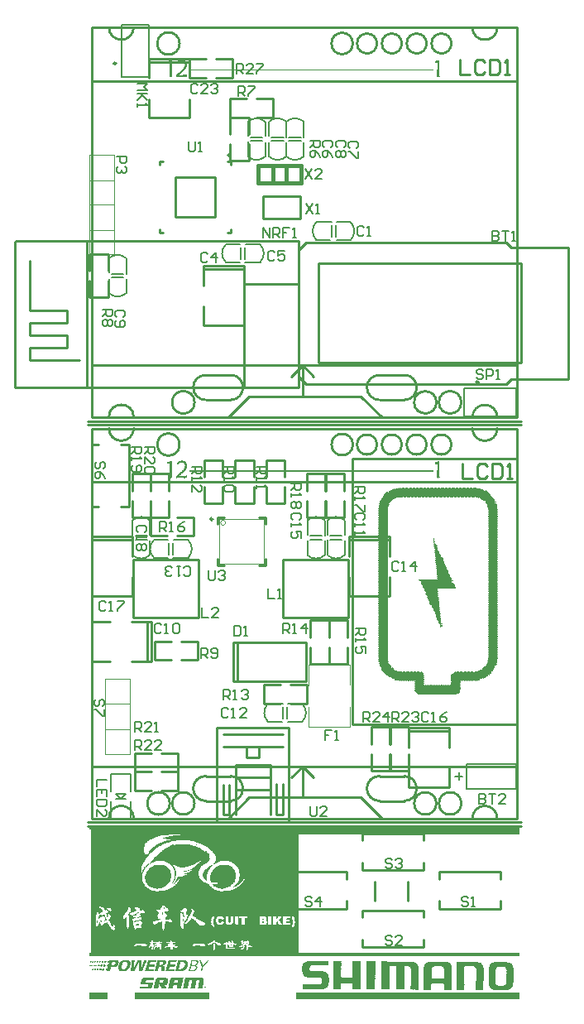
<source format=gto>
G04 Layer_Color=65535*
%FSLAX24Y24*%
%MOIN*%
G70*
G01*
G75*
%ADD10C,0.0150*%
%ADD36C,0.0100*%
%ADD72C,0.0098*%
%ADD73C,0.0070*%
%ADD74C,0.0039*%
%ADD75C,0.0079*%
%ADD76C,0.0059*%
%ADD77C,0.0080*%
%ADD78R,1.7350X0.0150*%
%ADD79R,0.9000X0.0300*%
%ADD80R,0.3000X0.0300*%
%ADD81R,0.0750X0.0300*%
G36*
X698Y1459D02*
X706D01*
Y1450D01*
X715D01*
Y1442D01*
Y1433D01*
Y1424D01*
Y1415D01*
X706D01*
Y1407D01*
Y1398D01*
X698D01*
Y1389D01*
X689D01*
Y1381D01*
X672D01*
Y1372D01*
X646D01*
Y1381D01*
X628D01*
Y1389D01*
Y1398D01*
X620D01*
Y1407D01*
X611D01*
Y1415D01*
X620D01*
Y1424D01*
Y1433D01*
X628D01*
Y1442D01*
Y1450D01*
X637D01*
Y1459D01*
X654D01*
Y1468D01*
X698D01*
Y1459D01*
D02*
G37*
G36*
X2389Y1641D02*
Y1632D01*
X2380D01*
Y1624D01*
X2372D01*
Y1615D01*
X2380D01*
Y1606D01*
X2372D01*
Y1598D01*
X2363D01*
Y1589D01*
Y1580D01*
Y1572D01*
X2354D01*
Y1563D01*
Y1554D01*
X2346D01*
Y1546D01*
Y1537D01*
X2337D01*
Y1528D01*
Y1520D01*
X2328D01*
Y1511D01*
Y1502D01*
Y1494D01*
X2320D01*
Y1485D01*
X2311D01*
Y1476D01*
Y1468D01*
Y1459D01*
Y1450D01*
X2302D01*
Y1442D01*
X2294D01*
Y1433D01*
Y1424D01*
Y1415D01*
X2285D01*
Y1407D01*
Y1398D01*
X2276D01*
Y1389D01*
Y1381D01*
Y1372D01*
X2268D01*
Y1363D01*
X2259D01*
Y1355D01*
Y1346D01*
Y1337D01*
X2250D01*
Y1329D01*
Y1320D01*
X2242D01*
Y1311D01*
Y1303D01*
Y1294D01*
X2233D01*
Y1285D01*
X2224D01*
Y1277D01*
Y1268D01*
Y1259D01*
Y1251D01*
X2215D01*
Y1242D01*
X2207D01*
Y1233D01*
Y1225D01*
Y1216D01*
X2198D01*
Y1207D01*
X2189D01*
Y1199D01*
Y1190D01*
X2042D01*
Y1199D01*
Y1207D01*
X2051D01*
Y1216D01*
Y1225D01*
Y1233D01*
Y1242D01*
Y1251D01*
Y1259D01*
Y1268D01*
Y1277D01*
Y1285D01*
Y1294D01*
Y1303D01*
Y1311D01*
Y1320D01*
Y1329D01*
Y1337D01*
Y1346D01*
Y1355D01*
Y1363D01*
Y1372D01*
Y1381D01*
Y1389D01*
Y1398D01*
Y1407D01*
Y1415D01*
Y1424D01*
Y1433D01*
Y1442D01*
Y1450D01*
Y1459D01*
Y1468D01*
Y1476D01*
Y1485D01*
Y1494D01*
Y1502D01*
X2059D01*
Y1511D01*
Y1520D01*
X2033D01*
Y1511D01*
Y1502D01*
X2025D01*
Y1494D01*
Y1485D01*
Y1476D01*
X2016D01*
Y1468D01*
X2007D01*
Y1459D01*
Y1450D01*
Y1442D01*
X1999D01*
Y1433D01*
X1990D01*
Y1424D01*
Y1415D01*
Y1407D01*
X1981D01*
Y1398D01*
X1973D01*
Y1389D01*
Y1381D01*
Y1372D01*
X1964D01*
Y1363D01*
Y1355D01*
X1955D01*
Y1346D01*
X1947D01*
Y1337D01*
X1938D01*
Y1329D01*
Y1320D01*
Y1311D01*
Y1303D01*
X1929D01*
Y1294D01*
X1921D01*
Y1285D01*
Y1277D01*
Y1268D01*
X1912D01*
Y1259D01*
X1903D01*
Y1251D01*
Y1242D01*
X1895D01*
Y1233D01*
X1886D01*
Y1225D01*
Y1216D01*
Y1207D01*
X1877D01*
Y1199D01*
Y1190D01*
X1730D01*
Y1199D01*
Y1207D01*
Y1216D01*
Y1225D01*
Y1233D01*
Y1242D01*
Y1251D01*
Y1259D01*
Y1268D01*
X1738D01*
Y1277D01*
Y1285D01*
Y1294D01*
Y1303D01*
Y1311D01*
Y1320D01*
Y1329D01*
Y1337D01*
X1747D01*
Y1346D01*
Y1355D01*
Y1363D01*
Y1372D01*
Y1381D01*
Y1389D01*
Y1398D01*
Y1407D01*
Y1415D01*
Y1424D01*
Y1433D01*
Y1442D01*
Y1450D01*
Y1459D01*
X1756D01*
Y1468D01*
Y1476D01*
Y1485D01*
Y1494D01*
Y1502D01*
X1765D01*
Y1511D01*
Y1520D01*
Y1528D01*
Y1537D01*
Y1546D01*
Y1554D01*
Y1563D01*
Y1572D01*
Y1580D01*
Y1589D01*
Y1598D01*
Y1606D01*
Y1615D01*
Y1624D01*
Y1632D01*
X1773D01*
Y1641D01*
Y1650D01*
X1886D01*
Y1641D01*
Y1632D01*
Y1624D01*
Y1615D01*
Y1606D01*
Y1598D01*
Y1589D01*
Y1580D01*
Y1572D01*
X1877D01*
Y1563D01*
Y1554D01*
Y1546D01*
Y1537D01*
Y1528D01*
X1869D01*
Y1520D01*
Y1511D01*
Y1502D01*
Y1494D01*
Y1485D01*
Y1476D01*
Y1468D01*
Y1459D01*
Y1450D01*
X1860D01*
Y1442D01*
Y1433D01*
Y1424D01*
Y1415D01*
X1851D01*
Y1407D01*
Y1398D01*
Y1389D01*
Y1381D01*
Y1372D01*
Y1363D01*
Y1355D01*
Y1346D01*
Y1337D01*
Y1329D01*
X1869D01*
Y1337D01*
Y1346D01*
Y1355D01*
X1877D01*
Y1363D01*
Y1372D01*
X1886D01*
Y1381D01*
Y1389D01*
X1895D01*
Y1398D01*
Y1407D01*
X1903D01*
Y1415D01*
Y1424D01*
X1912D01*
Y1433D01*
Y1442D01*
Y1450D01*
X1921D01*
Y1459D01*
X1929D01*
Y1468D01*
Y1476D01*
Y1485D01*
X1938D01*
Y1494D01*
X1947D01*
Y1502D01*
Y1511D01*
Y1520D01*
X1955D01*
Y1528D01*
X1964D01*
Y1537D01*
Y1546D01*
Y1554D01*
X1973D01*
Y1563D01*
X1981D01*
Y1572D01*
Y1580D01*
Y1589D01*
X1990D01*
Y1598D01*
X1999D01*
Y1606D01*
Y1615D01*
Y1624D01*
X2007D01*
Y1632D01*
X2016D01*
Y1641D01*
Y1650D01*
X2163D01*
Y1641D01*
Y1632D01*
Y1624D01*
Y1615D01*
Y1606D01*
Y1598D01*
Y1589D01*
X2155D01*
Y1580D01*
Y1572D01*
Y1563D01*
Y1554D01*
Y1546D01*
Y1537D01*
Y1528D01*
Y1520D01*
Y1511D01*
Y1502D01*
Y1494D01*
Y1485D01*
Y1476D01*
Y1468D01*
Y1459D01*
Y1450D01*
Y1442D01*
Y1433D01*
Y1424D01*
Y1415D01*
Y1407D01*
Y1398D01*
Y1389D01*
X2146D01*
Y1381D01*
Y1372D01*
Y1363D01*
Y1355D01*
Y1346D01*
Y1337D01*
Y1329D01*
X2163D01*
Y1337D01*
Y1346D01*
X2172D01*
Y1355D01*
Y1363D01*
Y1372D01*
X2181D01*
Y1381D01*
Y1389D01*
X2189D01*
Y1398D01*
Y1407D01*
Y1415D01*
Y1424D01*
X2198D01*
Y1433D01*
X2207D01*
Y1442D01*
Y1450D01*
Y1459D01*
X2215D01*
Y1468D01*
Y1476D01*
Y1485D01*
X2224D01*
Y1494D01*
Y1502D01*
X2233D01*
Y1511D01*
Y1520D01*
X2242D01*
Y1528D01*
Y1537D01*
Y1546D01*
Y1554D01*
X2250D01*
Y1563D01*
X2259D01*
Y1572D01*
Y1580D01*
Y1589D01*
Y1598D01*
X2268D01*
Y1606D01*
Y1615D01*
X2276D01*
Y1624D01*
Y1632D01*
X2285D01*
Y1641D01*
Y1650D01*
X2389D01*
Y1641D01*
D02*
G37*
G36*
X238Y1277D02*
Y1268D01*
Y1259D01*
Y1251D01*
X229D01*
Y1242D01*
X221D01*
Y1233D01*
X177D01*
Y1242D01*
Y1251D01*
Y1259D01*
Y1268D01*
Y1277D01*
X186D01*
Y1285D01*
X238D01*
Y1277D01*
D02*
G37*
G36*
X273Y1442D02*
X281D01*
Y1433D01*
Y1424D01*
Y1415D01*
Y1407D01*
X273D01*
Y1398D01*
X264D01*
Y1389D01*
X229D01*
Y1398D01*
X221D01*
Y1407D01*
Y1415D01*
Y1424D01*
X229D01*
Y1433D01*
Y1442D01*
X238D01*
Y1450D01*
X273D01*
Y1442D01*
D02*
G37*
G36*
X186Y1433D02*
X195D01*
Y1424D01*
Y1415D01*
Y1407D01*
X186D01*
Y1398D01*
X177D01*
Y1389D01*
X151D01*
Y1398D01*
X143D01*
Y1407D01*
X134D01*
Y1415D01*
Y1424D01*
X143D01*
Y1433D01*
Y1442D01*
X186D01*
Y1433D01*
D02*
G37*
G36*
X568Y1459D02*
X585D01*
Y1450D01*
X594D01*
Y1442D01*
Y1433D01*
Y1424D01*
Y1415D01*
Y1407D01*
X585D01*
Y1398D01*
X576D01*
Y1389D01*
X559D01*
Y1381D01*
X524D01*
Y1389D01*
X507D01*
Y1398D01*
Y1407D01*
Y1415D01*
Y1424D01*
X516D01*
Y1433D01*
Y1442D01*
X524D01*
Y1450D01*
X533D01*
Y1459D01*
X559D01*
Y1468D01*
X568D01*
Y1459D01*
D02*
G37*
G36*
X637Y1303D02*
X663D01*
Y1294D01*
X672D01*
Y1285D01*
Y1277D01*
Y1268D01*
Y1259D01*
Y1251D01*
X663D01*
Y1242D01*
Y1233D01*
X646D01*
Y1225D01*
X628D01*
Y1216D01*
X611D01*
Y1225D01*
X585D01*
Y1233D01*
Y1242D01*
X576D01*
Y1251D01*
Y1259D01*
Y1268D01*
X585D01*
Y1277D01*
Y1285D01*
X594D01*
Y1294D01*
X602D01*
Y1303D01*
X628D01*
Y1311D01*
X637D01*
Y1303D01*
D02*
G37*
G36*
X4358Y1641D02*
X4392D01*
Y1632D01*
X4418D01*
Y1624D01*
X4436D01*
Y1615D01*
X4444D01*
Y1606D01*
X4453D01*
Y1598D01*
Y1589D01*
Y1580D01*
Y1572D01*
Y1563D01*
Y1554D01*
Y1546D01*
Y1537D01*
Y1528D01*
Y1520D01*
X4444D01*
Y1511D01*
Y1502D01*
X4436D01*
Y1494D01*
Y1485D01*
X4427D01*
Y1476D01*
X4418D01*
Y1468D01*
X4410D01*
Y1459D01*
X4401D01*
Y1450D01*
X4375D01*
Y1442D01*
X4358D01*
Y1433D01*
Y1424D01*
Y1415D01*
X4366D01*
Y1424D01*
X4375D01*
Y1415D01*
X4384D01*
Y1407D01*
X4392D01*
Y1398D01*
X4401D01*
Y1389D01*
Y1381D01*
X4410D01*
Y1372D01*
Y1363D01*
Y1355D01*
X4418D01*
Y1346D01*
X4410D01*
Y1337D01*
Y1329D01*
Y1320D01*
Y1311D01*
X4401D01*
Y1303D01*
Y1294D01*
Y1285D01*
X4392D01*
Y1277D01*
Y1268D01*
X4384D01*
Y1259D01*
X4375D01*
Y1251D01*
X4366D01*
Y1242D01*
X4358D01*
Y1233D01*
X4349D01*
Y1225D01*
X4332D01*
Y1216D01*
X4323D01*
Y1207D01*
X4288D01*
Y1199D01*
X4254D01*
Y1190D01*
X4063D01*
Y1199D01*
Y1207D01*
Y1216D01*
X4071D01*
Y1225D01*
Y1233D01*
Y1242D01*
Y1251D01*
X4080D01*
Y1259D01*
Y1268D01*
Y1277D01*
X4089D01*
Y1285D01*
Y1294D01*
Y1303D01*
X4097D01*
Y1311D01*
X4089D01*
Y1320D01*
X4097D01*
Y1329D01*
Y1337D01*
Y1346D01*
X4106D01*
Y1355D01*
Y1363D01*
X4115D01*
Y1372D01*
X4106D01*
Y1381D01*
X4115D01*
Y1389D01*
Y1398D01*
Y1407D01*
X4123D01*
Y1415D01*
Y1424D01*
Y1433D01*
Y1442D01*
X4132D01*
Y1450D01*
Y1459D01*
Y1468D01*
X4141D01*
Y1476D01*
Y1485D01*
Y1494D01*
Y1502D01*
X4149D01*
Y1511D01*
Y1520D01*
Y1528D01*
Y1537D01*
X4158D01*
Y1546D01*
Y1554D01*
Y1563D01*
Y1572D01*
X4167D01*
Y1580D01*
Y1589D01*
Y1598D01*
X4175D01*
Y1606D01*
Y1615D01*
Y1624D01*
Y1632D01*
Y1641D01*
X4184D01*
Y1650D01*
X4358D01*
Y1641D01*
D02*
G37*
G36*
X3863D02*
X3915D01*
Y1632D01*
X3950D01*
Y1624D01*
X3967D01*
Y1615D01*
X3985D01*
Y1606D01*
X3993D01*
Y1598D01*
X4002D01*
Y1589D01*
X4011D01*
Y1580D01*
X4019D01*
Y1572D01*
X4028D01*
Y1563D01*
Y1554D01*
Y1546D01*
X4037D01*
Y1537D01*
Y1528D01*
Y1520D01*
X4045D01*
Y1511D01*
Y1502D01*
Y1494D01*
Y1485D01*
Y1476D01*
X4037D01*
Y1468D01*
Y1459D01*
Y1450D01*
Y1442D01*
Y1433D01*
X4028D01*
Y1424D01*
Y1415D01*
Y1407D01*
Y1398D01*
X4019D01*
Y1389D01*
Y1381D01*
X4011D01*
Y1372D01*
Y1363D01*
Y1355D01*
X4002D01*
Y1346D01*
X3993D01*
Y1337D01*
Y1329D01*
Y1320D01*
X3985D01*
Y1311D01*
X3976D01*
Y1303D01*
Y1294D01*
X3967D01*
Y1285D01*
X3959D01*
Y1277D01*
X3950D01*
Y1268D01*
X3941D01*
Y1259D01*
X3933D01*
Y1251D01*
X3915D01*
Y1242D01*
X3898D01*
Y1233D01*
X3889D01*
Y1225D01*
X3863D01*
Y1216D01*
X3837D01*
Y1207D01*
X3794D01*
Y1199D01*
X3751D01*
Y1190D01*
X3525D01*
Y1199D01*
Y1207D01*
X3534D01*
Y1216D01*
Y1225D01*
Y1233D01*
Y1242D01*
X3542D01*
Y1251D01*
Y1259D01*
Y1268D01*
Y1277D01*
X3551D01*
Y1285D01*
Y1294D01*
Y1303D01*
Y1311D01*
X3560D01*
Y1320D01*
Y1329D01*
Y1337D01*
X3568D01*
Y1346D01*
Y1355D01*
Y1363D01*
Y1372D01*
Y1381D01*
X3577D01*
Y1389D01*
Y1398D01*
X3586D01*
Y1407D01*
Y1415D01*
Y1424D01*
Y1433D01*
Y1442D01*
X3594D01*
Y1450D01*
Y1459D01*
Y1468D01*
X3603D01*
Y1476D01*
Y1485D01*
Y1494D01*
Y1502D01*
Y1511D01*
X3612D01*
Y1520D01*
Y1528D01*
X3620D01*
Y1537D01*
Y1546D01*
Y1554D01*
Y1563D01*
Y1572D01*
X3629D01*
Y1580D01*
Y1589D01*
Y1598D01*
X3638D01*
Y1606D01*
Y1615D01*
Y1624D01*
Y1632D01*
X3646D01*
Y1641D01*
Y1650D01*
X3863D01*
Y1641D01*
D02*
G37*
G36*
X542Y1294D02*
X550D01*
Y1285D01*
Y1277D01*
X559D01*
Y1268D01*
X550D01*
Y1259D01*
Y1251D01*
Y1242D01*
X542D01*
Y1233D01*
X533D01*
Y1225D01*
X472D01*
Y1233D01*
X464D01*
Y1242D01*
Y1251D01*
Y1259D01*
Y1268D01*
Y1277D01*
X472D01*
Y1285D01*
X481D01*
Y1294D01*
X490D01*
Y1303D01*
X542D01*
Y1294D01*
D02*
G37*
G36*
X420D02*
X438D01*
Y1285D01*
Y1277D01*
Y1268D01*
Y1259D01*
Y1251D01*
X429D01*
Y1242D01*
X420D01*
Y1233D01*
X412D01*
Y1225D01*
X377D01*
Y1233D01*
X368D01*
Y1242D01*
X360D01*
Y1251D01*
Y1259D01*
X368D01*
Y1268D01*
Y1277D01*
Y1285D01*
X377D01*
Y1294D01*
X394D01*
Y1303D01*
X420D01*
Y1294D01*
D02*
G37*
G36*
X325Y1285D02*
X334D01*
Y1277D01*
Y1268D01*
Y1259D01*
Y1251D01*
X325D01*
Y1242D01*
X316D01*
Y1233D01*
X299D01*
Y1225D01*
X290D01*
Y1233D01*
X273D01*
Y1242D01*
X264D01*
Y1251D01*
Y1259D01*
Y1268D01*
Y1277D01*
X273D01*
Y1285D01*
X281D01*
Y1294D01*
X325D01*
Y1285D01*
D02*
G37*
G36*
X368Y1442D02*
X377D01*
Y1433D01*
Y1424D01*
Y1415D01*
X368D01*
Y1407D01*
Y1398D01*
X360D01*
Y1389D01*
X316D01*
Y1398D01*
X308D01*
Y1407D01*
Y1415D01*
Y1424D01*
Y1433D01*
X316D01*
Y1442D01*
X325D01*
Y1450D01*
X368D01*
Y1442D01*
D02*
G37*
G36*
X221Y1589D02*
X229D01*
Y1580D01*
X238D01*
Y1572D01*
X229D01*
Y1563D01*
Y1554D01*
X221D01*
Y1546D01*
X177D01*
Y1554D01*
Y1563D01*
Y1572D01*
Y1580D01*
X186D01*
Y1589D01*
X203D01*
Y1598D01*
X221D01*
Y1589D01*
D02*
G37*
G36*
X151Y1580D02*
Y1572D01*
Y1563D01*
X143D01*
Y1554D01*
X134D01*
Y1546D01*
X108D01*
Y1554D01*
X99D01*
Y1563D01*
Y1572D01*
Y1580D01*
X108D01*
Y1589D01*
X151D01*
Y1580D01*
D02*
G37*
G36*
X611Y1606D02*
X628D01*
Y1598D01*
Y1589D01*
X637D01*
Y1580D01*
Y1572D01*
Y1563D01*
X628D01*
Y1554D01*
X620D01*
Y1546D01*
X611D01*
Y1537D01*
X559D01*
Y1546D01*
X550D01*
Y1554D01*
Y1563D01*
Y1572D01*
Y1580D01*
Y1589D01*
X559D01*
Y1598D01*
X568D01*
Y1606D01*
X576D01*
Y1615D01*
X611D01*
Y1606D01*
D02*
G37*
G36*
X8512Y6880D02*
Y6865D01*
Y6850D01*
Y6835D01*
Y6819D01*
Y6804D01*
Y6789D01*
Y6774D01*
Y6759D01*
Y6743D01*
Y6728D01*
Y6713D01*
Y6698D01*
Y6683D01*
Y6667D01*
Y6652D01*
Y6637D01*
Y6622D01*
Y6607D01*
Y6591D01*
Y6576D01*
Y6561D01*
Y6546D01*
Y6531D01*
Y6515D01*
Y6500D01*
Y6485D01*
Y6470D01*
Y6455D01*
Y6439D01*
Y6424D01*
Y6409D01*
Y6394D01*
Y6379D01*
Y6363D01*
Y6348D01*
Y6333D01*
Y6318D01*
Y6303D01*
Y6287D01*
Y6272D01*
Y6257D01*
Y6242D01*
Y6227D01*
Y6212D01*
Y6196D01*
Y6181D01*
Y6166D01*
Y6151D01*
Y6136D01*
Y6120D01*
Y6105D01*
Y6090D01*
Y6075D01*
Y6060D01*
Y6044D01*
Y6029D01*
Y6014D01*
Y5999D01*
Y5984D01*
Y5968D01*
Y5953D01*
Y5938D01*
Y5923D01*
Y5908D01*
Y5892D01*
Y5877D01*
Y5862D01*
Y5847D01*
Y5832D01*
Y5816D01*
Y5801D01*
Y5786D01*
Y5771D01*
Y5756D01*
Y5740D01*
Y5725D01*
Y5710D01*
Y5695D01*
Y5680D01*
Y5664D01*
Y5649D01*
Y5634D01*
Y5619D01*
Y5604D01*
Y5588D01*
Y5573D01*
Y5558D01*
Y5543D01*
Y5528D01*
Y5512D01*
Y5497D01*
Y5482D01*
Y5467D01*
Y5452D01*
Y5436D01*
Y5421D01*
Y5406D01*
Y5391D01*
Y5376D01*
Y5360D01*
Y5345D01*
Y5330D01*
Y5315D01*
Y5300D01*
Y5284D01*
Y5269D01*
Y5254D01*
Y5239D01*
Y5224D01*
Y5208D01*
Y5193D01*
Y5178D01*
Y5163D01*
Y5148D01*
Y5132D01*
Y5117D01*
Y5102D01*
Y5087D01*
Y5072D01*
Y5057D01*
Y5041D01*
Y5026D01*
Y5011D01*
Y4996D01*
Y4981D01*
Y4965D01*
Y4950D01*
Y4935D01*
Y4920D01*
Y4905D01*
Y4889D01*
Y4874D01*
Y4859D01*
Y4844D01*
Y4829D01*
Y4813D01*
Y4798D01*
Y4783D01*
Y4768D01*
Y4753D01*
Y4737D01*
Y4722D01*
Y4707D01*
Y4692D01*
Y4677D01*
Y4661D01*
Y4646D01*
Y4631D01*
Y4616D01*
Y4601D01*
Y4585D01*
Y4570D01*
Y4555D01*
Y4540D01*
Y4525D01*
Y4509D01*
Y4494D01*
Y4479D01*
Y4464D01*
Y4449D01*
Y4433D01*
Y4418D01*
Y4403D01*
Y4388D01*
Y4373D01*
Y4357D01*
Y4342D01*
Y4327D01*
Y4312D01*
Y4297D01*
Y4281D01*
Y4266D01*
Y4251D01*
Y4236D01*
Y4221D01*
Y4205D01*
Y4190D01*
Y4175D01*
Y4160D01*
Y4145D01*
Y4129D01*
Y4114D01*
Y4099D01*
Y4084D01*
Y4069D01*
Y4053D01*
Y4038D01*
Y4023D01*
Y4008D01*
Y3993D01*
Y3977D01*
Y3962D01*
Y3947D01*
Y3932D01*
Y3917D01*
Y3902D01*
Y3886D01*
Y3871D01*
Y3856D01*
Y3841D01*
Y3826D01*
Y3810D01*
Y3795D01*
Y3780D01*
Y3765D01*
Y3750D01*
Y3734D01*
Y3719D01*
Y3704D01*
Y3689D01*
Y3674D01*
Y3658D01*
Y3643D01*
Y3628D01*
Y3613D01*
Y3598D01*
Y3582D01*
Y3567D01*
Y3552D01*
Y3537D01*
Y3522D01*
Y3506D01*
Y3491D01*
Y3476D01*
Y3461D01*
Y3446D01*
Y3430D01*
Y3415D01*
Y3400D01*
Y3385D01*
Y3370D01*
Y3354D01*
Y3339D01*
Y3324D01*
Y3309D01*
Y3294D01*
Y3278D01*
Y3263D01*
Y3248D01*
Y3233D01*
Y3218D01*
Y3202D01*
Y3187D01*
Y3172D01*
Y3157D01*
Y3142D01*
Y3126D01*
Y3111D01*
Y3096D01*
Y3081D01*
Y3066D01*
Y3050D01*
Y3035D01*
Y3020D01*
Y3005D01*
Y2990D01*
Y2974D01*
Y2959D01*
Y2944D01*
Y2929D01*
Y2914D01*
Y2898D01*
Y2883D01*
Y2868D01*
Y2853D01*
Y2838D01*
Y2822D01*
Y2807D01*
Y2792D01*
Y2777D01*
Y2762D01*
Y2747D01*
Y2731D01*
Y2716D01*
Y2701D01*
Y2686D01*
Y2671D01*
Y2655D01*
Y2640D01*
Y2625D01*
Y2610D01*
Y2595D01*
Y2579D01*
Y2564D01*
Y2549D01*
Y2534D01*
Y2519D01*
Y2503D01*
Y2488D01*
Y2473D01*
Y2458D01*
Y2443D01*
Y2427D01*
Y2412D01*
Y2397D01*
Y2382D01*
Y2367D01*
Y2351D01*
Y2336D01*
Y2321D01*
Y2306D01*
Y2291D01*
Y2275D01*
Y2260D01*
Y2245D01*
Y2230D01*
Y2215D01*
Y2199D01*
Y2184D01*
Y2169D01*
Y2154D01*
Y2139D01*
Y2123D01*
Y2108D01*
Y2093D01*
Y2078D01*
Y2063D01*
Y2047D01*
Y2032D01*
Y2017D01*
Y2002D01*
Y1987D01*
Y1971D01*
Y1956D01*
Y1941D01*
X124D01*
Y1956D01*
Y1971D01*
Y1987D01*
Y2002D01*
Y2017D01*
Y2032D01*
Y2047D01*
Y2063D01*
Y2078D01*
Y2093D01*
Y2108D01*
Y2123D01*
Y2139D01*
Y2154D01*
Y2169D01*
Y2184D01*
Y2199D01*
Y2215D01*
Y2230D01*
Y2245D01*
Y2260D01*
Y2275D01*
Y2291D01*
Y2306D01*
Y2321D01*
Y2336D01*
Y2351D01*
Y2367D01*
Y2382D01*
Y2397D01*
Y2412D01*
Y2427D01*
Y2443D01*
Y2458D01*
Y2473D01*
Y2488D01*
Y2503D01*
Y2519D01*
Y2534D01*
Y2549D01*
Y2564D01*
Y2579D01*
Y2595D01*
Y2610D01*
Y2625D01*
Y2640D01*
Y2655D01*
Y2671D01*
Y2686D01*
Y2701D01*
Y2716D01*
Y2731D01*
Y2747D01*
Y2762D01*
Y2777D01*
Y2792D01*
Y2807D01*
Y2822D01*
Y2838D01*
Y2853D01*
Y2868D01*
Y2883D01*
Y2898D01*
Y2914D01*
Y2929D01*
Y2944D01*
Y2959D01*
Y2974D01*
Y2990D01*
Y3005D01*
Y3020D01*
Y3035D01*
Y3050D01*
Y3066D01*
Y3081D01*
Y3096D01*
Y3111D01*
Y3126D01*
Y3142D01*
Y3157D01*
Y3172D01*
Y3187D01*
Y3202D01*
Y3218D01*
Y3233D01*
Y3248D01*
Y3263D01*
Y3278D01*
Y3294D01*
Y3309D01*
Y3324D01*
Y3339D01*
Y3354D01*
Y3370D01*
Y3385D01*
Y3400D01*
Y3415D01*
Y3430D01*
Y3446D01*
Y3461D01*
Y3476D01*
Y3491D01*
Y3506D01*
Y3522D01*
Y3537D01*
Y3552D01*
Y3567D01*
Y3582D01*
Y3598D01*
Y3613D01*
Y3628D01*
Y3643D01*
Y3658D01*
Y3674D01*
Y3689D01*
Y3704D01*
Y3719D01*
Y3734D01*
Y3750D01*
Y3765D01*
Y3780D01*
Y3795D01*
Y3810D01*
Y3826D01*
Y3841D01*
Y3856D01*
Y3871D01*
Y3886D01*
Y3902D01*
Y3917D01*
Y3932D01*
Y3947D01*
Y3962D01*
Y3977D01*
Y3993D01*
Y4008D01*
Y4023D01*
Y4038D01*
Y4053D01*
Y4069D01*
Y4084D01*
Y4099D01*
Y4114D01*
Y4129D01*
Y4145D01*
Y4160D01*
Y4175D01*
Y4190D01*
Y4205D01*
Y4221D01*
Y4236D01*
Y4251D01*
Y4266D01*
Y4281D01*
Y4297D01*
Y4312D01*
Y4327D01*
Y4342D01*
Y4357D01*
Y4373D01*
Y4388D01*
Y4403D01*
Y4418D01*
Y4433D01*
Y4449D01*
Y4464D01*
Y4479D01*
Y4494D01*
Y4509D01*
Y4525D01*
Y4540D01*
Y4555D01*
Y4570D01*
Y4585D01*
Y4601D01*
Y4616D01*
Y4631D01*
Y4646D01*
Y4661D01*
Y4677D01*
Y4692D01*
Y4707D01*
Y4722D01*
Y4737D01*
Y4753D01*
Y4768D01*
Y4783D01*
Y4798D01*
Y4813D01*
Y4829D01*
Y4844D01*
Y4859D01*
Y4874D01*
Y4889D01*
Y4905D01*
Y4920D01*
Y4935D01*
Y4950D01*
Y4965D01*
Y4981D01*
Y4996D01*
Y5011D01*
Y5026D01*
Y5041D01*
Y5057D01*
Y5072D01*
Y5087D01*
Y5102D01*
Y5117D01*
Y5132D01*
Y5148D01*
Y5163D01*
Y5178D01*
Y5193D01*
Y5208D01*
Y5224D01*
Y5239D01*
Y5254D01*
Y5269D01*
Y5284D01*
Y5300D01*
Y5315D01*
Y5330D01*
Y5345D01*
Y5360D01*
Y5376D01*
Y5391D01*
Y5406D01*
Y5421D01*
Y5436D01*
Y5452D01*
Y5467D01*
Y5482D01*
Y5497D01*
Y5512D01*
Y5528D01*
Y5543D01*
Y5558D01*
Y5573D01*
Y5588D01*
Y5604D01*
Y5619D01*
Y5634D01*
Y5649D01*
Y5664D01*
Y5680D01*
Y5695D01*
Y5710D01*
Y5725D01*
Y5740D01*
Y5756D01*
Y5771D01*
Y5786D01*
Y5801D01*
Y5816D01*
Y5832D01*
Y5847D01*
Y5862D01*
Y5877D01*
Y5892D01*
Y5908D01*
Y5923D01*
Y5938D01*
Y5953D01*
Y5968D01*
Y5984D01*
Y5999D01*
Y6014D01*
Y6029D01*
Y6044D01*
Y6060D01*
Y6075D01*
Y6090D01*
Y6105D01*
Y6120D01*
Y6136D01*
Y6151D01*
Y6166D01*
Y6181D01*
Y6196D01*
Y6212D01*
Y6227D01*
Y6242D01*
Y6257D01*
Y6272D01*
Y6287D01*
Y6303D01*
Y6318D01*
Y6333D01*
Y6348D01*
Y6363D01*
Y6379D01*
Y6394D01*
Y6409D01*
Y6424D01*
Y6439D01*
Y6455D01*
Y6470D01*
Y6485D01*
Y6500D01*
Y6515D01*
Y6531D01*
Y6546D01*
Y6561D01*
Y6576D01*
Y6591D01*
Y6607D01*
Y6622D01*
Y6637D01*
Y6652D01*
Y6667D01*
Y6683D01*
Y6698D01*
Y6713D01*
Y6728D01*
Y6743D01*
Y6759D01*
Y6774D01*
Y6789D01*
Y6804D01*
Y6819D01*
Y6835D01*
Y6850D01*
Y6865D01*
Y6880D01*
Y6895D01*
X8512D01*
Y6880D01*
D02*
G37*
G36*
X73Y1580D02*
Y1572D01*
Y1563D01*
Y1554D01*
X30D01*
Y1563D01*
Y1572D01*
X39D01*
Y1580D01*
X47D01*
Y1589D01*
X73D01*
Y1580D01*
D02*
G37*
G36*
X299Y1598D02*
X316D01*
Y1589D01*
X325D01*
Y1580D01*
X316D01*
Y1572D01*
Y1563D01*
Y1554D01*
X308D01*
Y1546D01*
X264D01*
Y1554D01*
Y1563D01*
Y1572D01*
Y1580D01*
Y1589D01*
X273D01*
Y1598D01*
X290D01*
Y1606D01*
X299D01*
Y1598D01*
D02*
G37*
G36*
X4895Y1641D02*
Y1632D01*
X4878D01*
Y1624D01*
Y1615D01*
X4869D01*
Y1606D01*
X4861D01*
Y1598D01*
X4852D01*
Y1589D01*
X4843D01*
Y1580D01*
Y1572D01*
X4835D01*
Y1563D01*
X4826D01*
Y1554D01*
X4817D01*
Y1546D01*
X4809D01*
Y1537D01*
X4800D01*
Y1528D01*
X4791D01*
Y1520D01*
X4783D01*
Y1511D01*
X4774D01*
Y1502D01*
Y1494D01*
X4765D01*
Y1485D01*
X4757D01*
Y1476D01*
X4748D01*
Y1468D01*
X4739D01*
Y1459D01*
X4731D01*
Y1450D01*
Y1442D01*
X4722D01*
Y1433D01*
X4713D01*
Y1424D01*
X4705D01*
Y1415D01*
X4687D01*
Y1407D01*
Y1398D01*
X4678D01*
Y1389D01*
X4670D01*
Y1381D01*
X4661D01*
Y1372D01*
X4652D01*
Y1363D01*
Y1355D01*
X4644D01*
Y1346D01*
Y1337D01*
X4635D01*
Y1329D01*
Y1320D01*
Y1311D01*
Y1303D01*
X4626D01*
Y1294D01*
Y1285D01*
Y1277D01*
X4618D01*
Y1268D01*
Y1259D01*
Y1251D01*
Y1242D01*
Y1233D01*
X4609D01*
Y1225D01*
Y1216D01*
Y1207D01*
X4600D01*
Y1199D01*
Y1190D01*
X4548D01*
Y1199D01*
X4557D01*
Y1207D01*
Y1216D01*
Y1225D01*
X4566D01*
Y1233D01*
Y1242D01*
Y1251D01*
Y1259D01*
X4574D01*
Y1268D01*
Y1277D01*
Y1285D01*
X4583D01*
Y1294D01*
Y1303D01*
Y1311D01*
Y1320D01*
Y1329D01*
X4592D01*
Y1337D01*
Y1346D01*
Y1355D01*
Y1363D01*
Y1372D01*
X4583D01*
Y1381D01*
Y1389D01*
Y1398D01*
Y1407D01*
X4574D01*
Y1415D01*
Y1424D01*
X4566D01*
Y1433D01*
Y1442D01*
Y1450D01*
X4557D01*
Y1459D01*
Y1468D01*
Y1476D01*
X4548D01*
Y1485D01*
Y1494D01*
Y1502D01*
X4540D01*
Y1511D01*
Y1520D01*
Y1528D01*
X4531D01*
Y1537D01*
Y1546D01*
Y1554D01*
X4522D01*
Y1563D01*
Y1572D01*
Y1580D01*
X4514D01*
Y1589D01*
Y1598D01*
Y1606D01*
X4505D01*
Y1615D01*
Y1624D01*
X4496D01*
Y1632D01*
Y1641D01*
Y1650D01*
X4557D01*
Y1641D01*
Y1632D01*
Y1624D01*
Y1615D01*
X4566D01*
Y1606D01*
Y1598D01*
Y1589D01*
X4574D01*
Y1580D01*
Y1572D01*
X4583D01*
Y1563D01*
Y1554D01*
Y1546D01*
X4592D01*
Y1537D01*
Y1528D01*
X4600D01*
Y1520D01*
Y1511D01*
Y1502D01*
X4609D01*
Y1494D01*
Y1485D01*
X4618D01*
Y1476D01*
Y1468D01*
Y1459D01*
Y1450D01*
X4626D01*
Y1442D01*
Y1433D01*
X4635D01*
Y1424D01*
X4644D01*
Y1433D01*
X4661D01*
Y1442D01*
X4670D01*
Y1450D01*
X4678D01*
Y1459D01*
X4687D01*
Y1468D01*
Y1476D01*
X4696D01*
Y1485D01*
X4705D01*
Y1494D01*
X4713D01*
Y1502D01*
X4722D01*
Y1511D01*
X4731D01*
Y1520D01*
X4739D01*
Y1528D01*
X4748D01*
Y1537D01*
X4757D01*
Y1546D01*
X4765D01*
Y1554D01*
Y1563D01*
X4774D01*
Y1572D01*
X4783D01*
Y1580D01*
X4791D01*
Y1589D01*
X4800D01*
Y1598D01*
Y1606D01*
X4809D01*
Y1615D01*
X4817D01*
Y1624D01*
X4826D01*
Y1632D01*
X4835D01*
Y1641D01*
X4843D01*
Y1650D01*
X4895D01*
Y1641D01*
D02*
G37*
G36*
X99Y1433D02*
X108D01*
Y1424D01*
X117D01*
Y1415D01*
X108D01*
Y1407D01*
X99D01*
Y1398D01*
X65D01*
Y1407D01*
X56D01*
Y1415D01*
X65D01*
Y1424D01*
X73D01*
Y1433D01*
X82D01*
Y1442D01*
X99D01*
Y1433D01*
D02*
G37*
G36*
X464Y1450D02*
X481D01*
Y1442D01*
Y1433D01*
Y1424D01*
Y1415D01*
X472D01*
Y1407D01*
Y1398D01*
X464D01*
Y1389D01*
X412D01*
Y1398D01*
X403D01*
Y1407D01*
Y1415D01*
Y1424D01*
X412D01*
Y1433D01*
Y1442D01*
X420D01*
Y1450D01*
X429D01*
Y1459D01*
X464D01*
Y1450D01*
D02*
G37*
G36*
X516Y1598D02*
Y1589D01*
X524D01*
Y1580D01*
X516D01*
Y1572D01*
X524D01*
Y1563D01*
X516D01*
Y1554D01*
X507D01*
Y1546D01*
X498D01*
Y1537D01*
X455D01*
Y1546D01*
X446D01*
Y1554D01*
Y1563D01*
Y1572D01*
Y1580D01*
Y1589D01*
X455D01*
Y1598D01*
X464D01*
Y1606D01*
X516D01*
Y1598D01*
D02*
G37*
G36*
X403D02*
X412D01*
Y1589D01*
X420D01*
Y1580D01*
Y1572D01*
Y1563D01*
X412D01*
Y1554D01*
X403D01*
Y1546D01*
X394D01*
Y1537D01*
X360D01*
Y1546D01*
X351D01*
Y1554D01*
X342D01*
Y1563D01*
X351D01*
Y1572D01*
Y1580D01*
Y1589D01*
X360D01*
Y1598D01*
X368D01*
Y1606D01*
X403D01*
Y1598D01*
D02*
G37*
G36*
X741Y1606D02*
X750D01*
Y1598D01*
X759D01*
Y1589D01*
Y1580D01*
Y1572D01*
Y1563D01*
X750D01*
Y1554D01*
X741D01*
Y1546D01*
X732D01*
Y1537D01*
X724D01*
Y1528D01*
X680D01*
Y1537D01*
X663D01*
Y1546D01*
Y1554D01*
Y1563D01*
X654D01*
Y1572D01*
X663D01*
Y1580D01*
Y1589D01*
Y1598D01*
X672D01*
Y1606D01*
X689D01*
Y1615D01*
X741D01*
Y1606D01*
D02*
G37*
G36*
X3594Y1641D02*
X3586D01*
Y1632D01*
Y1624D01*
X3594D01*
Y1615D01*
X3586D01*
Y1606D01*
Y1598D01*
X3577D01*
Y1589D01*
Y1580D01*
Y1572D01*
Y1563D01*
X3352D01*
Y1554D01*
X3343D01*
Y1546D01*
Y1537D01*
X3334D01*
Y1528D01*
Y1520D01*
Y1511D01*
Y1502D01*
Y1494D01*
Y1485D01*
X3326D01*
Y1476D01*
Y1468D01*
Y1459D01*
X3525D01*
Y1450D01*
Y1442D01*
Y1433D01*
Y1424D01*
X3516D01*
Y1415D01*
Y1407D01*
Y1398D01*
X3508D01*
Y1389D01*
Y1381D01*
X3300D01*
Y1372D01*
Y1363D01*
Y1355D01*
X3291D01*
Y1346D01*
Y1337D01*
Y1329D01*
Y1320D01*
X3282D01*
Y1311D01*
Y1303D01*
Y1294D01*
X3274D01*
Y1285D01*
Y1277D01*
X3499D01*
Y1268D01*
X3490D01*
Y1259D01*
Y1251D01*
Y1242D01*
Y1233D01*
X3482D01*
Y1225D01*
Y1216D01*
Y1207D01*
X3473D01*
Y1199D01*
Y1190D01*
X3135D01*
Y1199D01*
Y1207D01*
X3143D01*
Y1216D01*
Y1225D01*
Y1233D01*
Y1242D01*
X3152D01*
Y1251D01*
Y1259D01*
Y1268D01*
X3161D01*
Y1277D01*
Y1285D01*
Y1294D01*
Y1303D01*
Y1311D01*
X3169D01*
Y1320D01*
Y1329D01*
X3178D01*
Y1337D01*
Y1346D01*
Y1355D01*
Y1363D01*
Y1372D01*
X3187D01*
Y1381D01*
Y1389D01*
Y1398D01*
X3195D01*
Y1407D01*
Y1415D01*
Y1424D01*
Y1433D01*
Y1442D01*
X3204D01*
Y1450D01*
Y1459D01*
X3213D01*
Y1468D01*
Y1476D01*
Y1485D01*
Y1494D01*
Y1502D01*
X3222D01*
Y1511D01*
Y1520D01*
Y1528D01*
X3230D01*
Y1537D01*
Y1546D01*
Y1554D01*
Y1563D01*
X3239D01*
Y1572D01*
Y1580D01*
Y1589D01*
X3248D01*
Y1598D01*
Y1606D01*
Y1615D01*
Y1624D01*
X3256D01*
Y1632D01*
Y1641D01*
Y1650D01*
X3594D01*
Y1641D01*
D02*
G37*
G36*
X16892Y1550D02*
X16971D01*
Y1535D01*
X17002D01*
Y1519D01*
X17034D01*
Y1503D01*
X17065D01*
Y1487D01*
X17081D01*
Y1472D01*
X17097D01*
Y1456D01*
Y1440D01*
X17113D01*
Y1424D01*
Y1409D01*
X17128D01*
Y1393D01*
X17144D01*
Y1377D01*
Y1361D01*
Y1346D01*
Y1330D01*
X17160D01*
Y1314D01*
Y1298D01*
Y1283D01*
Y1267D01*
Y1251D01*
Y1235D01*
Y1220D01*
Y1204D01*
Y1188D01*
Y1172D01*
Y1157D01*
Y1141D01*
Y1125D01*
Y1109D01*
Y1094D01*
Y1078D01*
Y1062D01*
Y1046D01*
Y1031D01*
Y1015D01*
Y999D01*
Y983D01*
Y968D01*
Y952D01*
Y936D01*
Y920D01*
Y905D01*
Y889D01*
Y873D01*
Y857D01*
Y842D01*
Y826D01*
Y810D01*
Y794D01*
Y779D01*
Y763D01*
Y747D01*
Y731D01*
X17144D01*
Y716D01*
Y700D01*
Y684D01*
Y669D01*
Y653D01*
Y637D01*
X17128D01*
Y621D01*
Y606D01*
X17113D01*
Y590D01*
Y574D01*
X17097D01*
Y558D01*
Y543D01*
X17081D01*
Y527D01*
X17065D01*
Y511D01*
X17050D01*
Y495D01*
X17034D01*
Y480D01*
X17002D01*
Y464D01*
X16971D01*
Y448D01*
X16892D01*
Y432D01*
X16735D01*
Y448D01*
X16325D01*
Y464D01*
X16294D01*
Y480D01*
X16262D01*
Y495D01*
X16247D01*
Y511D01*
X16231D01*
Y527D01*
X16215D01*
Y543D01*
X16199D01*
Y558D01*
Y574D01*
X16184D01*
Y590D01*
Y606D01*
X16168D01*
Y621D01*
Y637D01*
Y653D01*
Y669D01*
X16152D01*
Y684D01*
Y700D01*
Y716D01*
Y731D01*
Y747D01*
Y763D01*
Y779D01*
Y794D01*
Y810D01*
Y826D01*
Y842D01*
Y857D01*
Y873D01*
Y889D01*
Y905D01*
Y920D01*
Y936D01*
Y952D01*
Y968D01*
Y983D01*
Y999D01*
Y1015D01*
Y1031D01*
Y1046D01*
Y1062D01*
Y1078D01*
Y1094D01*
Y1109D01*
Y1125D01*
Y1141D01*
Y1157D01*
Y1172D01*
Y1188D01*
Y1204D01*
Y1220D01*
Y1235D01*
Y1251D01*
Y1267D01*
Y1283D01*
Y1298D01*
X16168D01*
Y1314D01*
Y1330D01*
Y1346D01*
Y1361D01*
Y1377D01*
X16184D01*
Y1393D01*
Y1409D01*
Y1424D01*
X16199D01*
Y1440D01*
Y1456D01*
X16215D01*
Y1472D01*
X16231D01*
Y1487D01*
X16247D01*
Y1503D01*
X16262D01*
Y1519D01*
X16278D01*
Y1535D01*
X16310D01*
Y1550D01*
X16373D01*
Y1566D01*
X16892D01*
Y1550D01*
D02*
G37*
G36*
X13915Y37460D02*
X4086D01*
Y37517D01*
X13915D01*
Y37460D01*
D02*
G37*
G36*
X14154Y37884D02*
X14159Y37883D01*
X14163Y37880D01*
X14169Y37875D01*
X14173Y37868D01*
X14177Y37858D01*
X14178Y37844D01*
X14170Y37692D01*
Y37691D01*
Y37687D01*
X14169Y37682D01*
Y37674D01*
Y37665D01*
X14168Y37654D01*
Y37641D01*
X14167Y37627D01*
X14166Y37612D01*
Y37595D01*
X14165Y37559D01*
X14164Y37521D01*
Y37481D01*
Y37480D01*
Y37476D01*
Y37469D01*
Y37461D01*
Y37451D01*
Y37439D01*
X14165Y37426D01*
Y37413D01*
Y37383D01*
X14167Y37354D01*
Y37340D01*
X14168Y37326D01*
X14169Y37313D01*
X14170Y37302D01*
Y37302D01*
Y37301D01*
X14171Y37298D01*
Y37294D01*
X14173Y37284D01*
X14175Y37271D01*
X14178Y37259D01*
X14181Y37245D01*
X14186Y37232D01*
X14191Y37221D01*
X14189Y37220D01*
X14185Y37219D01*
X14177Y37215D01*
X14167Y37211D01*
X14157Y37207D01*
X14144Y37203D01*
X14131Y37201D01*
X14118Y37200D01*
X14113D01*
X14108Y37201D01*
X14102Y37202D01*
X14090Y37206D01*
X14084Y37209D01*
X14080Y37214D01*
Y37215D01*
X14079Y37217D01*
X14078Y37220D01*
X14077Y37226D01*
X14075Y37234D01*
X14073Y37245D01*
X14072Y37258D01*
Y37273D01*
Y37274D01*
Y37275D01*
Y37278D01*
Y37282D01*
Y37287D01*
Y37293D01*
Y37301D01*
X14073Y37309D01*
Y37320D01*
Y37332D01*
X14074Y37345D01*
Y37360D01*
X14075Y37377D01*
Y37395D01*
X14076Y37416D01*
X14077Y37438D01*
Y37439D01*
Y37444D01*
X14078Y37451D01*
Y37460D01*
Y37470D01*
X14078Y37484D01*
Y37499D01*
X14079Y37515D01*
X14080Y37533D01*
Y37551D01*
X14081Y37592D01*
X14082Y37635D01*
Y37678D01*
Y37679D01*
Y37682D01*
Y37686D01*
Y37692D01*
Y37700D01*
Y37708D01*
Y37725D01*
X14081Y37745D01*
X14080Y37763D01*
X14079Y37781D01*
Y37788D01*
X14078Y37793D01*
X14078D01*
X14076Y37792D01*
X14073Y37790D01*
X14069Y37790D01*
X14058Y37785D01*
X14045Y37780D01*
X14033Y37775D01*
X14020Y37770D01*
X14008Y37767D01*
X14004Y37766D01*
X13999D01*
X13997Y37767D01*
X13994Y37768D01*
X13990Y37770D01*
X13986Y37774D01*
X13982Y37779D01*
X13980Y37787D01*
X13979Y37796D01*
Y37797D01*
Y37800D01*
X13980Y37804D01*
Y37810D01*
X13982Y37817D01*
X13984Y37826D01*
X13986Y37834D01*
X13990Y37843D01*
X13992D01*
X13997Y37845D01*
X14007Y37847D01*
X14019Y37849D01*
X14034Y37853D01*
X14049Y37857D01*
X14067Y37863D01*
X14085Y37869D01*
X14086D01*
X14087Y37870D01*
X14093Y37871D01*
X14102Y37873D01*
X14112Y37877D01*
X14122Y37880D01*
X14133Y37882D01*
X14142Y37884D01*
X14149Y37885D01*
X14150D01*
X14154Y37884D01*
D02*
G37*
G36*
X15680Y1566D02*
X15743D01*
Y1550D01*
X15790D01*
Y1535D01*
X15821D01*
Y1519D01*
X15853D01*
Y1503D01*
X15869D01*
Y1487D01*
Y1472D01*
X15884D01*
Y1456D01*
X15900D01*
Y1440D01*
X15916D01*
Y1424D01*
Y1409D01*
Y1393D01*
X15932D01*
Y1377D01*
Y1361D01*
Y1346D01*
X15947D01*
Y1330D01*
Y1314D01*
Y1298D01*
Y1283D01*
Y1267D01*
Y1251D01*
Y1235D01*
Y1220D01*
Y1204D01*
Y1188D01*
Y1172D01*
Y1157D01*
Y1141D01*
Y1125D01*
Y1109D01*
Y1094D01*
Y1078D01*
Y1062D01*
Y1046D01*
Y1031D01*
Y1015D01*
Y999D01*
Y983D01*
Y968D01*
Y952D01*
Y936D01*
Y920D01*
Y905D01*
Y889D01*
Y873D01*
Y857D01*
Y842D01*
Y826D01*
Y810D01*
Y794D01*
X15932D01*
Y779D01*
Y763D01*
Y747D01*
Y731D01*
Y716D01*
Y700D01*
Y684D01*
Y669D01*
Y653D01*
Y637D01*
Y621D01*
Y606D01*
Y590D01*
Y574D01*
Y558D01*
Y543D01*
Y527D01*
Y511D01*
Y495D01*
Y480D01*
Y464D01*
Y448D01*
X15632D01*
Y464D01*
Y480D01*
Y495D01*
Y511D01*
Y527D01*
Y543D01*
Y558D01*
Y574D01*
Y590D01*
Y606D01*
Y621D01*
Y637D01*
Y653D01*
Y669D01*
Y684D01*
Y700D01*
Y716D01*
Y731D01*
Y747D01*
Y763D01*
Y779D01*
Y794D01*
Y810D01*
X15648D01*
Y826D01*
Y842D01*
Y857D01*
Y873D01*
Y889D01*
Y905D01*
Y920D01*
Y936D01*
Y952D01*
Y968D01*
Y983D01*
Y999D01*
Y1015D01*
Y1031D01*
Y1046D01*
Y1062D01*
Y1078D01*
Y1094D01*
Y1109D01*
Y1125D01*
Y1141D01*
Y1157D01*
Y1172D01*
Y1188D01*
Y1204D01*
Y1220D01*
Y1235D01*
Y1251D01*
Y1267D01*
Y1283D01*
Y1298D01*
X15632D01*
Y1314D01*
Y1330D01*
X15617D01*
Y1346D01*
X15601D01*
Y1361D01*
X15585D01*
Y1377D01*
X15554D01*
Y1393D01*
X15192D01*
Y1377D01*
Y1361D01*
X15176D01*
Y1346D01*
Y1330D01*
Y1314D01*
Y1298D01*
Y1283D01*
Y1267D01*
Y1251D01*
Y1235D01*
Y1220D01*
Y1204D01*
Y1188D01*
Y1172D01*
Y1157D01*
Y1141D01*
Y1125D01*
Y1109D01*
Y1094D01*
Y1078D01*
Y1062D01*
Y1046D01*
Y1031D01*
Y1015D01*
Y999D01*
Y983D01*
Y968D01*
Y952D01*
Y936D01*
Y920D01*
Y905D01*
Y889D01*
Y873D01*
Y857D01*
Y842D01*
Y826D01*
Y810D01*
Y794D01*
Y779D01*
Y763D01*
Y747D01*
Y731D01*
Y716D01*
Y700D01*
Y684D01*
Y669D01*
Y653D01*
X15192D01*
Y637D01*
X15176D01*
Y621D01*
Y606D01*
Y590D01*
Y574D01*
Y558D01*
Y543D01*
Y527D01*
Y511D01*
Y495D01*
Y480D01*
Y464D01*
Y448D01*
X14861D01*
Y464D01*
Y480D01*
Y495D01*
Y511D01*
Y527D01*
Y543D01*
Y558D01*
Y574D01*
Y590D01*
X14877D01*
Y606D01*
Y621D01*
Y637D01*
Y653D01*
Y669D01*
Y684D01*
Y700D01*
Y716D01*
Y731D01*
Y747D01*
Y763D01*
Y779D01*
Y794D01*
Y810D01*
Y826D01*
Y842D01*
Y857D01*
Y873D01*
Y889D01*
Y905D01*
Y920D01*
Y936D01*
Y952D01*
Y968D01*
Y983D01*
Y999D01*
Y1015D01*
Y1031D01*
Y1046D01*
Y1062D01*
Y1078D01*
Y1094D01*
Y1109D01*
Y1125D01*
Y1141D01*
Y1157D01*
Y1172D01*
Y1188D01*
Y1204D01*
Y1220D01*
Y1235D01*
Y1251D01*
Y1267D01*
Y1283D01*
Y1298D01*
Y1314D01*
Y1330D01*
Y1346D01*
Y1361D01*
Y1377D01*
Y1393D01*
Y1409D01*
Y1424D01*
Y1440D01*
Y1456D01*
Y1472D01*
Y1487D01*
Y1503D01*
Y1519D01*
Y1535D01*
Y1550D01*
Y1566D01*
Y1582D01*
X15680D01*
Y1566D01*
D02*
G37*
G36*
X14467D02*
X14514D01*
Y1550D01*
X14546D01*
Y1535D01*
X14577D01*
Y1519D01*
X14593D01*
Y1503D01*
X14609D01*
Y1487D01*
X14625D01*
Y1472D01*
X14640D01*
Y1456D01*
Y1440D01*
X14656D01*
Y1424D01*
Y1409D01*
Y1393D01*
Y1377D01*
X14672D01*
Y1361D01*
Y1346D01*
Y1330D01*
Y1314D01*
Y1298D01*
Y1283D01*
Y1267D01*
Y1251D01*
Y1235D01*
Y1220D01*
Y1204D01*
Y1188D01*
Y1172D01*
Y1157D01*
Y1141D01*
Y1125D01*
Y1109D01*
Y1094D01*
Y1078D01*
Y1062D01*
Y1046D01*
Y1031D01*
Y1015D01*
Y999D01*
Y983D01*
Y968D01*
Y952D01*
Y936D01*
Y920D01*
Y905D01*
Y889D01*
Y873D01*
Y857D01*
Y842D01*
Y826D01*
Y810D01*
Y794D01*
Y779D01*
Y763D01*
Y747D01*
Y731D01*
Y716D01*
Y700D01*
Y684D01*
Y669D01*
Y653D01*
Y637D01*
Y621D01*
Y606D01*
Y590D01*
Y574D01*
Y558D01*
Y543D01*
Y527D01*
Y511D01*
Y495D01*
Y480D01*
Y464D01*
Y448D01*
X14357D01*
Y464D01*
Y480D01*
Y495D01*
Y511D01*
Y527D01*
Y543D01*
Y558D01*
Y574D01*
Y590D01*
Y606D01*
Y621D01*
Y637D01*
Y653D01*
Y669D01*
X14341D01*
Y684D01*
X14326D01*
Y700D01*
X13869D01*
Y684D01*
X13837D01*
Y669D01*
Y653D01*
Y637D01*
Y621D01*
Y606D01*
Y590D01*
Y574D01*
Y558D01*
Y543D01*
Y527D01*
Y511D01*
Y495D01*
Y480D01*
Y464D01*
Y448D01*
X13522D01*
Y464D01*
Y480D01*
Y495D01*
Y511D01*
Y527D01*
Y543D01*
Y558D01*
Y574D01*
Y590D01*
Y606D01*
Y621D01*
Y637D01*
Y653D01*
Y669D01*
Y684D01*
Y700D01*
Y716D01*
Y731D01*
X13538D01*
Y747D01*
Y763D01*
Y779D01*
Y794D01*
Y810D01*
Y826D01*
Y842D01*
Y857D01*
Y873D01*
Y889D01*
Y905D01*
Y920D01*
Y936D01*
Y952D01*
Y968D01*
Y983D01*
Y999D01*
Y1015D01*
Y1031D01*
Y1046D01*
Y1062D01*
Y1078D01*
Y1094D01*
Y1109D01*
Y1125D01*
Y1141D01*
Y1157D01*
Y1172D01*
Y1188D01*
Y1204D01*
Y1220D01*
Y1235D01*
Y1251D01*
Y1267D01*
Y1283D01*
X13522D01*
Y1298D01*
X13538D01*
Y1314D01*
Y1330D01*
Y1346D01*
Y1361D01*
Y1377D01*
X13554D01*
Y1393D01*
Y1409D01*
Y1424D01*
X13570D01*
Y1440D01*
Y1456D01*
X13585D01*
Y1472D01*
X13601D01*
Y1487D01*
Y1503D01*
X13617D01*
Y1519D01*
X13633D01*
Y1535D01*
X13664D01*
Y1550D01*
X13696D01*
Y1566D01*
X13759D01*
Y1582D01*
X14467D01*
Y1566D01*
D02*
G37*
G36*
X12058Y1582D02*
X13113D01*
Y1566D01*
X13160D01*
Y1550D01*
X13208D01*
Y1535D01*
X13223D01*
Y1519D01*
X13239D01*
Y1503D01*
X13255D01*
Y1487D01*
X13271D01*
Y1472D01*
X13286D01*
Y1456D01*
X13302D01*
Y1440D01*
Y1424D01*
Y1409D01*
X13318D01*
Y1393D01*
Y1377D01*
Y1361D01*
X13333D01*
Y1346D01*
Y1330D01*
Y1314D01*
Y1298D01*
Y1283D01*
Y1267D01*
Y1251D01*
Y1235D01*
Y1220D01*
Y1204D01*
Y1188D01*
Y1172D01*
Y1157D01*
Y1141D01*
Y1125D01*
Y1109D01*
Y1094D01*
Y1078D01*
Y1062D01*
Y1046D01*
Y1031D01*
Y1015D01*
Y999D01*
Y983D01*
Y968D01*
Y952D01*
Y936D01*
Y920D01*
Y905D01*
Y889D01*
Y873D01*
Y857D01*
Y842D01*
Y826D01*
Y810D01*
Y794D01*
Y779D01*
Y763D01*
Y747D01*
Y731D01*
Y716D01*
Y700D01*
Y684D01*
Y669D01*
Y653D01*
Y637D01*
Y621D01*
Y606D01*
Y590D01*
Y574D01*
Y558D01*
Y543D01*
Y527D01*
Y511D01*
Y495D01*
Y480D01*
Y464D01*
X13318D01*
Y448D01*
X13192D01*
Y464D01*
X13129D01*
Y448D01*
X13097D01*
Y464D01*
X13003D01*
Y480D01*
Y495D01*
Y511D01*
Y527D01*
Y543D01*
Y558D01*
X13019D01*
Y574D01*
X13003D01*
Y590D01*
Y606D01*
X13019D01*
Y621D01*
X13003D01*
Y637D01*
X13019D01*
Y653D01*
Y669D01*
Y684D01*
Y700D01*
Y716D01*
Y731D01*
Y747D01*
Y763D01*
Y779D01*
Y794D01*
Y810D01*
Y826D01*
Y842D01*
Y857D01*
Y873D01*
Y889D01*
Y905D01*
Y920D01*
Y936D01*
Y952D01*
Y968D01*
Y983D01*
Y999D01*
Y1015D01*
Y1031D01*
Y1046D01*
Y1062D01*
Y1078D01*
Y1094D01*
Y1109D01*
Y1125D01*
Y1141D01*
Y1157D01*
Y1172D01*
Y1188D01*
Y1204D01*
Y1220D01*
Y1235D01*
Y1251D01*
Y1267D01*
Y1283D01*
Y1298D01*
X13003D01*
Y1314D01*
Y1330D01*
X12987D01*
Y1346D01*
Y1361D01*
X12971D01*
Y1377D01*
X12940D01*
Y1393D01*
X12751D01*
Y1377D01*
Y1361D01*
Y1346D01*
Y1330D01*
Y1314D01*
Y1298D01*
Y1283D01*
Y1267D01*
Y1251D01*
Y1235D01*
Y1220D01*
Y1204D01*
Y1188D01*
Y1172D01*
Y1157D01*
Y1141D01*
Y1125D01*
Y1109D01*
Y1094D01*
Y1078D01*
Y1062D01*
Y1046D01*
Y1031D01*
Y1015D01*
Y999D01*
Y983D01*
Y968D01*
Y952D01*
Y936D01*
Y920D01*
Y905D01*
Y889D01*
Y873D01*
Y857D01*
Y842D01*
Y826D01*
Y810D01*
Y794D01*
Y779D01*
Y763D01*
Y747D01*
Y731D01*
Y716D01*
Y700D01*
Y684D01*
Y669D01*
Y653D01*
Y637D01*
Y621D01*
Y606D01*
Y590D01*
Y574D01*
Y558D01*
Y543D01*
Y527D01*
Y511D01*
Y495D01*
Y480D01*
Y464D01*
X12420D01*
Y480D01*
Y495D01*
Y511D01*
Y527D01*
Y543D01*
Y558D01*
Y574D01*
Y590D01*
Y606D01*
Y621D01*
Y637D01*
X12436D01*
Y653D01*
Y669D01*
Y684D01*
Y700D01*
Y716D01*
Y731D01*
Y747D01*
Y763D01*
Y779D01*
Y794D01*
Y810D01*
Y826D01*
Y842D01*
Y857D01*
Y873D01*
Y889D01*
Y905D01*
Y920D01*
Y936D01*
Y952D01*
Y968D01*
Y983D01*
Y999D01*
Y1015D01*
Y1031D01*
Y1046D01*
Y1062D01*
Y1078D01*
Y1094D01*
Y1109D01*
Y1125D01*
Y1141D01*
Y1157D01*
Y1172D01*
Y1188D01*
Y1204D01*
Y1220D01*
Y1235D01*
Y1251D01*
Y1267D01*
Y1283D01*
Y1298D01*
Y1314D01*
Y1330D01*
Y1346D01*
Y1361D01*
Y1377D01*
X12420D01*
Y1393D01*
X12404D01*
Y1409D01*
X12184D01*
Y1393D01*
X12168D01*
Y1377D01*
Y1361D01*
Y1346D01*
Y1330D01*
Y1314D01*
Y1298D01*
Y1283D01*
Y1267D01*
Y1251D01*
Y1235D01*
Y1220D01*
Y1204D01*
Y1188D01*
Y1172D01*
Y1157D01*
Y1141D01*
Y1125D01*
Y1109D01*
Y1094D01*
Y1078D01*
Y1062D01*
Y1046D01*
Y1031D01*
Y1015D01*
Y999D01*
Y983D01*
Y968D01*
X12153D01*
Y952D01*
Y936D01*
Y920D01*
Y905D01*
Y889D01*
Y873D01*
Y857D01*
X12168D01*
Y842D01*
Y826D01*
X12153D01*
Y810D01*
Y794D01*
Y779D01*
Y763D01*
Y747D01*
Y731D01*
Y716D01*
Y700D01*
Y684D01*
Y669D01*
Y653D01*
Y637D01*
Y621D01*
Y606D01*
Y590D01*
Y574D01*
Y558D01*
Y543D01*
Y527D01*
Y511D01*
Y495D01*
Y480D01*
Y464D01*
X11838D01*
Y480D01*
Y495D01*
Y511D01*
Y527D01*
Y543D01*
Y558D01*
Y574D01*
Y590D01*
Y606D01*
Y621D01*
Y637D01*
Y653D01*
Y669D01*
Y684D01*
Y700D01*
Y716D01*
Y731D01*
Y747D01*
Y763D01*
Y779D01*
Y794D01*
Y810D01*
Y826D01*
Y842D01*
Y857D01*
Y873D01*
Y889D01*
Y905D01*
Y920D01*
Y936D01*
Y952D01*
Y968D01*
Y983D01*
Y999D01*
Y1015D01*
Y1031D01*
Y1046D01*
Y1062D01*
Y1078D01*
Y1094D01*
Y1109D01*
Y1125D01*
Y1141D01*
Y1157D01*
Y1172D01*
Y1188D01*
Y1204D01*
Y1220D01*
Y1235D01*
Y1251D01*
Y1267D01*
Y1283D01*
Y1298D01*
Y1314D01*
Y1330D01*
Y1346D01*
Y1361D01*
Y1377D01*
Y1393D01*
Y1409D01*
Y1424D01*
Y1440D01*
Y1456D01*
Y1472D01*
Y1487D01*
Y1503D01*
Y1519D01*
Y1535D01*
Y1550D01*
Y1566D01*
Y1582D01*
Y1598D01*
X12058D01*
Y1582D01*
D02*
G37*
G36*
X14154Y21734D02*
X14159Y21733D01*
X14163Y21730D01*
X14169Y21725D01*
X14173Y21718D01*
X14177Y21708D01*
X14178Y21694D01*
X14170Y21542D01*
Y21541D01*
Y21537D01*
X14169Y21532D01*
Y21524D01*
Y21515D01*
X14168Y21504D01*
Y21491D01*
X14167Y21477D01*
X14166Y21462D01*
Y21445D01*
X14165Y21409D01*
X14164Y21371D01*
Y21331D01*
Y21330D01*
Y21326D01*
Y21319D01*
Y21311D01*
Y21301D01*
Y21289D01*
X14165Y21276D01*
Y21263D01*
Y21233D01*
X14167Y21204D01*
Y21190D01*
X14168Y21176D01*
X14169Y21163D01*
X14170Y21152D01*
Y21151D01*
Y21151D01*
X14171Y21148D01*
Y21144D01*
X14173Y21134D01*
X14175Y21121D01*
X14178Y21109D01*
X14181Y21095D01*
X14186Y21082D01*
X14191Y21071D01*
X14189Y21070D01*
X14185Y21069D01*
X14177Y21065D01*
X14167Y21061D01*
X14157Y21057D01*
X14144Y21053D01*
X14131Y21051D01*
X14118Y21050D01*
X14113D01*
X14108Y21051D01*
X14102Y21052D01*
X14090Y21056D01*
X14084Y21059D01*
X14080Y21064D01*
Y21065D01*
X14079Y21067D01*
X14078Y21070D01*
X14077Y21076D01*
X14075Y21084D01*
X14073Y21095D01*
X14072Y21108D01*
Y21123D01*
Y21124D01*
Y21125D01*
Y21128D01*
Y21132D01*
Y21137D01*
Y21143D01*
Y21151D01*
X14073Y21159D01*
Y21170D01*
Y21182D01*
X14074Y21195D01*
Y21210D01*
X14075Y21227D01*
Y21245D01*
X14076Y21266D01*
X14077Y21288D01*
Y21289D01*
Y21294D01*
X14078Y21301D01*
Y21310D01*
Y21320D01*
X14079Y21334D01*
Y21349D01*
X14079Y21365D01*
X14080Y21383D01*
Y21401D01*
X14081Y21442D01*
X14082Y21485D01*
Y21528D01*
Y21529D01*
Y21532D01*
Y21536D01*
Y21542D01*
Y21550D01*
Y21558D01*
Y21575D01*
X14081Y21595D01*
X14080Y21613D01*
X14079Y21631D01*
Y21638D01*
X14079Y21643D01*
X14078D01*
X14076Y21642D01*
X14073Y21640D01*
X14069Y21639D01*
X14058Y21635D01*
X14045Y21630D01*
X14033Y21625D01*
X14020Y21620D01*
X14008Y21617D01*
X14004Y21616D01*
X13999D01*
X13997Y21617D01*
X13994Y21618D01*
X13990Y21620D01*
X13986Y21624D01*
X13982Y21629D01*
X13980Y21637D01*
X13979Y21646D01*
Y21647D01*
Y21650D01*
X13980Y21654D01*
Y21660D01*
X13982Y21667D01*
X13984Y21676D01*
X13986Y21684D01*
X13990Y21693D01*
X13992D01*
X13997Y21695D01*
X14007Y21697D01*
X14019Y21699D01*
X14034Y21703D01*
X14049Y21707D01*
X14067Y21713D01*
X14085Y21719D01*
X14086D01*
X14087Y21720D01*
X14093Y21721D01*
X14102Y21723D01*
X14112Y21727D01*
X14122Y21730D01*
X14133Y21732D01*
X14142Y21734D01*
X14149Y21735D01*
X14150D01*
X14154Y21734D01*
D02*
G37*
G36*
X3798Y21755D02*
X3807Y21754D01*
X3817Y21753D01*
X3828Y21751D01*
X3840Y21749D01*
X3867Y21742D01*
X3880Y21737D01*
X3894Y21731D01*
X3908Y21724D01*
X3921Y21718D01*
X3934Y21708D01*
X3946Y21698D01*
X3947Y21697D01*
X3949Y21695D01*
X3952Y21692D01*
X3955Y21687D01*
X3960Y21682D01*
X3965Y21676D01*
X3971Y21668D01*
X3977Y21658D01*
X3982Y21648D01*
X3988Y21638D01*
X3997Y21613D01*
X4001Y21599D01*
X4004Y21585D01*
X4006Y21569D01*
X4007Y21554D01*
Y21553D01*
Y21550D01*
X4006Y21544D01*
Y21537D01*
X4004Y21528D01*
X4002Y21518D01*
X4000Y21506D01*
X3996Y21493D01*
X3992Y21478D01*
X3986Y21463D01*
X3979Y21446D01*
X3970Y21430D01*
X3960Y21411D01*
X3949Y21393D01*
X3936Y21374D01*
X3920Y21355D01*
X3919Y21354D01*
X3916Y21350D01*
X3911Y21345D01*
X3904Y21337D01*
X3895Y21327D01*
X3884Y21315D01*
X3871Y21303D01*
X3856Y21288D01*
X3838Y21273D01*
X3819Y21256D01*
X3797Y21237D01*
X3774Y21218D01*
X3749Y21198D01*
X3721Y21177D01*
X3692Y21156D01*
X3660Y21134D01*
X3669D01*
X3679Y21133D01*
X3708D01*
X3725Y21132D01*
X3776D01*
X3787Y21133D01*
X3801D01*
X3817Y21134D01*
X3834Y21135D01*
X3853Y21136D01*
X3891Y21140D01*
X3930Y21146D01*
X3948Y21150D01*
X3964Y21154D01*
X3980Y21159D01*
X3993Y21165D01*
X3993Y21163D01*
X3994Y21159D01*
X3996Y21152D01*
X3999Y21145D01*
X4001Y21136D01*
X4003Y21126D01*
X4004Y21116D01*
X4005Y21107D01*
Y21106D01*
Y21103D01*
X4004Y21099D01*
X4003Y21093D01*
X4001Y21086D01*
X3998Y21080D01*
X3994Y21073D01*
X3989Y21067D01*
X3988Y21066D01*
X3985Y21064D01*
X3981Y21062D01*
X3973Y21059D01*
X3963Y21055D01*
X3951Y21053D01*
X3934Y21051D01*
X3914Y21050D01*
X3890D01*
X3876Y21051D01*
X3860D01*
X3841Y21052D01*
X3820Y21053D01*
X3814D01*
X3810Y21054D01*
X3798D01*
X3784Y21055D01*
X3767D01*
X3749Y21056D01*
X3677D01*
X3657Y21055D01*
X3633Y21054D01*
X3611Y21053D01*
X3590Y21051D01*
X3581Y21050D01*
X3573Y21049D01*
X3572Y21050D01*
X3571Y21053D01*
X3569Y21058D01*
X3566Y21065D01*
X3563Y21072D01*
X3561Y21081D01*
X3560Y21090D01*
X3559Y21100D01*
Y21101D01*
Y21104D01*
X3560Y21109D01*
X3562Y21115D01*
X3566Y21123D01*
X3570Y21133D01*
X3577Y21144D01*
X3586Y21155D01*
X3586Y21157D01*
X3590Y21161D01*
X3596Y21167D01*
X3605Y21176D01*
X3615Y21186D01*
X3627Y21197D01*
X3642Y21209D01*
X3659Y21222D01*
X3660Y21223D01*
X3662Y21224D01*
X3666Y21227D01*
X3669Y21230D01*
X3675Y21234D01*
X3682Y21239D01*
X3699Y21252D01*
X3718Y21268D01*
X3740Y21286D01*
X3763Y21307D01*
X3788Y21329D01*
X3811Y21354D01*
X3834Y21380D01*
X3856Y21406D01*
X3875Y21435D01*
X3892Y21463D01*
X3899Y21477D01*
X3905Y21491D01*
X3910Y21505D01*
X3912Y21519D01*
X3914Y21533D01*
X3915Y21547D01*
Y21548D01*
Y21550D01*
Y21553D01*
X3914Y21557D01*
X3913Y21566D01*
X3911Y21579D01*
X3907Y21594D01*
X3900Y21608D01*
X3890Y21624D01*
X3877Y21638D01*
X3875Y21639D01*
X3871Y21643D01*
X3863Y21648D01*
X3851Y21655D01*
X3836Y21662D01*
X3820Y21667D01*
X3800Y21671D01*
X3778Y21673D01*
X3770D01*
X3760Y21672D01*
X3749Y21670D01*
X3735Y21667D01*
X3721Y21662D01*
X3707Y21656D01*
X3693Y21648D01*
X3691Y21647D01*
X3687Y21643D01*
X3680Y21639D01*
X3672Y21631D01*
X3663Y21620D01*
X3653Y21607D01*
X3642Y21592D01*
X3632Y21574D01*
X3630Y21575D01*
X3627Y21579D01*
X3620Y21584D01*
X3613Y21592D01*
X3605Y21600D01*
X3598Y21611D01*
X3594Y21623D01*
X3592Y21636D01*
Y21637D01*
Y21638D01*
Y21640D01*
X3593Y21644D01*
X3595Y21653D01*
X3599Y21665D01*
X3605Y21679D01*
X3615Y21692D01*
X3622Y21700D01*
X3628Y21707D01*
X3636Y21714D01*
X3646Y21721D01*
X3647D01*
X3649Y21722D01*
X3652Y21723D01*
X3656Y21726D01*
X3661Y21728D01*
X3668Y21731D01*
X3674Y21735D01*
X3683Y21738D01*
X3703Y21745D01*
X3725Y21750D01*
X3751Y21754D01*
X3781Y21756D01*
X3790D01*
X3798Y21755D01*
D02*
G37*
G36*
X3375Y21734D02*
X3380Y21733D01*
X3384Y21730D01*
X3390Y21725D01*
X3394Y21718D01*
X3398Y21708D01*
X3399Y21694D01*
X3391Y21542D01*
Y21541D01*
Y21537D01*
X3390Y21532D01*
Y21524D01*
Y21515D01*
X3389Y21504D01*
Y21491D01*
X3388Y21477D01*
X3387Y21462D01*
Y21445D01*
X3386Y21409D01*
X3385Y21371D01*
Y21331D01*
Y21330D01*
Y21326D01*
Y21319D01*
Y21311D01*
Y21301D01*
Y21289D01*
X3386Y21276D01*
Y21263D01*
Y21233D01*
X3388Y21204D01*
Y21190D01*
X3389Y21176D01*
X3390Y21163D01*
X3391Y21152D01*
Y21151D01*
Y21151D01*
X3392Y21148D01*
Y21144D01*
X3394Y21134D01*
X3396Y21121D01*
X3399Y21109D01*
X3402Y21095D01*
X3407Y21082D01*
X3412Y21071D01*
X3410Y21070D01*
X3406Y21069D01*
X3398Y21065D01*
X3388Y21061D01*
X3378Y21057D01*
X3365Y21053D01*
X3352Y21051D01*
X3339Y21050D01*
X3334D01*
X3329Y21051D01*
X3323Y21052D01*
X3311Y21056D01*
X3305Y21059D01*
X3302Y21064D01*
Y21065D01*
X3301Y21067D01*
X3299Y21070D01*
X3298Y21076D01*
X3296Y21084D01*
X3294Y21095D01*
X3293Y21108D01*
Y21123D01*
Y21124D01*
Y21125D01*
Y21128D01*
Y21132D01*
Y21137D01*
Y21143D01*
Y21151D01*
X3294Y21159D01*
Y21170D01*
Y21182D01*
X3295Y21195D01*
Y21210D01*
X3296Y21227D01*
Y21245D01*
X3297Y21266D01*
X3298Y21288D01*
Y21289D01*
Y21294D01*
X3299Y21301D01*
Y21310D01*
Y21320D01*
X3300Y21334D01*
Y21349D01*
X3301Y21365D01*
X3302Y21383D01*
Y21401D01*
X3302Y21442D01*
X3303Y21485D01*
Y21528D01*
Y21529D01*
Y21532D01*
Y21536D01*
Y21542D01*
Y21550D01*
Y21558D01*
Y21575D01*
X3302Y21595D01*
X3302Y21613D01*
X3301Y21631D01*
Y21638D01*
X3300Y21643D01*
X3299D01*
X3297Y21642D01*
X3294Y21640D01*
X3290Y21639D01*
X3279Y21635D01*
X3266Y21630D01*
X3254Y21625D01*
X3241Y21620D01*
X3229Y21617D01*
X3225Y21616D01*
X3221D01*
X3219Y21617D01*
X3215Y21618D01*
X3211Y21620D01*
X3207Y21624D01*
X3203Y21629D01*
X3201Y21637D01*
X3200Y21646D01*
Y21647D01*
Y21650D01*
X3201Y21654D01*
Y21660D01*
X3203Y21667D01*
X3205Y21676D01*
X3207Y21684D01*
X3211Y21693D01*
X3213D01*
X3219Y21695D01*
X3228Y21697D01*
X3240Y21699D01*
X3255Y21703D01*
X3270Y21707D01*
X3288Y21713D01*
X3306Y21719D01*
X3307D01*
X3308Y21720D01*
X3314Y21721D01*
X3323Y21723D01*
X3333Y21727D01*
X3343Y21730D01*
X3354Y21732D01*
X3363Y21734D01*
X3370Y21735D01*
X3371D01*
X3375Y21734D01*
D02*
G37*
G36*
X3798Y37905D02*
X3807Y37904D01*
X3817Y37903D01*
X3828Y37901D01*
X3840Y37899D01*
X3867Y37892D01*
X3880Y37887D01*
X3894Y37881D01*
X3908Y37874D01*
X3921Y37868D01*
X3934Y37858D01*
X3946Y37848D01*
X3947Y37847D01*
X3949Y37845D01*
X3952Y37842D01*
X3955Y37837D01*
X3960Y37832D01*
X3965Y37826D01*
X3971Y37818D01*
X3977Y37808D01*
X3982Y37798D01*
X3988Y37788D01*
X3997Y37763D01*
X4001Y37749D01*
X4004Y37735D01*
X4006Y37719D01*
X4007Y37704D01*
Y37703D01*
Y37700D01*
X4006Y37694D01*
Y37687D01*
X4004Y37678D01*
X4002Y37668D01*
X4000Y37656D01*
X3996Y37643D01*
X3992Y37628D01*
X3986Y37613D01*
X3979Y37596D01*
X3970Y37580D01*
X3960Y37561D01*
X3949Y37543D01*
X3936Y37524D01*
X3920Y37505D01*
X3919Y37504D01*
X3916Y37500D01*
X3911Y37495D01*
X3904Y37487D01*
X3895Y37477D01*
X3884Y37465D01*
X3871Y37453D01*
X3856Y37438D01*
X3838Y37423D01*
X3819Y37406D01*
X3797Y37387D01*
X3774Y37368D01*
X3749Y37348D01*
X3721Y37327D01*
X3692Y37306D01*
X3660Y37284D01*
X3669D01*
X3679Y37283D01*
X3708D01*
X3725Y37282D01*
X3776D01*
X3787Y37283D01*
X3801D01*
X3817Y37284D01*
X3834Y37285D01*
X3853Y37286D01*
X3891Y37290D01*
X3930Y37296D01*
X3948Y37300D01*
X3964Y37304D01*
X3980Y37309D01*
X3993Y37315D01*
X3993Y37313D01*
X3994Y37309D01*
X3996Y37302D01*
X3999Y37295D01*
X4001Y37286D01*
X4003Y37276D01*
X4004Y37266D01*
X4005Y37257D01*
Y37256D01*
Y37253D01*
X4004Y37249D01*
X4003Y37243D01*
X4001Y37236D01*
X3998Y37230D01*
X3994Y37223D01*
X3989Y37217D01*
X3988Y37216D01*
X3985Y37214D01*
X3981Y37212D01*
X3973Y37209D01*
X3963Y37205D01*
X3951Y37203D01*
X3934Y37201D01*
X3914Y37200D01*
X3890D01*
X3876Y37201D01*
X3860D01*
X3841Y37202D01*
X3820Y37203D01*
X3814D01*
X3810Y37204D01*
X3798D01*
X3784Y37205D01*
X3767D01*
X3749Y37206D01*
X3677D01*
X3657Y37205D01*
X3633Y37204D01*
X3611Y37203D01*
X3590Y37201D01*
X3581Y37200D01*
X3573Y37199D01*
X3572Y37200D01*
X3571Y37203D01*
X3569Y37208D01*
X3566Y37215D01*
X3563Y37222D01*
X3561Y37231D01*
X3560Y37240D01*
X3559Y37250D01*
Y37251D01*
Y37254D01*
X3560Y37259D01*
X3562Y37265D01*
X3566Y37273D01*
X3570Y37283D01*
X3577Y37294D01*
X3586Y37305D01*
X3586Y37307D01*
X3590Y37311D01*
X3596Y37317D01*
X3605Y37326D01*
X3615Y37336D01*
X3627Y37347D01*
X3642Y37359D01*
X3659Y37372D01*
X3660Y37373D01*
X3662Y37374D01*
X3666Y37377D01*
X3669Y37380D01*
X3675Y37384D01*
X3682Y37389D01*
X3699Y37402D01*
X3718Y37418D01*
X3740Y37436D01*
X3763Y37457D01*
X3788Y37479D01*
X3811Y37504D01*
X3834Y37530D01*
X3856Y37556D01*
X3875Y37585D01*
X3892Y37613D01*
X3899Y37627D01*
X3905Y37641D01*
X3910Y37655D01*
X3912Y37669D01*
X3914Y37683D01*
X3915Y37697D01*
Y37698D01*
Y37700D01*
Y37703D01*
X3914Y37707D01*
X3913Y37716D01*
X3911Y37729D01*
X3907Y37744D01*
X3900Y37758D01*
X3890Y37774D01*
X3877Y37788D01*
X3875Y37790D01*
X3871Y37793D01*
X3863Y37798D01*
X3851Y37805D01*
X3836Y37812D01*
X3820Y37817D01*
X3800Y37821D01*
X3778Y37823D01*
X3770D01*
X3760Y37822D01*
X3749Y37820D01*
X3735Y37817D01*
X3721Y37812D01*
X3707Y37806D01*
X3693Y37798D01*
X3691Y37797D01*
X3687Y37793D01*
X3680Y37789D01*
X3672Y37781D01*
X3663Y37770D01*
X3653Y37757D01*
X3642Y37742D01*
X3632Y37724D01*
X3630Y37725D01*
X3627Y37729D01*
X3620Y37734D01*
X3613Y37742D01*
X3605Y37750D01*
X3598Y37761D01*
X3594Y37773D01*
X3592Y37786D01*
Y37787D01*
Y37788D01*
Y37790D01*
X3593Y37794D01*
X3595Y37803D01*
X3599Y37815D01*
X3605Y37829D01*
X3615Y37842D01*
X3622Y37850D01*
X3628Y37857D01*
X3636Y37864D01*
X3646Y37871D01*
X3647D01*
X3649Y37872D01*
X3652Y37873D01*
X3656Y37876D01*
X3661Y37878D01*
X3668Y37881D01*
X3674Y37885D01*
X3683Y37888D01*
X3703Y37895D01*
X3725Y37900D01*
X3751Y37904D01*
X3781Y37906D01*
X3790D01*
X3798Y37905D01*
D02*
G37*
G36*
X3375Y37884D02*
X3380Y37883D01*
X3384Y37880D01*
X3390Y37875D01*
X3394Y37868D01*
X3398Y37858D01*
X3399Y37844D01*
X3391Y37692D01*
Y37691D01*
Y37687D01*
X3390Y37682D01*
Y37674D01*
Y37665D01*
X3389Y37654D01*
Y37641D01*
X3388Y37627D01*
X3387Y37612D01*
Y37595D01*
X3386Y37559D01*
X3385Y37521D01*
Y37481D01*
Y37480D01*
Y37476D01*
Y37469D01*
Y37461D01*
Y37451D01*
Y37439D01*
X3386Y37426D01*
Y37413D01*
Y37383D01*
X3388Y37354D01*
Y37340D01*
X3389Y37326D01*
X3390Y37313D01*
X3391Y37302D01*
Y37302D01*
Y37301D01*
X3392Y37298D01*
Y37294D01*
X3394Y37284D01*
X3396Y37271D01*
X3399Y37259D01*
X3402Y37245D01*
X3407Y37232D01*
X3412Y37221D01*
X3410Y37220D01*
X3406Y37219D01*
X3398Y37215D01*
X3388Y37211D01*
X3378Y37207D01*
X3365Y37203D01*
X3352Y37201D01*
X3339Y37200D01*
X3334D01*
X3329Y37201D01*
X3323Y37202D01*
X3311Y37206D01*
X3305Y37209D01*
X3302Y37214D01*
Y37215D01*
X3301Y37217D01*
X3299Y37220D01*
X3298Y37226D01*
X3296Y37234D01*
X3294Y37245D01*
X3293Y37258D01*
Y37273D01*
Y37274D01*
Y37275D01*
Y37278D01*
Y37282D01*
Y37287D01*
Y37293D01*
Y37301D01*
X3294Y37309D01*
Y37320D01*
Y37332D01*
X3295Y37345D01*
Y37360D01*
X3296Y37377D01*
Y37395D01*
X3297Y37416D01*
X3298Y37438D01*
Y37439D01*
Y37444D01*
X3299Y37451D01*
Y37460D01*
Y37470D01*
X3300Y37484D01*
Y37499D01*
X3301Y37515D01*
X3302Y37533D01*
Y37551D01*
X3302Y37592D01*
X3303Y37635D01*
Y37678D01*
Y37679D01*
Y37682D01*
Y37686D01*
Y37692D01*
Y37700D01*
Y37708D01*
Y37725D01*
X3302Y37745D01*
X3302Y37763D01*
X3301Y37781D01*
Y37788D01*
X3300Y37793D01*
X3299D01*
X3297Y37792D01*
X3294Y37790D01*
X3290Y37790D01*
X3279Y37785D01*
X3266Y37780D01*
X3254Y37775D01*
X3241Y37770D01*
X3229Y37767D01*
X3225Y37766D01*
X3220D01*
X3219Y37767D01*
X3215Y37768D01*
X3211Y37770D01*
X3207Y37774D01*
X3203Y37779D01*
X3201Y37787D01*
X3200Y37796D01*
Y37797D01*
Y37800D01*
X3201Y37804D01*
Y37810D01*
X3203Y37817D01*
X3205Y37826D01*
X3207Y37834D01*
X3211Y37843D01*
X3213D01*
X3219Y37845D01*
X3228Y37847D01*
X3240Y37849D01*
X3255Y37853D01*
X3270Y37857D01*
X3288Y37863D01*
X3306Y37869D01*
X3307D01*
X3308Y37870D01*
X3314Y37871D01*
X3323Y37873D01*
X3333Y37877D01*
X3343Y37880D01*
X3354Y37882D01*
X3363Y37884D01*
X3370Y37885D01*
X3371D01*
X3375Y37884D01*
D02*
G37*
G36*
X13915Y21310D02*
X4086D01*
Y21367D01*
X13915D01*
Y21310D01*
D02*
G37*
G36*
X11586Y1582D02*
Y1566D01*
Y1550D01*
Y1535D01*
Y1519D01*
Y1503D01*
Y1487D01*
Y1472D01*
Y1456D01*
Y1440D01*
Y1424D01*
Y1409D01*
Y1393D01*
Y1377D01*
Y1361D01*
Y1346D01*
Y1330D01*
Y1314D01*
Y1298D01*
Y1283D01*
Y1267D01*
Y1251D01*
Y1235D01*
Y1220D01*
Y1204D01*
Y1188D01*
Y1172D01*
Y1157D01*
Y1141D01*
Y1125D01*
Y1109D01*
Y1094D01*
Y1078D01*
Y1062D01*
Y1046D01*
X11570D01*
Y1031D01*
Y1015D01*
X11586D01*
Y999D01*
Y983D01*
X11570D01*
Y968D01*
Y952D01*
Y936D01*
X11586D01*
Y920D01*
Y905D01*
Y889D01*
Y873D01*
X11570D01*
Y857D01*
Y842D01*
Y826D01*
Y810D01*
Y794D01*
Y779D01*
Y763D01*
Y747D01*
Y731D01*
Y716D01*
Y700D01*
Y684D01*
Y669D01*
Y653D01*
Y637D01*
Y621D01*
Y606D01*
Y590D01*
Y574D01*
Y558D01*
Y543D01*
Y527D01*
Y511D01*
Y495D01*
Y480D01*
Y464D01*
X11239D01*
Y480D01*
Y495D01*
Y511D01*
Y527D01*
Y543D01*
Y558D01*
Y574D01*
Y590D01*
Y606D01*
Y621D01*
Y637D01*
Y653D01*
Y669D01*
Y684D01*
Y700D01*
Y716D01*
Y731D01*
Y747D01*
Y763D01*
Y779D01*
Y794D01*
Y810D01*
Y826D01*
Y842D01*
Y857D01*
Y873D01*
Y889D01*
Y905D01*
Y920D01*
Y936D01*
Y952D01*
Y968D01*
Y983D01*
Y999D01*
Y1015D01*
Y1031D01*
Y1046D01*
Y1062D01*
Y1078D01*
Y1094D01*
Y1109D01*
Y1125D01*
Y1141D01*
Y1157D01*
Y1172D01*
Y1188D01*
Y1204D01*
Y1220D01*
Y1235D01*
Y1251D01*
Y1267D01*
Y1283D01*
Y1298D01*
Y1314D01*
Y1330D01*
Y1346D01*
Y1361D01*
Y1377D01*
Y1393D01*
Y1409D01*
Y1424D01*
Y1440D01*
Y1456D01*
Y1472D01*
Y1487D01*
Y1503D01*
Y1519D01*
Y1535D01*
Y1550D01*
Y1566D01*
Y1582D01*
Y1598D01*
X11586D01*
Y1582D01*
D02*
G37*
G36*
X1131Y1641D02*
X1166D01*
Y1632D01*
X1201D01*
Y1624D01*
X1218D01*
Y1615D01*
X1227D01*
Y1606D01*
X1235D01*
Y1598D01*
X1244D01*
Y1589D01*
Y1580D01*
Y1572D01*
X1253D01*
Y1563D01*
Y1554D01*
Y1546D01*
Y1537D01*
Y1528D01*
X1244D01*
Y1520D01*
Y1511D01*
Y1502D01*
Y1494D01*
Y1485D01*
X1235D01*
Y1476D01*
Y1468D01*
Y1459D01*
X1227D01*
Y1450D01*
Y1442D01*
X1218D01*
Y1433D01*
X1209D01*
Y1424D01*
X1201D01*
Y1415D01*
X1192D01*
Y1407D01*
X1183D01*
Y1398D01*
X1166D01*
Y1389D01*
X1157D01*
Y1381D01*
X1140D01*
Y1372D01*
X1105D01*
Y1363D01*
X1062D01*
Y1355D01*
X932D01*
Y1346D01*
Y1337D01*
X923D01*
Y1329D01*
Y1320D01*
Y1311D01*
Y1303D01*
Y1294D01*
X915D01*
Y1285D01*
Y1277D01*
Y1268D01*
X906D01*
Y1259D01*
Y1251D01*
Y1242D01*
Y1233D01*
Y1225D01*
X897D01*
Y1216D01*
Y1207D01*
Y1199D01*
X889D01*
Y1190D01*
X767D01*
Y1199D01*
Y1207D01*
Y1216D01*
Y1225D01*
X759D01*
Y1233D01*
X750D01*
Y1242D01*
X715D01*
Y1251D01*
Y1259D01*
X724D01*
Y1268D01*
X715D01*
Y1277D01*
X724D01*
Y1285D01*
Y1294D01*
X759D01*
Y1303D01*
X785D01*
Y1311D01*
X793D01*
Y1320D01*
X802D01*
Y1329D01*
Y1337D01*
X811D01*
Y1346D01*
Y1355D01*
Y1363D01*
Y1372D01*
X802D01*
Y1381D01*
X793D01*
Y1389D01*
X767D01*
Y1398D01*
Y1407D01*
Y1415D01*
Y1424D01*
Y1433D01*
Y1442D01*
X776D01*
Y1450D01*
X811D01*
Y1459D01*
X828D01*
Y1468D01*
X837D01*
Y1476D01*
X845D01*
Y1485D01*
X854D01*
Y1494D01*
Y1502D01*
Y1511D01*
Y1520D01*
Y1528D01*
X845D01*
Y1537D01*
X837D01*
Y1546D01*
X793D01*
Y1554D01*
Y1563D01*
Y1572D01*
Y1580D01*
X802D01*
Y1589D01*
Y1598D01*
Y1606D01*
X863D01*
Y1615D01*
X871D01*
Y1624D01*
X880D01*
Y1632D01*
X889D01*
Y1641D01*
X897D01*
Y1650D01*
X1131D01*
Y1641D01*
D02*
G37*
G36*
X10987Y1582D02*
Y1566D01*
Y1550D01*
Y1535D01*
Y1519D01*
Y1503D01*
Y1487D01*
Y1472D01*
Y1456D01*
Y1440D01*
Y1424D01*
Y1409D01*
Y1393D01*
Y1377D01*
Y1361D01*
Y1346D01*
Y1330D01*
Y1314D01*
Y1298D01*
Y1283D01*
Y1267D01*
Y1251D01*
Y1235D01*
Y1220D01*
Y1204D01*
Y1188D01*
Y1172D01*
Y1157D01*
Y1141D01*
Y1125D01*
Y1109D01*
Y1094D01*
Y1078D01*
Y1062D01*
Y1046D01*
Y1031D01*
Y1015D01*
Y999D01*
Y983D01*
Y968D01*
Y952D01*
Y936D01*
Y920D01*
Y905D01*
Y889D01*
Y873D01*
Y857D01*
Y842D01*
Y826D01*
Y810D01*
Y794D01*
Y779D01*
Y763D01*
Y747D01*
Y731D01*
Y716D01*
Y700D01*
Y684D01*
Y669D01*
Y653D01*
Y637D01*
Y621D01*
Y606D01*
Y590D01*
Y574D01*
Y558D01*
Y543D01*
Y527D01*
Y511D01*
Y495D01*
Y480D01*
Y464D01*
X10672D01*
Y480D01*
X10657D01*
Y495D01*
Y511D01*
Y527D01*
Y543D01*
X10672D01*
Y558D01*
Y574D01*
X10657D01*
Y590D01*
Y606D01*
X10672D01*
Y621D01*
Y637D01*
Y653D01*
X10657D01*
Y669D01*
Y684D01*
Y700D01*
Y716D01*
X10216D01*
Y700D01*
X10200D01*
Y684D01*
Y669D01*
Y653D01*
Y637D01*
Y621D01*
Y606D01*
Y590D01*
Y574D01*
Y558D01*
Y543D01*
Y527D01*
Y511D01*
Y495D01*
Y480D01*
X9885D01*
Y495D01*
Y511D01*
Y527D01*
Y543D01*
Y558D01*
Y574D01*
Y590D01*
Y606D01*
Y621D01*
Y637D01*
Y653D01*
Y669D01*
Y684D01*
Y700D01*
Y716D01*
Y731D01*
Y747D01*
Y763D01*
Y779D01*
Y794D01*
Y810D01*
Y826D01*
Y842D01*
Y857D01*
Y873D01*
Y889D01*
Y905D01*
Y920D01*
Y936D01*
Y952D01*
Y968D01*
Y983D01*
Y999D01*
Y1015D01*
Y1031D01*
Y1046D01*
Y1062D01*
Y1078D01*
Y1094D01*
Y1109D01*
Y1125D01*
Y1141D01*
Y1157D01*
Y1172D01*
Y1188D01*
Y1204D01*
Y1220D01*
Y1235D01*
Y1251D01*
Y1267D01*
Y1283D01*
Y1298D01*
Y1314D01*
Y1330D01*
Y1346D01*
Y1361D01*
Y1377D01*
Y1393D01*
Y1409D01*
Y1424D01*
Y1440D01*
Y1456D01*
Y1472D01*
Y1487D01*
Y1503D01*
Y1519D01*
Y1535D01*
Y1550D01*
Y1566D01*
Y1582D01*
Y1598D01*
X10216D01*
Y1582D01*
X10200D01*
Y1566D01*
Y1550D01*
X10216D01*
Y1535D01*
Y1519D01*
Y1503D01*
Y1487D01*
Y1472D01*
Y1456D01*
Y1440D01*
Y1424D01*
Y1409D01*
Y1393D01*
X10200D01*
Y1377D01*
Y1361D01*
Y1346D01*
Y1330D01*
Y1314D01*
Y1298D01*
X10216D01*
Y1283D01*
Y1267D01*
Y1251D01*
X10200D01*
Y1235D01*
Y1220D01*
Y1204D01*
Y1188D01*
Y1172D01*
Y1157D01*
Y1141D01*
Y1125D01*
Y1109D01*
Y1094D01*
Y1078D01*
Y1062D01*
Y1046D01*
Y1031D01*
Y1015D01*
Y999D01*
Y983D01*
X10216D01*
Y968D01*
Y952D01*
Y936D01*
X10625D01*
Y920D01*
X10641D01*
Y936D01*
X10672D01*
Y952D01*
Y968D01*
Y983D01*
Y999D01*
Y1015D01*
Y1031D01*
X10657D01*
Y1046D01*
X10672D01*
Y1062D01*
Y1078D01*
Y1094D01*
Y1109D01*
Y1125D01*
Y1141D01*
Y1157D01*
Y1172D01*
Y1188D01*
Y1204D01*
Y1220D01*
Y1235D01*
Y1251D01*
Y1267D01*
Y1283D01*
Y1298D01*
Y1314D01*
Y1330D01*
Y1346D01*
Y1361D01*
Y1377D01*
Y1393D01*
Y1409D01*
Y1424D01*
Y1440D01*
Y1456D01*
Y1472D01*
Y1487D01*
Y1503D01*
Y1519D01*
Y1535D01*
Y1550D01*
Y1566D01*
Y1582D01*
Y1598D01*
X10987D01*
Y1582D01*
D02*
G37*
G36*
X9696D02*
Y1566D01*
Y1550D01*
Y1535D01*
Y1519D01*
Y1503D01*
Y1487D01*
Y1472D01*
Y1456D01*
Y1440D01*
Y1424D01*
X9003D01*
Y1409D01*
X8972D01*
Y1393D01*
X8956D01*
Y1377D01*
Y1361D01*
Y1346D01*
X8940D01*
Y1330D01*
Y1314D01*
Y1298D01*
Y1283D01*
Y1267D01*
Y1251D01*
Y1235D01*
X8956D01*
Y1220D01*
Y1204D01*
X8988D01*
Y1188D01*
X9491D01*
Y1172D01*
X9554D01*
Y1157D01*
X9586D01*
Y1141D01*
X9617D01*
Y1125D01*
X9633D01*
Y1109D01*
X9649D01*
Y1094D01*
X9665D01*
Y1078D01*
Y1062D01*
X9680D01*
Y1046D01*
X9696D01*
Y1031D01*
Y1015D01*
Y999D01*
Y983D01*
X9712D01*
Y968D01*
Y952D01*
Y936D01*
Y920D01*
X9728D01*
Y905D01*
Y889D01*
Y873D01*
Y857D01*
Y842D01*
Y826D01*
Y810D01*
Y794D01*
Y779D01*
Y763D01*
Y747D01*
Y731D01*
X9712D01*
Y716D01*
Y700D01*
Y684D01*
Y669D01*
X9696D01*
Y653D01*
Y637D01*
Y621D01*
Y606D01*
X9680D01*
Y590D01*
X9665D01*
Y574D01*
X9649D01*
Y558D01*
Y543D01*
X9617D01*
Y527D01*
X9602D01*
Y511D01*
X9570D01*
Y495D01*
X9523D01*
Y480D01*
X8673D01*
Y495D01*
Y511D01*
Y527D01*
Y543D01*
Y558D01*
Y574D01*
Y590D01*
Y606D01*
Y621D01*
Y637D01*
Y653D01*
Y669D01*
Y684D01*
X9176D01*
Y669D01*
X9192D01*
Y684D01*
X9239D01*
Y669D01*
X9334D01*
Y684D01*
X9381D01*
Y700D01*
X9397D01*
Y716D01*
X9413D01*
Y731D01*
Y747D01*
Y763D01*
Y779D01*
Y794D01*
Y810D01*
Y826D01*
Y842D01*
Y857D01*
Y873D01*
Y889D01*
X9397D01*
Y905D01*
X9381D01*
Y920D01*
X8909D01*
Y936D01*
X8814D01*
Y952D01*
X8783D01*
Y968D01*
X8751D01*
Y983D01*
X8736D01*
Y999D01*
X8720D01*
Y1015D01*
X8704D01*
Y1031D01*
Y1046D01*
X8688D01*
Y1062D01*
Y1078D01*
X8673D01*
Y1094D01*
Y1109D01*
X8657D01*
Y1125D01*
Y1141D01*
Y1157D01*
Y1172D01*
X8641D01*
Y1188D01*
Y1204D01*
Y1220D01*
Y1235D01*
Y1251D01*
Y1267D01*
Y1283D01*
Y1298D01*
Y1314D01*
Y1330D01*
Y1346D01*
Y1361D01*
Y1377D01*
Y1393D01*
X8657D01*
Y1409D01*
Y1424D01*
Y1440D01*
Y1456D01*
X8673D01*
Y1472D01*
Y1487D01*
X8688D01*
Y1503D01*
X8704D01*
Y1519D01*
Y1535D01*
X8736D01*
Y1550D01*
X8751D01*
Y1566D01*
X8783D01*
Y1582D01*
X8830D01*
Y1598D01*
X9696D01*
Y1582D01*
D02*
G37*
G36*
X3039Y1641D02*
X3091D01*
Y1632D01*
X3126D01*
Y1624D01*
X3135D01*
Y1615D01*
X3152D01*
Y1606D01*
Y1598D01*
X3161D01*
Y1589D01*
X3169D01*
Y1580D01*
Y1572D01*
Y1563D01*
Y1554D01*
Y1546D01*
Y1537D01*
Y1528D01*
X3161D01*
Y1520D01*
X3152D01*
Y1511D01*
Y1502D01*
Y1494D01*
X3143D01*
Y1485D01*
Y1476D01*
X3135D01*
Y1468D01*
X3126D01*
Y1459D01*
X3109D01*
Y1450D01*
X3091D01*
Y1442D01*
X3083D01*
Y1433D01*
X3057D01*
Y1424D01*
X3031D01*
Y1415D01*
Y1407D01*
X3065D01*
Y1398D01*
X3083D01*
Y1389D01*
Y1381D01*
X3091D01*
Y1372D01*
Y1363D01*
X3100D01*
Y1355D01*
Y1346D01*
Y1337D01*
Y1329D01*
Y1320D01*
X3091D01*
Y1311D01*
Y1303D01*
Y1294D01*
Y1285D01*
X3083D01*
Y1277D01*
Y1268D01*
Y1259D01*
Y1251D01*
Y1242D01*
Y1233D01*
Y1225D01*
Y1216D01*
Y1207D01*
Y1199D01*
Y1190D01*
X2961D01*
Y1199D01*
Y1207D01*
Y1216D01*
Y1225D01*
Y1233D01*
Y1242D01*
Y1251D01*
Y1259D01*
Y1268D01*
X2970D01*
Y1277D01*
Y1285D01*
Y1294D01*
Y1303D01*
Y1311D01*
X2979D01*
Y1320D01*
Y1329D01*
Y1337D01*
X2970D01*
Y1346D01*
Y1355D01*
X2953D01*
Y1363D01*
X2944D01*
Y1372D01*
X2857D01*
Y1363D01*
Y1355D01*
X2849D01*
Y1346D01*
Y1337D01*
Y1329D01*
Y1320D01*
Y1311D01*
X2840D01*
Y1303D01*
Y1294D01*
Y1285D01*
X2831D01*
Y1277D01*
Y1268D01*
Y1259D01*
Y1251D01*
X2823D01*
Y1242D01*
Y1233D01*
Y1225D01*
X2814D01*
Y1216D01*
Y1207D01*
Y1199D01*
Y1190D01*
X2692D01*
Y1199D01*
X2701D01*
Y1207D01*
Y1216D01*
Y1225D01*
Y1233D01*
X2710D01*
Y1242D01*
Y1251D01*
Y1259D01*
X2718D01*
Y1268D01*
Y1277D01*
Y1285D01*
Y1294D01*
Y1303D01*
X2727D01*
Y1311D01*
Y1320D01*
Y1329D01*
X2736D01*
Y1337D01*
Y1346D01*
Y1355D01*
Y1363D01*
X2745D01*
Y1372D01*
Y1381D01*
Y1389D01*
Y1398D01*
X2753D01*
Y1407D01*
Y1415D01*
Y1424D01*
Y1433D01*
X2762D01*
Y1442D01*
Y1450D01*
Y1459D01*
X2771D01*
Y1468D01*
Y1476D01*
Y1485D01*
Y1494D01*
X2779D01*
Y1502D01*
Y1511D01*
Y1520D01*
X2788D01*
Y1528D01*
Y1537D01*
Y1546D01*
Y1554D01*
X2797D01*
Y1563D01*
Y1572D01*
Y1580D01*
Y1589D01*
X2805D01*
Y1598D01*
Y1606D01*
Y1615D01*
Y1624D01*
X2814D01*
Y1632D01*
Y1641D01*
Y1650D01*
X3039D01*
Y1641D01*
D02*
G37*
G36*
X2762D02*
Y1632D01*
Y1624D01*
Y1615D01*
Y1606D01*
X2753D01*
Y1598D01*
Y1589D01*
Y1580D01*
X2745D01*
Y1572D01*
Y1563D01*
X2519D01*
Y1554D01*
Y1546D01*
Y1537D01*
X2510D01*
Y1528D01*
Y1520D01*
Y1511D01*
Y1502D01*
Y1494D01*
X2502D01*
Y1485D01*
Y1476D01*
X2493D01*
Y1468D01*
Y1459D01*
X2701D01*
Y1450D01*
X2692D01*
Y1442D01*
Y1433D01*
Y1424D01*
Y1415D01*
X2684D01*
Y1407D01*
Y1398D01*
Y1389D01*
Y1381D01*
X2476D01*
Y1372D01*
X2467D01*
Y1363D01*
Y1355D01*
Y1346D01*
X2458D01*
Y1337D01*
Y1329D01*
Y1320D01*
Y1311D01*
Y1303D01*
X2450D01*
Y1294D01*
Y1285D01*
Y1277D01*
X2666D01*
Y1268D01*
Y1259D01*
X2658D01*
Y1251D01*
X2666D01*
Y1242D01*
X2658D01*
Y1233D01*
Y1225D01*
Y1216D01*
X2649D01*
Y1207D01*
Y1199D01*
Y1190D01*
X2311D01*
Y1199D01*
Y1207D01*
Y1216D01*
Y1225D01*
Y1233D01*
X2320D01*
Y1242D01*
Y1251D01*
Y1259D01*
X2328D01*
Y1268D01*
Y1277D01*
Y1285D01*
Y1294D01*
X2337D01*
Y1303D01*
Y1311D01*
Y1320D01*
X2346D01*
Y1329D01*
Y1337D01*
Y1346D01*
Y1355D01*
X2354D01*
Y1363D01*
Y1372D01*
Y1381D01*
Y1389D01*
X2363D01*
Y1398D01*
Y1407D01*
Y1415D01*
Y1424D01*
X2372D01*
Y1433D01*
Y1442D01*
Y1450D01*
X2380D01*
Y1459D01*
Y1468D01*
Y1476D01*
Y1485D01*
X2389D01*
Y1494D01*
Y1502D01*
Y1511D01*
X2398D01*
Y1520D01*
Y1528D01*
Y1537D01*
Y1546D01*
Y1554D01*
X2406D01*
Y1563D01*
Y1572D01*
Y1580D01*
X2415D01*
Y1589D01*
Y1598D01*
Y1606D01*
Y1615D01*
X2424D01*
Y1624D01*
Y1632D01*
Y1641D01*
X2432D01*
Y1650D01*
X2762D01*
Y1641D01*
D02*
G37*
G36*
X1617D02*
X1634D01*
Y1632D01*
X1660D01*
Y1624D01*
X1669D01*
Y1615D01*
X1678D01*
Y1606D01*
X1686D01*
Y1598D01*
X1695D01*
Y1589D01*
X1704D01*
Y1580D01*
Y1572D01*
X1712D01*
Y1563D01*
Y1554D01*
X1721D01*
Y1546D01*
Y1537D01*
Y1528D01*
Y1520D01*
Y1511D01*
Y1502D01*
Y1494D01*
Y1485D01*
Y1476D01*
Y1468D01*
Y1459D01*
Y1450D01*
Y1442D01*
X1712D01*
Y1433D01*
Y1424D01*
Y1415D01*
X1704D01*
Y1407D01*
Y1398D01*
Y1389D01*
Y1381D01*
X1695D01*
Y1372D01*
X1686D01*
Y1363D01*
Y1355D01*
Y1346D01*
X1678D01*
Y1337D01*
X1669D01*
Y1329D01*
Y1320D01*
Y1311D01*
X1660D01*
Y1303D01*
X1652D01*
Y1294D01*
Y1285D01*
X1643D01*
Y1277D01*
X1634D01*
Y1268D01*
X1626D01*
Y1259D01*
X1617D01*
Y1251D01*
X1608D01*
Y1242D01*
X1591D01*
Y1233D01*
X1574D01*
Y1225D01*
X1565D01*
Y1216D01*
X1548D01*
Y1207D01*
X1522D01*
Y1199D01*
X1496D01*
Y1190D01*
X1340D01*
Y1199D01*
X1314D01*
Y1207D01*
X1296D01*
Y1216D01*
X1279D01*
Y1225D01*
X1270D01*
Y1233D01*
X1261D01*
Y1242D01*
X1253D01*
Y1251D01*
Y1259D01*
X1244D01*
Y1268D01*
Y1277D01*
Y1285D01*
X1235D01*
Y1294D01*
Y1303D01*
X1227D01*
Y1311D01*
Y1320D01*
Y1329D01*
Y1337D01*
Y1346D01*
Y1355D01*
Y1363D01*
Y1372D01*
X1235D01*
Y1381D01*
Y1389D01*
Y1398D01*
Y1407D01*
X1244D01*
Y1415D01*
Y1424D01*
Y1433D01*
Y1442D01*
X1253D01*
Y1450D01*
Y1459D01*
X1261D01*
Y1468D01*
Y1476D01*
Y1485D01*
X1270D01*
Y1494D01*
Y1502D01*
X1279D01*
Y1511D01*
Y1520D01*
X1288D01*
Y1528D01*
Y1537D01*
X1305D01*
Y1546D01*
Y1554D01*
X1314D01*
Y1563D01*
X1322D01*
Y1572D01*
X1331D01*
Y1580D01*
X1340D01*
Y1589D01*
X1348D01*
Y1598D01*
X1357D01*
Y1606D01*
X1374D01*
Y1615D01*
X1392D01*
Y1624D01*
X1409D01*
Y1632D01*
X1435D01*
Y1641D01*
X1452D01*
Y1650D01*
X1617D01*
Y1641D01*
D02*
G37*
G36*
X4610Y922D02*
X4612D01*
Y920D01*
X4620D01*
Y918D01*
X4624D01*
Y916D01*
X4626D01*
Y914D01*
X4628D01*
Y912D01*
X4634D01*
Y910D01*
Y908D01*
X4638D01*
Y906D01*
X4640D01*
Y904D01*
X4643D01*
Y902D01*
X4647D01*
Y900D01*
X4649D01*
Y897D01*
Y895D01*
X4651D01*
Y893D01*
X4653D01*
Y891D01*
Y889D01*
X4655D01*
Y887D01*
X4657D01*
Y885D01*
Y883D01*
Y881D01*
X4659D01*
Y879D01*
X4661D01*
Y877D01*
X4663D01*
Y875D01*
X4665D01*
Y873D01*
Y871D01*
Y869D01*
X4667D01*
Y867D01*
Y865D01*
Y863D01*
X4669D01*
Y861D01*
Y859D01*
Y857D01*
Y855D01*
Y853D01*
X4671D01*
Y851D01*
Y849D01*
Y847D01*
Y845D01*
Y843D01*
Y841D01*
X4673D01*
Y839D01*
Y837D01*
Y835D01*
Y833D01*
Y831D01*
Y829D01*
Y826D01*
Y824D01*
Y822D01*
X4677D01*
Y820D01*
Y818D01*
Y816D01*
Y814D01*
Y812D01*
Y810D01*
Y808D01*
X4673D01*
Y806D01*
Y804D01*
Y802D01*
Y800D01*
Y798D01*
Y796D01*
Y794D01*
Y792D01*
Y790D01*
Y788D01*
Y786D01*
X4671D01*
Y784D01*
Y782D01*
Y780D01*
Y778D01*
Y776D01*
Y774D01*
X4669D01*
Y772D01*
Y770D01*
Y768D01*
Y766D01*
Y764D01*
Y762D01*
X4667D01*
Y760D01*
Y758D01*
Y756D01*
Y753D01*
Y751D01*
Y749D01*
X4665D01*
Y747D01*
Y745D01*
Y743D01*
Y741D01*
Y739D01*
Y737D01*
X4661D01*
Y735D01*
Y733D01*
Y731D01*
Y729D01*
X4663D01*
Y727D01*
Y725D01*
X4659D01*
Y723D01*
Y721D01*
Y719D01*
Y717D01*
Y715D01*
Y713D01*
X4657D01*
Y711D01*
Y709D01*
Y707D01*
Y705D01*
Y703D01*
Y701D01*
Y699D01*
X4655D01*
Y697D01*
Y695D01*
Y693D01*
Y691D01*
Y689D01*
Y687D01*
X4653D01*
Y685D01*
Y683D01*
Y680D01*
Y678D01*
Y676D01*
Y674D01*
X4651D01*
Y672D01*
Y670D01*
Y668D01*
Y666D01*
Y664D01*
Y662D01*
X4649D01*
Y660D01*
X4647D01*
Y658D01*
Y656D01*
Y654D01*
Y652D01*
X4649D01*
Y650D01*
X4647D01*
Y648D01*
X4645D01*
Y646D01*
Y644D01*
Y642D01*
Y640D01*
Y638D01*
Y636D01*
Y634D01*
X4643D01*
Y632D01*
Y630D01*
Y628D01*
Y626D01*
Y624D01*
Y622D01*
X4640D01*
Y620D01*
Y618D01*
Y616D01*
Y614D01*
Y612D01*
Y610D01*
Y607D01*
Y605D01*
X4638D01*
Y603D01*
Y601D01*
Y599D01*
Y597D01*
Y595D01*
Y593D01*
X4636D01*
Y591D01*
Y589D01*
Y587D01*
Y585D01*
Y583D01*
Y581D01*
X4632D01*
Y579D01*
Y577D01*
Y575D01*
Y573D01*
Y571D01*
Y569D01*
X4630D01*
Y567D01*
Y565D01*
Y563D01*
Y561D01*
Y559D01*
Y557D01*
Y555D01*
X4628D01*
Y553D01*
Y551D01*
Y549D01*
Y547D01*
Y545D01*
Y543D01*
X4626D01*
Y541D01*
Y539D01*
Y536D01*
Y534D01*
Y532D01*
Y530D01*
X4624D01*
Y528D01*
Y526D01*
Y524D01*
Y522D01*
Y520D01*
Y518D01*
X4622D01*
Y516D01*
X4620D01*
Y514D01*
Y512D01*
Y510D01*
Y508D01*
X4622D01*
Y506D01*
X4618D01*
Y504D01*
Y502D01*
Y500D01*
Y498D01*
Y496D01*
Y494D01*
X4450D01*
Y492D01*
X4446D01*
Y494D01*
X4444D01*
Y492D01*
X4438D01*
Y490D01*
X4436D01*
Y492D01*
X4434D01*
Y494D01*
Y496D01*
Y498D01*
Y500D01*
Y502D01*
X4436D01*
Y504D01*
Y506D01*
Y508D01*
Y510D01*
Y512D01*
Y514D01*
X4438D01*
Y516D01*
Y518D01*
Y520D01*
Y522D01*
X4440D01*
Y524D01*
Y526D01*
Y528D01*
Y530D01*
Y532D01*
Y534D01*
X4442D01*
Y536D01*
Y539D01*
Y541D01*
Y543D01*
Y545D01*
Y547D01*
X4446D01*
Y549D01*
Y551D01*
Y553D01*
Y555D01*
Y557D01*
Y559D01*
X4448D01*
Y561D01*
Y563D01*
Y565D01*
Y567D01*
Y569D01*
Y571D01*
X4450D01*
Y573D01*
Y575D01*
Y577D01*
Y579D01*
Y581D01*
Y583D01*
X4452D01*
Y585D01*
Y587D01*
Y589D01*
Y591D01*
Y593D01*
Y595D01*
X4454D01*
Y597D01*
Y599D01*
Y601D01*
Y603D01*
Y605D01*
X4458D01*
Y607D01*
Y610D01*
Y612D01*
Y614D01*
Y616D01*
X4456D01*
Y618D01*
X4460D01*
Y620D01*
Y622D01*
Y624D01*
Y626D01*
Y628D01*
Y630D01*
X4462D01*
Y632D01*
Y634D01*
Y636D01*
Y638D01*
Y640D01*
Y642D01*
X4464D01*
Y644D01*
Y646D01*
Y648D01*
Y650D01*
Y652D01*
Y654D01*
X4466D01*
Y656D01*
Y658D01*
Y660D01*
Y662D01*
Y664D01*
X4468D01*
Y666D01*
Y668D01*
Y670D01*
Y672D01*
Y674D01*
Y676D01*
X4472D01*
Y678D01*
Y680D01*
Y683D01*
Y685D01*
Y687D01*
X4470D01*
Y689D01*
X4474D01*
Y691D01*
Y693D01*
Y695D01*
Y697D01*
Y699D01*
Y701D01*
X4476D01*
Y703D01*
Y705D01*
Y707D01*
Y709D01*
Y711D01*
Y713D01*
X4478D01*
Y715D01*
Y717D01*
Y719D01*
Y721D01*
Y723D01*
Y725D01*
X4480D01*
Y727D01*
Y729D01*
Y731D01*
Y733D01*
Y735D01*
Y737D01*
X4484D01*
Y739D01*
Y741D01*
Y743D01*
X4482D01*
Y745D01*
X4484D01*
Y747D01*
X4486D01*
Y749D01*
Y751D01*
Y753D01*
Y756D01*
Y758D01*
Y760D01*
X4488D01*
Y762D01*
Y764D01*
Y766D01*
Y768D01*
Y770D01*
Y772D01*
X4490D01*
Y774D01*
Y776D01*
Y778D01*
Y780D01*
Y782D01*
Y784D01*
X4492D01*
Y786D01*
Y788D01*
Y790D01*
Y792D01*
Y794D01*
Y796D01*
X4494D01*
Y798D01*
Y800D01*
Y802D01*
Y804D01*
X4499D01*
Y806D01*
Y808D01*
Y810D01*
Y812D01*
Y814D01*
X4497D01*
Y816D01*
X4501D01*
Y818D01*
Y820D01*
Y822D01*
Y824D01*
X4385D01*
Y822D01*
Y820D01*
Y818D01*
Y816D01*
Y814D01*
X4383D01*
Y812D01*
Y810D01*
Y808D01*
Y806D01*
Y804D01*
Y802D01*
X4381D01*
Y800D01*
Y798D01*
Y796D01*
Y794D01*
Y792D01*
Y790D01*
X4377D01*
Y788D01*
Y786D01*
Y784D01*
Y782D01*
Y780D01*
X4375D01*
Y778D01*
Y776D01*
Y774D01*
Y772D01*
Y770D01*
Y768D01*
X4373D01*
Y766D01*
Y764D01*
Y762D01*
Y760D01*
Y758D01*
Y756D01*
X4371D01*
Y753D01*
Y751D01*
Y749D01*
Y747D01*
Y745D01*
Y743D01*
X4369D01*
Y741D01*
Y739D01*
Y737D01*
Y735D01*
Y733D01*
Y731D01*
X4365D01*
Y729D01*
Y727D01*
Y725D01*
X4367D01*
Y723D01*
X4363D01*
Y721D01*
Y719D01*
Y717D01*
Y715D01*
Y713D01*
Y711D01*
X4361D01*
Y709D01*
Y707D01*
Y705D01*
Y703D01*
Y701D01*
Y699D01*
X4359D01*
Y697D01*
Y695D01*
Y693D01*
Y691D01*
Y689D01*
Y687D01*
X4357D01*
Y685D01*
Y683D01*
Y680D01*
Y678D01*
Y676D01*
Y674D01*
X4355D01*
Y672D01*
Y670D01*
Y668D01*
Y666D01*
Y664D01*
X4350D01*
Y662D01*
Y660D01*
Y658D01*
Y656D01*
Y654D01*
X4353D01*
Y652D01*
X4348D01*
Y650D01*
Y648D01*
Y646D01*
Y644D01*
Y642D01*
Y640D01*
X4346D01*
Y638D01*
Y636D01*
Y634D01*
Y632D01*
Y630D01*
Y628D01*
X4344D01*
Y626D01*
Y624D01*
Y622D01*
Y620D01*
Y618D01*
Y616D01*
X4342D01*
Y614D01*
Y612D01*
Y610D01*
Y607D01*
Y605D01*
Y603D01*
X4340D01*
Y601D01*
X4338D01*
Y599D01*
Y597D01*
X4340D01*
Y595D01*
Y593D01*
X4336D01*
Y591D01*
Y589D01*
Y587D01*
Y585D01*
Y583D01*
Y581D01*
X4334D01*
Y579D01*
Y577D01*
Y575D01*
Y573D01*
Y571D01*
Y569D01*
X4332D01*
Y567D01*
Y565D01*
Y563D01*
Y561D01*
Y559D01*
Y557D01*
X4330D01*
Y555D01*
Y553D01*
Y551D01*
Y549D01*
X4328D01*
Y547D01*
Y545D01*
Y543D01*
Y541D01*
Y539D01*
Y536D01*
X4324D01*
Y534D01*
Y532D01*
Y530D01*
Y528D01*
Y526D01*
X4326D01*
Y524D01*
X4322D01*
Y522D01*
Y520D01*
Y518D01*
Y516D01*
Y514D01*
Y512D01*
X4320D01*
Y510D01*
Y508D01*
Y506D01*
Y504D01*
Y502D01*
Y500D01*
X4318D01*
Y498D01*
Y496D01*
Y494D01*
X4308D01*
Y492D01*
X4304D01*
Y494D01*
X4144D01*
Y492D01*
X4142D01*
Y490D01*
X4140D01*
Y492D01*
X4138D01*
Y494D01*
Y496D01*
X4140D01*
Y498D01*
Y500D01*
Y502D01*
Y504D01*
X4142D01*
Y506D01*
Y508D01*
Y510D01*
Y512D01*
Y514D01*
Y516D01*
X4144D01*
Y518D01*
Y520D01*
Y522D01*
Y524D01*
Y526D01*
Y528D01*
X4146D01*
Y530D01*
Y532D01*
Y534D01*
Y536D01*
Y539D01*
Y541D01*
X4150D01*
Y543D01*
Y545D01*
Y547D01*
Y549D01*
Y551D01*
X4148D01*
Y553D01*
X4152D01*
Y555D01*
Y557D01*
Y559D01*
Y561D01*
Y563D01*
Y565D01*
X4154D01*
Y567D01*
Y569D01*
Y571D01*
Y573D01*
Y575D01*
Y577D01*
X4156D01*
Y579D01*
Y581D01*
Y583D01*
Y585D01*
Y587D01*
X4158D01*
Y589D01*
Y591D01*
Y593D01*
Y595D01*
Y597D01*
Y599D01*
X4160D01*
Y601D01*
X4162D01*
Y603D01*
Y605D01*
X4160D01*
Y607D01*
X4162D01*
Y610D01*
X4164D01*
Y612D01*
Y614D01*
Y616D01*
Y618D01*
Y620D01*
Y622D01*
Y624D01*
X4166D01*
Y626D01*
Y628D01*
Y630D01*
Y632D01*
Y634D01*
Y636D01*
X4168D01*
Y638D01*
Y640D01*
Y642D01*
Y644D01*
Y646D01*
X4170D01*
Y648D01*
Y650D01*
Y652D01*
Y654D01*
Y656D01*
Y658D01*
X4172D01*
Y660D01*
Y662D01*
Y664D01*
Y666D01*
Y668D01*
Y670D01*
X4176D01*
Y672D01*
Y674D01*
Y676D01*
Y678D01*
Y680D01*
X4174D01*
Y683D01*
X4178D01*
Y685D01*
Y687D01*
Y689D01*
Y691D01*
X4180D01*
Y693D01*
Y695D01*
Y697D01*
Y699D01*
Y701D01*
Y703D01*
Y705D01*
Y707D01*
X4182D01*
Y709D01*
Y711D01*
Y713D01*
Y715D01*
X4184D01*
Y717D01*
Y719D01*
Y721D01*
Y723D01*
Y725D01*
Y727D01*
X4186D01*
Y729D01*
Y731D01*
Y733D01*
Y735D01*
Y737D01*
X4190D01*
Y739D01*
Y741D01*
Y743D01*
Y745D01*
Y747D01*
Y749D01*
Y751D01*
X4192D01*
Y753D01*
Y756D01*
Y758D01*
Y760D01*
Y762D01*
X4194D01*
Y764D01*
Y766D01*
Y768D01*
Y770D01*
Y772D01*
Y774D01*
X4196D01*
Y776D01*
Y778D01*
Y780D01*
Y782D01*
Y784D01*
Y786D01*
X4198D01*
Y788D01*
Y790D01*
Y792D01*
Y794D01*
Y796D01*
Y798D01*
X4202D01*
Y800D01*
Y802D01*
Y804D01*
Y806D01*
Y808D01*
X4200D01*
Y810D01*
X4204D01*
Y812D01*
Y814D01*
Y816D01*
Y818D01*
Y820D01*
Y822D01*
X4202D01*
Y824D01*
X4089D01*
Y822D01*
Y820D01*
Y818D01*
Y816D01*
Y814D01*
Y812D01*
Y810D01*
X4087D01*
Y808D01*
Y806D01*
Y804D01*
Y802D01*
Y800D01*
Y798D01*
X4083D01*
Y796D01*
Y794D01*
Y792D01*
Y790D01*
X4085D01*
Y788D01*
Y786D01*
X4081D01*
Y784D01*
Y782D01*
Y780D01*
Y778D01*
X4079D01*
Y776D01*
Y774D01*
Y772D01*
Y770D01*
Y768D01*
Y766D01*
X4077D01*
Y764D01*
Y762D01*
Y760D01*
Y758D01*
Y756D01*
Y753D01*
X4075D01*
Y751D01*
Y749D01*
Y747D01*
Y745D01*
Y743D01*
Y741D01*
X4073D01*
Y739D01*
Y737D01*
Y735D01*
Y733D01*
Y731D01*
Y729D01*
X4069D01*
Y727D01*
Y725D01*
Y723D01*
Y721D01*
Y719D01*
X4071D01*
Y717D01*
X4067D01*
Y715D01*
Y713D01*
Y711D01*
Y709D01*
Y707D01*
X4065D01*
Y705D01*
Y703D01*
Y701D01*
Y699D01*
Y697D01*
Y695D01*
X4063D01*
Y693D01*
Y691D01*
Y689D01*
Y687D01*
Y685D01*
Y683D01*
X4060D01*
Y680D01*
Y678D01*
Y676D01*
Y674D01*
Y672D01*
Y670D01*
X4058D01*
Y668D01*
Y666D01*
Y664D01*
Y662D01*
Y660D01*
Y658D01*
X4054D01*
Y656D01*
Y654D01*
Y652D01*
Y650D01*
Y648D01*
X4052D01*
Y646D01*
Y644D01*
Y642D01*
Y640D01*
Y638D01*
Y636D01*
X4050D01*
Y634D01*
Y632D01*
Y630D01*
Y628D01*
Y626D01*
Y624D01*
X4048D01*
Y622D01*
Y620D01*
Y618D01*
Y616D01*
Y614D01*
Y612D01*
X4046D01*
Y610D01*
Y607D01*
Y605D01*
Y603D01*
X4042D01*
Y601D01*
Y599D01*
Y597D01*
Y595D01*
Y593D01*
X4044D01*
Y591D01*
X4040D01*
Y589D01*
Y587D01*
Y585D01*
Y583D01*
Y581D01*
Y579D01*
X4038D01*
Y577D01*
Y575D01*
Y573D01*
Y571D01*
Y569D01*
X4036D01*
Y567D01*
Y565D01*
Y563D01*
Y561D01*
Y559D01*
Y557D01*
Y555D01*
X4034D01*
Y553D01*
Y551D01*
Y549D01*
Y547D01*
Y545D01*
X4032D01*
Y543D01*
Y541D01*
Y539D01*
Y536D01*
Y534D01*
Y532D01*
X4028D01*
Y530D01*
Y528D01*
Y526D01*
Y524D01*
Y522D01*
X4030D01*
Y520D01*
X4026D01*
Y518D01*
Y516D01*
Y514D01*
Y512D01*
X4024D01*
Y510D01*
Y508D01*
Y506D01*
Y504D01*
Y502D01*
Y500D01*
X4022D01*
Y498D01*
Y496D01*
Y494D01*
X4020D01*
Y492D01*
X4016D01*
Y494D01*
X3846D01*
Y492D01*
X3844D01*
Y490D01*
X3837D01*
Y492D01*
X3835D01*
Y494D01*
Y496D01*
Y498D01*
X3837D01*
Y500D01*
X3839D01*
Y502D01*
Y504D01*
X3837D01*
Y506D01*
Y508D01*
X3841D01*
Y510D01*
Y512D01*
Y514D01*
Y516D01*
Y518D01*
Y520D01*
X3844D01*
Y522D01*
Y524D01*
Y526D01*
Y528D01*
Y530D01*
Y532D01*
X3846D01*
Y534D01*
Y536D01*
Y539D01*
Y541D01*
Y543D01*
Y545D01*
X3848D01*
Y547D01*
Y549D01*
Y551D01*
Y553D01*
X3850D01*
Y555D01*
Y557D01*
Y559D01*
Y561D01*
Y563D01*
Y565D01*
X3852D01*
Y567D01*
X3854D01*
Y569D01*
Y571D01*
Y573D01*
Y575D01*
X3852D01*
Y577D01*
X3856D01*
Y579D01*
Y581D01*
Y583D01*
Y585D01*
Y587D01*
Y589D01*
X3858D01*
Y591D01*
Y593D01*
Y595D01*
Y597D01*
Y599D01*
Y601D01*
Y603D01*
X3860D01*
Y605D01*
Y607D01*
Y610D01*
Y612D01*
X3862D01*
Y614D01*
Y616D01*
Y618D01*
Y620D01*
Y622D01*
Y624D01*
X3864D01*
Y626D01*
Y628D01*
Y630D01*
Y632D01*
Y634D01*
Y636D01*
X3868D01*
Y638D01*
Y640D01*
Y642D01*
Y644D01*
Y646D01*
X3866D01*
Y648D01*
X3870D01*
Y650D01*
Y652D01*
Y654D01*
Y656D01*
Y658D01*
X3872D01*
Y660D01*
Y662D01*
Y664D01*
Y666D01*
Y668D01*
Y670D01*
X3874D01*
Y672D01*
Y674D01*
Y676D01*
Y678D01*
Y680D01*
Y683D01*
X3876D01*
Y685D01*
Y687D01*
Y689D01*
Y691D01*
X3878D01*
Y693D01*
X3880D01*
Y695D01*
Y697D01*
Y699D01*
Y701D01*
X3878D01*
Y703D01*
X3882D01*
Y705D01*
Y707D01*
Y709D01*
Y711D01*
Y713D01*
Y715D01*
X3884D01*
Y717D01*
Y719D01*
Y721D01*
Y723D01*
Y725D01*
Y727D01*
X3886D01*
Y729D01*
Y731D01*
Y733D01*
Y735D01*
Y737D01*
X3888D01*
Y739D01*
Y741D01*
Y743D01*
Y745D01*
Y747D01*
Y749D01*
X3890D01*
Y751D01*
Y753D01*
Y756D01*
Y758D01*
Y760D01*
Y762D01*
X3894D01*
Y764D01*
Y766D01*
Y768D01*
Y770D01*
Y772D01*
X3892D01*
Y774D01*
X3896D01*
Y776D01*
Y778D01*
Y780D01*
Y782D01*
Y784D01*
Y786D01*
X3898D01*
Y788D01*
Y790D01*
Y792D01*
Y794D01*
Y796D01*
X3900D01*
Y798D01*
Y800D01*
Y802D01*
Y804D01*
Y806D01*
Y808D01*
X3902D01*
Y810D01*
Y812D01*
Y814D01*
Y816D01*
Y818D01*
Y820D01*
X3904D01*
Y822D01*
Y824D01*
Y826D01*
Y829D01*
Y831D01*
Y833D01*
X3908D01*
Y835D01*
Y837D01*
Y839D01*
Y841D01*
X3910D01*
Y843D01*
Y845D01*
Y847D01*
Y849D01*
Y851D01*
Y853D01*
X3912D01*
Y855D01*
Y857D01*
Y859D01*
Y861D01*
Y863D01*
Y865D01*
X3914D01*
Y867D01*
Y869D01*
Y871D01*
Y873D01*
Y875D01*
Y877D01*
X3917D01*
Y879D01*
Y881D01*
Y883D01*
Y885D01*
Y887D01*
X3921D01*
Y889D01*
Y891D01*
Y893D01*
Y895D01*
Y897D01*
X3919D01*
Y900D01*
X3923D01*
Y902D01*
Y904D01*
Y906D01*
Y908D01*
Y910D01*
Y912D01*
X3925D01*
Y914D01*
Y916D01*
Y918D01*
Y920D01*
Y922D01*
X3927D01*
Y924D01*
X4610D01*
Y922D01*
D02*
G37*
G36*
X2675D02*
Y920D01*
Y918D01*
X2673D01*
Y916D01*
Y914D01*
Y912D01*
Y910D01*
Y908D01*
Y906D01*
X2669D01*
Y904D01*
Y902D01*
Y900D01*
Y897D01*
X2667D01*
Y895D01*
Y893D01*
Y891D01*
Y889D01*
Y887D01*
Y885D01*
X2665D01*
Y883D01*
Y881D01*
Y879D01*
Y877D01*
Y875D01*
Y873D01*
X2663D01*
Y871D01*
Y869D01*
Y867D01*
Y865D01*
Y863D01*
Y861D01*
X2661D01*
Y859D01*
Y857D01*
Y855D01*
Y853D01*
Y851D01*
X2657D01*
Y849D01*
Y847D01*
Y845D01*
Y843D01*
Y841D01*
X2659D01*
Y839D01*
X2655D01*
Y837D01*
Y835D01*
Y833D01*
X2353D01*
Y831D01*
Y829D01*
Y826D01*
X2351D01*
Y824D01*
Y822D01*
Y820D01*
Y818D01*
Y816D01*
Y814D01*
X2347D01*
Y812D01*
Y810D01*
Y808D01*
Y806D01*
Y804D01*
X2345D01*
Y802D01*
Y800D01*
Y798D01*
Y796D01*
Y794D01*
Y792D01*
X2343D01*
Y790D01*
Y788D01*
Y786D01*
Y784D01*
Y782D01*
Y780D01*
X2341D01*
Y778D01*
Y776D01*
Y774D01*
Y772D01*
Y770D01*
Y768D01*
X2339D01*
Y766D01*
Y764D01*
Y762D01*
Y760D01*
X2335D01*
Y758D01*
Y756D01*
Y753D01*
X2337D01*
Y751D01*
X2339D01*
Y749D01*
X2639D01*
Y747D01*
X2637D01*
Y745D01*
Y743D01*
Y741D01*
Y739D01*
Y737D01*
Y735D01*
X2635D01*
Y733D01*
Y731D01*
Y729D01*
Y727D01*
Y725D01*
X2631D01*
Y723D01*
Y721D01*
Y719D01*
Y717D01*
X2633D01*
Y715D01*
Y713D01*
X2629D01*
Y711D01*
Y709D01*
Y707D01*
Y705D01*
Y703D01*
Y701D01*
X2627D01*
Y699D01*
Y697D01*
Y695D01*
Y693D01*
X2625D01*
Y691D01*
Y689D01*
Y687D01*
Y685D01*
Y683D01*
Y680D01*
X2623D01*
Y678D01*
Y676D01*
Y674D01*
Y672D01*
Y670D01*
Y668D01*
X2621D01*
Y666D01*
Y664D01*
Y662D01*
Y660D01*
Y658D01*
X2617D01*
Y656D01*
Y654D01*
Y652D01*
Y650D01*
Y648D01*
X2619D01*
Y646D01*
X2615D01*
Y644D01*
Y642D01*
Y640D01*
Y638D01*
Y636D01*
Y634D01*
X2613D01*
Y632D01*
Y630D01*
Y628D01*
Y626D01*
Y624D01*
Y622D01*
X2611D01*
Y620D01*
Y618D01*
Y616D01*
Y614D01*
Y612D01*
X2608D01*
Y610D01*
Y607D01*
Y605D01*
Y603D01*
X2606D01*
Y601D01*
Y599D01*
Y597D01*
Y595D01*
Y593D01*
X2602D01*
Y591D01*
Y589D01*
Y587D01*
X2600D01*
Y585D01*
Y583D01*
Y581D01*
Y579D01*
X2598D01*
Y577D01*
Y575D01*
Y573D01*
X2596D01*
Y571D01*
Y569D01*
Y567D01*
X2594D01*
Y565D01*
Y563D01*
X2590D01*
Y561D01*
X2592D01*
Y559D01*
Y557D01*
X2590D01*
Y555D01*
X2586D01*
Y553D01*
Y551D01*
Y549D01*
X2584D01*
Y547D01*
Y545D01*
X2582D01*
Y543D01*
X2580D01*
Y541D01*
Y539D01*
X2578D01*
Y536D01*
X2576D01*
Y534D01*
X2574D01*
Y532D01*
X2572D01*
Y530D01*
X2570D01*
Y528D01*
Y526D01*
X2568D01*
Y524D01*
X2566D01*
Y522D01*
Y520D01*
X2560D01*
Y518D01*
Y516D01*
X2558D01*
Y514D01*
X2554D01*
Y512D01*
X2550D01*
Y510D01*
X2548D01*
Y508D01*
X2544D01*
Y506D01*
X2538D01*
Y504D01*
Y502D01*
X2529D01*
Y500D01*
X2521D01*
Y498D01*
X2519D01*
Y496D01*
X2509D01*
Y494D01*
X2093D01*
Y492D01*
X2091D01*
Y494D01*
X2089D01*
Y496D01*
Y498D01*
Y500D01*
Y502D01*
X2093D01*
Y504D01*
Y506D01*
Y508D01*
Y510D01*
Y512D01*
Y514D01*
X2095D01*
Y516D01*
Y518D01*
Y520D01*
Y522D01*
Y524D01*
Y526D01*
X2097D01*
Y528D01*
Y530D01*
Y532D01*
Y534D01*
Y536D01*
Y539D01*
X2099D01*
Y541D01*
Y543D01*
Y545D01*
Y547D01*
Y549D01*
Y551D01*
X2102D01*
Y553D01*
Y555D01*
Y557D01*
Y559D01*
X2104D01*
Y561D01*
X2106D01*
Y563D01*
Y565D01*
Y567D01*
Y569D01*
X2104D01*
Y571D01*
X2108D01*
Y573D01*
Y575D01*
Y577D01*
Y579D01*
Y581D01*
X2420D01*
Y583D01*
Y585D01*
Y587D01*
X2422D01*
Y589D01*
Y591D01*
Y593D01*
Y595D01*
Y597D01*
Y599D01*
X2424D01*
Y601D01*
Y603D01*
Y605D01*
Y607D01*
Y610D01*
X2426D01*
Y612D01*
Y614D01*
Y616D01*
Y618D01*
Y620D01*
Y622D01*
X2430D01*
Y624D01*
Y626D01*
Y628D01*
Y630D01*
Y632D01*
Y634D01*
X2432D01*
Y636D01*
Y638D01*
Y640D01*
Y642D01*
Y644D01*
Y646D01*
X2434D01*
Y648D01*
Y650D01*
Y652D01*
Y654D01*
Y656D01*
Y658D01*
X2436D01*
Y660D01*
Y662D01*
Y664D01*
Y666D01*
Y668D01*
Y670D01*
Y672D01*
Y674D01*
Y676D01*
X2128D01*
Y678D01*
Y680D01*
Y683D01*
Y685D01*
X2130D01*
Y687D01*
Y689D01*
Y691D01*
Y693D01*
Y695D01*
Y697D01*
X2134D01*
Y699D01*
Y701D01*
Y703D01*
Y705D01*
Y707D01*
Y709D01*
X2136D01*
Y711D01*
Y713D01*
Y715D01*
Y717D01*
Y719D01*
Y721D01*
X2138D01*
Y723D01*
Y725D01*
Y727D01*
Y729D01*
Y731D01*
X2140D01*
Y733D01*
Y735D01*
Y737D01*
Y739D01*
Y741D01*
Y743D01*
X2142D01*
Y745D01*
Y747D01*
Y749D01*
Y751D01*
Y753D01*
Y756D01*
X2146D01*
Y758D01*
Y760D01*
Y762D01*
X2144D01*
Y764D01*
X2146D01*
Y766D01*
X2148D01*
Y768D01*
Y770D01*
Y772D01*
Y774D01*
Y776D01*
Y778D01*
Y780D01*
X2150D01*
Y782D01*
Y784D01*
Y786D01*
Y788D01*
Y790D01*
Y792D01*
X2152D01*
Y794D01*
Y796D01*
Y798D01*
Y800D01*
Y802D01*
X2154D01*
Y804D01*
Y806D01*
Y808D01*
Y810D01*
X2156D01*
Y812D01*
Y814D01*
Y816D01*
Y818D01*
Y820D01*
X2160D01*
Y822D01*
Y824D01*
Y826D01*
X2158D01*
Y829D01*
X2162D01*
Y831D01*
Y833D01*
Y835D01*
X2164D01*
Y837D01*
Y839D01*
Y841D01*
X2166D01*
Y843D01*
Y845D01*
Y847D01*
X2168D01*
Y849D01*
Y851D01*
Y853D01*
X2170D01*
Y855D01*
Y857D01*
X2175D01*
Y859D01*
Y861D01*
Y863D01*
X2177D01*
Y865D01*
X2179D01*
Y867D01*
Y869D01*
Y871D01*
X2181D01*
Y873D01*
Y875D01*
X2183D01*
Y877D01*
X2185D01*
Y879D01*
Y881D01*
X2187D01*
Y883D01*
X2189D01*
Y885D01*
X2191D01*
Y887D01*
X2193D01*
Y889D01*
X2195D01*
Y891D01*
Y893D01*
X2199D01*
Y895D01*
X2201D01*
Y897D01*
X2203D01*
Y900D01*
X2207D01*
Y902D01*
X2209D01*
Y904D01*
Y906D01*
X2213D01*
Y908D01*
X2217D01*
Y910D01*
X2219D01*
Y912D01*
X2225D01*
Y914D01*
X2231D01*
Y916D01*
X2233D01*
Y918D01*
X2241D01*
Y920D01*
X2254D01*
Y922D01*
Y924D01*
X2675D01*
Y922D01*
D02*
G37*
G36*
X3850D02*
X3848D01*
Y920D01*
Y918D01*
Y916D01*
Y914D01*
Y912D01*
Y910D01*
X3846D01*
Y908D01*
Y906D01*
Y904D01*
Y902D01*
Y900D01*
Y897D01*
X3844D01*
Y895D01*
Y893D01*
Y891D01*
Y889D01*
Y887D01*
Y885D01*
X3839D01*
Y883D01*
Y881D01*
Y879D01*
Y877D01*
Y875D01*
Y873D01*
X3837D01*
Y871D01*
Y869D01*
Y867D01*
Y865D01*
Y863D01*
X3835D01*
Y861D01*
Y859D01*
Y857D01*
Y855D01*
Y853D01*
Y851D01*
X3833D01*
Y849D01*
Y847D01*
Y845D01*
Y843D01*
Y841D01*
Y839D01*
X3831D01*
Y837D01*
Y835D01*
Y833D01*
Y831D01*
Y829D01*
Y826D01*
X3827D01*
Y824D01*
Y822D01*
Y820D01*
X3829D01*
Y818D01*
X3827D01*
Y816D01*
X3825D01*
Y814D01*
Y812D01*
Y810D01*
Y808D01*
Y806D01*
Y804D01*
X3823D01*
Y802D01*
Y800D01*
Y798D01*
Y796D01*
X3821D01*
Y794D01*
Y792D01*
Y790D01*
Y788D01*
Y786D01*
Y784D01*
X3819D01*
Y782D01*
Y780D01*
Y778D01*
Y776D01*
Y774D01*
Y772D01*
X3817D01*
Y770D01*
Y768D01*
Y766D01*
Y764D01*
Y762D01*
Y760D01*
X3813D01*
Y758D01*
Y756D01*
Y753D01*
Y751D01*
Y749D01*
X3815D01*
Y747D01*
X3811D01*
Y745D01*
Y743D01*
Y741D01*
Y739D01*
Y737D01*
X3809D01*
Y735D01*
Y733D01*
Y731D01*
Y729D01*
Y727D01*
Y725D01*
X3807D01*
Y723D01*
Y721D01*
Y719D01*
Y717D01*
Y715D01*
Y713D01*
X3805D01*
Y711D01*
Y709D01*
Y707D01*
Y705D01*
Y703D01*
Y701D01*
X3803D01*
Y699D01*
Y697D01*
Y695D01*
Y693D01*
Y691D01*
Y689D01*
X3799D01*
Y687D01*
Y685D01*
Y683D01*
Y680D01*
X3797D01*
Y678D01*
Y676D01*
Y674D01*
Y672D01*
Y670D01*
Y668D01*
X3795D01*
Y666D01*
Y664D01*
Y662D01*
Y660D01*
Y658D01*
X3793D01*
Y656D01*
Y654D01*
Y652D01*
Y650D01*
Y648D01*
Y646D01*
Y644D01*
Y642D01*
X3791D01*
Y640D01*
Y638D01*
Y636D01*
Y634D01*
X3787D01*
Y632D01*
Y630D01*
Y628D01*
Y626D01*
Y624D01*
X3789D01*
Y622D01*
X3785D01*
Y620D01*
Y618D01*
Y616D01*
Y614D01*
Y612D01*
Y610D01*
X3783D01*
Y607D01*
Y605D01*
Y603D01*
Y601D01*
Y599D01*
X3781D01*
Y597D01*
Y595D01*
Y593D01*
Y591D01*
Y589D01*
Y587D01*
X3779D01*
Y585D01*
Y583D01*
Y581D01*
Y579D01*
Y577D01*
Y575D01*
X3777D01*
Y573D01*
Y571D01*
Y569D01*
Y567D01*
Y565D01*
Y563D01*
X3773D01*
Y561D01*
Y559D01*
Y557D01*
X3775D01*
Y555D01*
X3771D01*
Y553D01*
Y551D01*
Y549D01*
Y547D01*
Y545D01*
Y543D01*
X3768D01*
Y541D01*
Y539D01*
Y536D01*
Y534D01*
Y532D01*
X3766D01*
Y530D01*
Y528D01*
Y526D01*
Y524D01*
Y522D01*
Y520D01*
Y518D01*
X3764D01*
Y516D01*
Y514D01*
Y512D01*
Y510D01*
Y508D01*
X3762D01*
Y506D01*
X3760D01*
Y504D01*
Y502D01*
Y500D01*
X3762D01*
Y498D01*
Y496D01*
X3760D01*
Y494D01*
X3758D01*
Y492D01*
X3756D01*
Y490D01*
X3754D01*
Y492D01*
X3752D01*
Y494D01*
X3586D01*
Y492D01*
X3584D01*
Y494D01*
X3580D01*
Y492D01*
X3574D01*
Y494D01*
Y496D01*
X3576D01*
Y498D01*
Y500D01*
Y502D01*
Y504D01*
Y506D01*
Y508D01*
X3578D01*
Y510D01*
Y512D01*
Y514D01*
Y516D01*
X3580D01*
Y518D01*
Y520D01*
Y522D01*
Y524D01*
Y526D01*
Y528D01*
X3582D01*
Y530D01*
Y532D01*
Y534D01*
Y536D01*
Y539D01*
Y541D01*
X3586D01*
Y543D01*
Y545D01*
Y547D01*
Y549D01*
Y551D01*
Y553D01*
X3588D01*
Y555D01*
Y557D01*
Y559D01*
Y561D01*
Y563D01*
X3590D01*
Y565D01*
Y567D01*
Y569D01*
Y571D01*
Y573D01*
Y575D01*
X3592D01*
Y577D01*
Y579D01*
Y581D01*
Y583D01*
X3594D01*
Y585D01*
Y587D01*
Y589D01*
Y591D01*
Y593D01*
Y595D01*
Y597D01*
Y599D01*
X3598D01*
Y601D01*
Y603D01*
Y605D01*
X3596D01*
Y607D01*
X3598D01*
Y610D01*
X3600D01*
Y612D01*
Y614D01*
Y616D01*
Y618D01*
Y620D01*
Y622D01*
X3602D01*
Y624D01*
Y626D01*
Y628D01*
Y630D01*
Y632D01*
Y634D01*
Y636D01*
Y638D01*
Y640D01*
X3454D01*
Y638D01*
Y636D01*
Y634D01*
X3450D01*
Y632D01*
Y630D01*
Y628D01*
Y626D01*
Y624D01*
X3452D01*
Y622D01*
X3448D01*
Y620D01*
Y618D01*
Y616D01*
Y614D01*
Y612D01*
Y610D01*
X3446D01*
Y607D01*
Y605D01*
Y603D01*
Y601D01*
Y599D01*
X3444D01*
Y597D01*
Y595D01*
Y593D01*
Y591D01*
Y589D01*
Y587D01*
X3442D01*
Y585D01*
Y583D01*
Y581D01*
Y579D01*
X3440D01*
Y577D01*
Y575D01*
Y573D01*
Y571D01*
Y569D01*
X3436D01*
Y567D01*
Y565D01*
Y563D01*
Y561D01*
Y559D01*
Y557D01*
X3434D01*
Y555D01*
Y553D01*
Y551D01*
Y549D01*
X3432D01*
Y547D01*
Y545D01*
Y543D01*
X3430D01*
Y541D01*
Y539D01*
Y536D01*
Y534D01*
Y532D01*
X3428D01*
Y530D01*
Y528D01*
Y526D01*
X3424D01*
Y524D01*
Y522D01*
X3426D01*
Y520D01*
X3424D01*
Y518D01*
X3422D01*
Y516D01*
X3420D01*
Y514D01*
X3418D01*
Y512D01*
X3416D01*
Y510D01*
Y508D01*
X3414D01*
Y506D01*
X3410D01*
Y504D01*
X3408D01*
Y502D01*
X3401D01*
Y500D01*
X3395D01*
Y498D01*
X3393D01*
Y496D01*
X3385D01*
Y494D01*
X3245D01*
Y492D01*
X3241D01*
Y494D01*
X3239D01*
Y492D01*
X3237D01*
Y494D01*
Y496D01*
X3239D01*
Y498D01*
Y500D01*
Y502D01*
Y504D01*
Y506D01*
Y508D01*
X3241D01*
Y510D01*
Y512D01*
Y514D01*
Y516D01*
Y518D01*
Y520D01*
X3243D01*
Y522D01*
Y524D01*
Y526D01*
Y528D01*
Y530D01*
Y532D01*
X3245D01*
Y534D01*
Y536D01*
Y539D01*
Y541D01*
Y543D01*
Y545D01*
X3249D01*
Y547D01*
Y549D01*
Y551D01*
X3247D01*
Y553D01*
X3251D01*
Y555D01*
Y557D01*
Y559D01*
Y561D01*
Y563D01*
Y565D01*
X3253D01*
Y567D01*
Y569D01*
Y571D01*
Y573D01*
Y575D01*
Y577D01*
X3255D01*
Y579D01*
Y581D01*
Y583D01*
Y585D01*
Y587D01*
X3257D01*
Y589D01*
Y591D01*
Y593D01*
Y595D01*
Y597D01*
Y599D01*
Y601D01*
Y603D01*
X3259D01*
Y605D01*
Y607D01*
Y610D01*
Y612D01*
X3264D01*
Y614D01*
Y616D01*
Y618D01*
Y620D01*
Y622D01*
Y624D01*
X3266D01*
Y626D01*
Y628D01*
Y630D01*
Y632D01*
Y634D01*
X3268D01*
Y636D01*
Y638D01*
Y640D01*
Y642D01*
Y644D01*
Y646D01*
X3270D01*
Y648D01*
Y650D01*
Y652D01*
Y654D01*
Y656D01*
Y658D01*
X3272D01*
Y660D01*
Y662D01*
Y664D01*
Y666D01*
Y668D01*
Y670D01*
X3276D01*
Y672D01*
Y674D01*
Y676D01*
Y678D01*
Y680D01*
X3274D01*
Y683D01*
X3278D01*
Y685D01*
Y687D01*
Y689D01*
Y691D01*
X3280D01*
Y693D01*
Y695D01*
Y697D01*
Y699D01*
Y701D01*
Y703D01*
X3282D01*
Y705D01*
Y707D01*
Y709D01*
Y711D01*
Y713D01*
Y715D01*
X3284D01*
Y717D01*
Y719D01*
Y721D01*
Y723D01*
Y725D01*
Y727D01*
X3286D01*
Y729D01*
Y731D01*
Y733D01*
Y735D01*
Y737D01*
Y739D01*
X3288D01*
Y741D01*
X3290D01*
Y743D01*
Y745D01*
Y747D01*
X3288D01*
Y749D01*
X3292D01*
Y751D01*
Y753D01*
Y756D01*
Y758D01*
Y760D01*
Y762D01*
X3294D01*
Y764D01*
Y766D01*
Y768D01*
Y770D01*
Y772D01*
X3296D01*
Y774D01*
Y776D01*
Y778D01*
Y780D01*
Y782D01*
Y784D01*
X3298D01*
Y786D01*
Y788D01*
Y790D01*
Y792D01*
Y794D01*
Y796D01*
X3302D01*
Y798D01*
Y800D01*
Y802D01*
Y804D01*
X3300D01*
Y806D01*
Y808D01*
X3304D01*
Y810D01*
Y812D01*
Y814D01*
X3306D01*
Y816D01*
Y818D01*
Y820D01*
Y822D01*
X3308D01*
Y824D01*
Y826D01*
Y829D01*
X3310D01*
Y831D01*
Y833D01*
Y835D01*
X3312D01*
Y837D01*
Y839D01*
Y841D01*
X3316D01*
Y843D01*
Y845D01*
X3314D01*
Y847D01*
X3318D01*
Y849D01*
Y851D01*
Y853D01*
X3320D01*
Y855D01*
Y857D01*
Y859D01*
X3322D01*
Y861D01*
Y863D01*
X3324D01*
Y865D01*
Y867D01*
Y869D01*
X3326D01*
Y871D01*
X3328D01*
Y873D01*
Y875D01*
X3330D01*
Y877D01*
X3334D01*
Y879D01*
Y881D01*
Y883D01*
X3337D01*
Y885D01*
Y887D01*
X3339D01*
Y889D01*
X3341D01*
Y891D01*
Y893D01*
X3347D01*
Y895D01*
Y897D01*
X3349D01*
Y900D01*
X3351D01*
Y902D01*
X3355D01*
Y904D01*
Y906D01*
X3357D01*
Y908D01*
X3361D01*
Y910D01*
X3363D01*
Y912D01*
X3367D01*
Y914D01*
X3373D01*
Y916D01*
X3375D01*
Y918D01*
X3381D01*
Y920D01*
X3389D01*
Y922D01*
X3391D01*
Y924D01*
X3850D01*
Y922D01*
D02*
G37*
G36*
X3164D02*
X3166D01*
Y920D01*
X3172D01*
Y918D01*
X3178D01*
Y916D01*
X3180D01*
Y914D01*
X3184D01*
Y912D01*
X3191D01*
Y910D01*
X3193D01*
Y908D01*
X3195D01*
Y906D01*
X3199D01*
Y904D01*
Y902D01*
X3201D01*
Y900D01*
X3203D01*
Y897D01*
X3205D01*
Y895D01*
Y893D01*
X3209D01*
Y891D01*
Y889D01*
X3211D01*
Y887D01*
X3213D01*
Y885D01*
Y883D01*
X3215D01*
Y881D01*
X3217D01*
Y879D01*
X3219D01*
Y877D01*
Y875D01*
Y873D01*
Y871D01*
X3223D01*
Y869D01*
X3225D01*
Y867D01*
Y865D01*
Y863D01*
Y861D01*
Y859D01*
X3227D01*
Y857D01*
Y855D01*
Y853D01*
X3229D01*
Y851D01*
Y849D01*
Y847D01*
Y845D01*
X3231D01*
Y843D01*
Y841D01*
Y839D01*
Y837D01*
Y835D01*
Y833D01*
X3233D01*
Y831D01*
Y829D01*
Y826D01*
Y824D01*
Y822D01*
Y820D01*
Y818D01*
Y816D01*
Y814D01*
Y812D01*
Y810D01*
Y808D01*
Y806D01*
Y804D01*
X3231D01*
Y802D01*
Y800D01*
Y798D01*
Y796D01*
Y794D01*
Y792D01*
Y790D01*
X3229D01*
Y788D01*
Y786D01*
Y784D01*
Y782D01*
Y780D01*
Y778D01*
X3227D01*
Y776D01*
Y774D01*
Y772D01*
Y770D01*
Y768D01*
X3225D01*
Y766D01*
Y764D01*
Y762D01*
Y760D01*
Y758D01*
Y756D01*
Y753D01*
X3221D01*
Y751D01*
Y749D01*
Y747D01*
Y745D01*
Y743D01*
Y741D01*
X3219D01*
Y739D01*
Y737D01*
Y735D01*
Y733D01*
Y731D01*
Y729D01*
X3217D01*
Y727D01*
Y725D01*
Y723D01*
Y721D01*
Y719D01*
X3215D01*
Y717D01*
Y715D01*
Y713D01*
Y711D01*
Y709D01*
Y707D01*
X3213D01*
Y705D01*
Y703D01*
Y701D01*
Y699D01*
Y697D01*
Y695D01*
X3209D01*
Y693D01*
Y691D01*
Y689D01*
Y687D01*
X3211D01*
Y685D01*
Y683D01*
X3207D01*
Y680D01*
Y678D01*
Y676D01*
Y674D01*
Y672D01*
Y670D01*
X3205D01*
Y668D01*
Y666D01*
Y664D01*
Y662D01*
Y660D01*
Y658D01*
X3203D01*
Y656D01*
Y654D01*
Y652D01*
X3201D01*
Y650D01*
Y648D01*
X3095D01*
Y650D01*
X3091D01*
Y648D01*
Y646D01*
Y644D01*
Y642D01*
X3093D01*
Y640D01*
Y638D01*
Y636D01*
X3095D01*
Y634D01*
X3097D01*
Y632D01*
X3099D01*
Y630D01*
X3101D01*
Y628D01*
X3103D01*
Y626D01*
Y624D01*
X3105D01*
Y622D01*
Y620D01*
Y618D01*
X3107D01*
Y616D01*
X3109D01*
Y614D01*
Y612D01*
X3111D01*
Y610D01*
X3113D01*
Y607D01*
X3115D01*
Y605D01*
X3117D01*
Y603D01*
Y601D01*
Y599D01*
X3120D01*
Y597D01*
X3122D01*
Y595D01*
Y593D01*
X3124D01*
Y591D01*
X3126D01*
Y589D01*
X3128D01*
Y587D01*
X3130D01*
Y585D01*
Y583D01*
X3132D01*
Y581D01*
Y579D01*
Y577D01*
X3134D01*
Y575D01*
X3136D01*
Y573D01*
X3138D01*
Y571D01*
Y569D01*
X3142D01*
Y567D01*
Y565D01*
X3144D01*
Y563D01*
X3146D01*
Y561D01*
Y559D01*
Y557D01*
X3148D01*
Y555D01*
Y553D01*
X3150D01*
Y551D01*
X3152D01*
Y549D01*
X3154D01*
Y547D01*
X3156D01*
Y545D01*
X3158D01*
Y543D01*
Y541D01*
Y539D01*
X3160D01*
Y536D01*
Y534D01*
X3162D01*
Y532D01*
X3164D01*
Y530D01*
X3166D01*
Y528D01*
X3168D01*
Y526D01*
X3170D01*
Y524D01*
Y522D01*
X3172D01*
Y520D01*
Y518D01*
Y516D01*
X3174D01*
Y514D01*
X3176D01*
Y512D01*
Y510D01*
X3178D01*
Y508D01*
X3180D01*
Y506D01*
X3182D01*
Y504D01*
X3184D01*
Y502D01*
Y500D01*
Y498D01*
X3186D01*
Y496D01*
X3188D01*
Y494D01*
Y492D01*
X3182D01*
Y494D01*
X3172D01*
Y492D01*
X3168D01*
Y494D01*
X3002D01*
Y496D01*
X2992D01*
Y498D01*
Y500D01*
X2988D01*
Y502D01*
X2986D01*
Y504D01*
X2984D01*
Y506D01*
Y508D01*
X2978D01*
Y510D01*
Y512D01*
X2976D01*
Y514D01*
Y516D01*
Y518D01*
X2974D01*
Y520D01*
X2971D01*
Y522D01*
X2969D01*
Y524D01*
X2967D01*
Y526D01*
X2965D01*
Y528D01*
Y530D01*
X2963D01*
Y532D01*
X2961D01*
Y534D01*
Y536D01*
X2959D01*
Y539D01*
X2957D01*
Y541D01*
Y543D01*
Y545D01*
X2955D01*
Y547D01*
X2953D01*
Y549D01*
X2951D01*
Y551D01*
X2949D01*
Y553D01*
Y555D01*
X2947D01*
Y557D01*
X2945D01*
Y559D01*
Y561D01*
Y563D01*
X2943D01*
Y565D01*
X2941D01*
Y567D01*
X2939D01*
Y569D01*
X2937D01*
Y571D01*
Y573D01*
X2935D01*
Y575D01*
X2933D01*
Y577D01*
Y579D01*
Y581D01*
X2931D01*
Y583D01*
Y585D01*
X2927D01*
Y587D01*
X2925D01*
Y589D01*
Y591D01*
X2923D01*
Y593D01*
X2921D01*
Y595D01*
Y597D01*
Y599D01*
X2919D01*
Y601D01*
Y603D01*
X2917D01*
Y605D01*
X2915D01*
Y607D01*
X2913D01*
Y610D01*
X2911D01*
Y612D01*
X2909D01*
Y614D01*
Y616D01*
Y618D01*
X2907D01*
Y620D01*
Y622D01*
X2905D01*
Y624D01*
X2903D01*
Y626D01*
X2901D01*
Y628D01*
X2898D01*
Y630D01*
X2896D01*
Y632D01*
Y634D01*
Y636D01*
X2894D01*
Y638D01*
Y640D01*
X2892D01*
Y642D01*
X2890D01*
Y644D01*
Y646D01*
X2888D01*
Y648D01*
X2886D01*
Y650D01*
X2884D01*
Y652D01*
X2886D01*
Y654D01*
X2884D01*
Y656D01*
X2882D01*
Y658D01*
X2880D01*
Y660D01*
X2878D01*
Y662D01*
Y664D01*
X2872D01*
Y662D01*
Y660D01*
X2874D01*
Y658D01*
X2870D01*
Y656D01*
Y654D01*
Y652D01*
Y650D01*
Y648D01*
Y646D01*
X2868D01*
Y644D01*
Y642D01*
Y640D01*
Y638D01*
Y636D01*
X2866D01*
Y634D01*
Y632D01*
Y630D01*
Y628D01*
Y626D01*
Y624D01*
X2864D01*
Y622D01*
Y620D01*
Y618D01*
Y616D01*
Y614D01*
Y612D01*
X2862D01*
Y610D01*
Y607D01*
Y605D01*
Y603D01*
X2858D01*
Y601D01*
Y599D01*
Y597D01*
Y595D01*
Y593D01*
X2860D01*
Y591D01*
X2856D01*
Y589D01*
Y587D01*
Y585D01*
Y583D01*
Y581D01*
Y579D01*
X2854D01*
Y577D01*
Y575D01*
Y573D01*
Y571D01*
Y569D01*
Y567D01*
X2852D01*
Y565D01*
Y563D01*
Y561D01*
Y559D01*
Y557D01*
Y555D01*
X2850D01*
Y553D01*
Y551D01*
Y549D01*
Y547D01*
Y545D01*
X2846D01*
Y543D01*
Y541D01*
Y539D01*
Y536D01*
X2848D01*
Y534D01*
Y532D01*
X2844D01*
Y530D01*
Y528D01*
Y526D01*
Y524D01*
Y522D01*
Y520D01*
X2842D01*
Y518D01*
Y516D01*
Y514D01*
Y512D01*
Y510D01*
Y508D01*
X2840D01*
Y506D01*
Y504D01*
Y502D01*
Y500D01*
Y498D01*
Y496D01*
X2838D01*
Y494D01*
X2834D01*
Y492D01*
X2832D01*
Y494D01*
X2655D01*
Y492D01*
X2651D01*
Y494D01*
Y496D01*
X2653D01*
Y498D01*
Y500D01*
Y502D01*
Y504D01*
Y506D01*
Y508D01*
X2657D01*
Y510D01*
Y512D01*
Y514D01*
X2655D01*
Y516D01*
X2659D01*
Y518D01*
Y520D01*
Y522D01*
Y524D01*
Y526D01*
Y528D01*
X2661D01*
Y530D01*
Y532D01*
Y534D01*
Y536D01*
Y539D01*
Y541D01*
X2663D01*
Y543D01*
Y545D01*
Y547D01*
Y549D01*
Y551D01*
Y553D01*
X2665D01*
Y555D01*
Y557D01*
Y559D01*
Y561D01*
Y563D01*
Y565D01*
X2667D01*
Y567D01*
Y569D01*
Y571D01*
Y573D01*
Y575D01*
Y577D01*
X2669D01*
Y579D01*
X2671D01*
Y581D01*
Y583D01*
Y585D01*
X2669D01*
Y587D01*
X2673D01*
Y589D01*
Y591D01*
Y593D01*
Y595D01*
Y597D01*
Y599D01*
X2675D01*
Y601D01*
Y603D01*
Y605D01*
Y607D01*
Y610D01*
Y612D01*
X2677D01*
Y614D01*
Y616D01*
Y618D01*
Y620D01*
Y622D01*
Y624D01*
X2679D01*
Y626D01*
Y628D01*
Y630D01*
Y632D01*
Y634D01*
Y636D01*
X2682D01*
Y638D01*
Y640D01*
Y642D01*
Y644D01*
Y646D01*
X2686D01*
Y648D01*
Y650D01*
Y652D01*
Y654D01*
Y656D01*
Y658D01*
X2688D01*
Y660D01*
Y662D01*
Y664D01*
Y666D01*
Y668D01*
Y670D01*
X2690D01*
Y672D01*
Y674D01*
Y676D01*
Y678D01*
Y680D01*
Y683D01*
X2692D01*
Y685D01*
Y687D01*
Y689D01*
Y691D01*
X2694D01*
Y693D01*
Y695D01*
Y697D01*
Y699D01*
Y701D01*
Y703D01*
X2696D01*
Y705D01*
X2698D01*
Y707D01*
Y709D01*
Y711D01*
Y713D01*
X2696D01*
Y715D01*
X2700D01*
Y717D01*
Y719D01*
Y721D01*
Y723D01*
Y725D01*
X2702D01*
Y727D01*
Y729D01*
Y731D01*
Y733D01*
Y735D01*
Y737D01*
X2704D01*
Y739D01*
Y741D01*
Y743D01*
Y745D01*
Y747D01*
Y749D01*
X2706D01*
Y751D01*
Y753D01*
Y756D01*
Y758D01*
Y760D01*
Y762D01*
X2708D01*
Y764D01*
Y766D01*
Y768D01*
Y770D01*
Y772D01*
Y774D01*
X2712D01*
Y776D01*
Y778D01*
Y780D01*
Y782D01*
Y784D01*
X2714D01*
Y786D01*
Y788D01*
Y790D01*
Y792D01*
Y794D01*
Y796D01*
X2716D01*
Y798D01*
Y800D01*
Y802D01*
Y804D01*
Y806D01*
Y808D01*
X2718D01*
Y810D01*
Y812D01*
Y814D01*
Y816D01*
X2720D01*
Y818D01*
Y820D01*
Y822D01*
Y824D01*
Y826D01*
X2724D01*
Y829D01*
X2722D01*
Y831D01*
Y833D01*
X2726D01*
Y835D01*
Y837D01*
Y839D01*
Y841D01*
Y843D01*
X2728D01*
Y845D01*
X2730D01*
Y847D01*
Y849D01*
Y851D01*
X2732D01*
Y853D01*
Y855D01*
Y857D01*
X2734D01*
Y859D01*
X2738D01*
Y861D01*
Y863D01*
X2736D01*
Y865D01*
X2738D01*
Y867D01*
X2740D01*
Y869D01*
X2742D01*
Y871D01*
X2744D01*
Y873D01*
Y875D01*
X2746D01*
Y877D01*
X2748D01*
Y879D01*
Y881D01*
X2750D01*
Y883D01*
X2752D01*
Y885D01*
X2754D01*
Y887D01*
X2757D01*
Y889D01*
X2759D01*
Y891D01*
Y893D01*
X2763D01*
Y895D01*
X2765D01*
Y897D01*
Y900D01*
X2769D01*
Y902D01*
X2773D01*
Y904D01*
Y906D01*
X2777D01*
Y908D01*
X2781D01*
Y910D01*
X2783D01*
Y912D01*
X2789D01*
Y914D01*
X2793D01*
Y916D01*
X2795D01*
Y918D01*
X2803D01*
Y920D01*
X2813D01*
Y922D01*
X2815D01*
Y924D01*
X3164D01*
Y922D01*
D02*
G37*
G36*
X4756Y557D02*
X4754D01*
Y555D01*
Y553D01*
Y551D01*
Y549D01*
Y547D01*
Y545D01*
Y543D01*
Y541D01*
Y539D01*
Y536D01*
Y534D01*
Y532D01*
Y530D01*
Y528D01*
Y526D01*
Y524D01*
Y522D01*
Y520D01*
Y518D01*
Y516D01*
Y514D01*
Y512D01*
Y510D01*
Y508D01*
Y506D01*
Y504D01*
Y502D01*
Y500D01*
Y498D01*
Y496D01*
X4756D01*
Y494D01*
X4754D01*
Y492D01*
X4750D01*
Y494D01*
Y496D01*
Y498D01*
Y500D01*
Y502D01*
Y504D01*
Y506D01*
Y508D01*
Y510D01*
Y512D01*
Y514D01*
Y516D01*
Y518D01*
Y520D01*
Y522D01*
Y524D01*
Y526D01*
Y528D01*
Y530D01*
Y532D01*
Y534D01*
Y536D01*
X4746D01*
Y534D01*
Y532D01*
X4744D01*
Y530D01*
Y528D01*
Y526D01*
Y524D01*
X4740D01*
Y522D01*
Y520D01*
Y518D01*
Y516D01*
Y514D01*
X4738D01*
Y512D01*
Y510D01*
Y508D01*
Y506D01*
X4736D01*
Y504D01*
Y502D01*
Y500D01*
Y498D01*
Y496D01*
X4734D01*
Y494D01*
X4728D01*
Y496D01*
Y498D01*
X4726D01*
Y500D01*
X4724D01*
Y502D01*
Y504D01*
Y506D01*
Y508D01*
X4722D01*
Y510D01*
Y512D01*
Y514D01*
Y516D01*
Y518D01*
X4720D01*
Y520D01*
Y522D01*
Y524D01*
Y526D01*
X4718D01*
Y528D01*
Y530D01*
Y532D01*
Y534D01*
Y536D01*
X4711D01*
Y534D01*
Y532D01*
Y530D01*
Y528D01*
Y526D01*
X4709D01*
Y524D01*
Y522D01*
Y520D01*
Y518D01*
Y516D01*
Y514D01*
Y512D01*
Y510D01*
Y508D01*
Y506D01*
Y504D01*
Y502D01*
Y500D01*
Y498D01*
Y496D01*
Y494D01*
X4705D01*
Y496D01*
Y498D01*
Y500D01*
Y502D01*
Y504D01*
Y506D01*
Y508D01*
Y510D01*
Y512D01*
Y514D01*
Y516D01*
Y518D01*
Y520D01*
Y522D01*
Y524D01*
Y526D01*
Y528D01*
Y530D01*
Y532D01*
Y534D01*
Y536D01*
Y539D01*
Y541D01*
Y543D01*
Y545D01*
Y547D01*
Y549D01*
Y551D01*
Y553D01*
Y555D01*
Y557D01*
Y559D01*
X4716D01*
Y557D01*
X4714D01*
Y555D01*
Y553D01*
X4718D01*
Y551D01*
Y549D01*
Y547D01*
Y545D01*
X4720D01*
Y543D01*
Y541D01*
Y539D01*
X4722D01*
Y536D01*
Y534D01*
Y532D01*
Y530D01*
Y528D01*
Y526D01*
X4724D01*
Y524D01*
Y522D01*
Y520D01*
Y518D01*
Y516D01*
X4726D01*
Y514D01*
Y512D01*
Y510D01*
Y508D01*
X4734D01*
Y510D01*
Y512D01*
Y514D01*
X4736D01*
Y516D01*
Y518D01*
Y520D01*
Y522D01*
Y524D01*
Y526D01*
X4740D01*
Y528D01*
X4738D01*
Y530D01*
Y532D01*
X4742D01*
Y534D01*
Y536D01*
Y539D01*
Y541D01*
X4744D01*
Y543D01*
Y545D01*
Y547D01*
Y549D01*
Y551D01*
X4746D01*
Y553D01*
Y555D01*
Y557D01*
Y559D01*
X4756D01*
Y557D01*
D02*
G37*
G36*
X4697D02*
Y555D01*
X4679D01*
Y553D01*
Y551D01*
Y549D01*
Y547D01*
Y545D01*
Y543D01*
Y541D01*
Y539D01*
Y536D01*
Y534D01*
Y532D01*
Y530D01*
Y528D01*
Y526D01*
Y524D01*
Y522D01*
Y520D01*
Y518D01*
Y516D01*
Y514D01*
Y512D01*
Y510D01*
Y508D01*
Y506D01*
Y504D01*
Y502D01*
Y500D01*
Y498D01*
Y496D01*
Y494D01*
X4671D01*
Y496D01*
X4673D01*
Y498D01*
Y500D01*
Y502D01*
Y504D01*
Y506D01*
Y508D01*
Y510D01*
Y512D01*
Y514D01*
Y516D01*
Y518D01*
Y520D01*
Y522D01*
Y524D01*
Y526D01*
Y528D01*
Y530D01*
Y532D01*
Y534D01*
Y536D01*
Y539D01*
Y541D01*
Y543D01*
Y545D01*
Y547D01*
Y549D01*
Y551D01*
Y553D01*
X4671D01*
Y555D01*
X4655D01*
Y557D01*
Y559D01*
X4697D01*
Y557D01*
D02*
G37*
G36*
X15653Y20639D02*
X15833D01*
Y20603D01*
X15941D01*
Y20566D01*
X15977D01*
Y20530D01*
X16013D01*
Y20566D01*
X16050D01*
Y20530D01*
X16086D01*
Y20494D01*
X16122D01*
Y20458D01*
X16158D01*
Y20422D01*
X16194D01*
Y20386D01*
X16230D01*
Y20350D01*
X16266D01*
Y20314D01*
X16302D01*
Y20278D01*
X16338D01*
Y20242D01*
X16374D01*
Y20206D01*
X16410D01*
Y20097D01*
X16446D01*
Y20061D01*
X16410D01*
Y20025D01*
X16446D01*
Y19989D01*
X16483D01*
Y19809D01*
X16519D01*
Y19773D01*
X16483D01*
Y19737D01*
X16519D01*
Y19701D01*
X16483D01*
Y19664D01*
X16519D01*
Y19628D01*
X16483D01*
Y19592D01*
X16519D01*
Y19556D01*
X16483D01*
Y19520D01*
X16519D01*
Y19484D01*
X16483D01*
Y19448D01*
X16519D01*
Y19412D01*
X16483D01*
Y19376D01*
X16519D01*
Y19340D01*
X16483D01*
Y19304D01*
X16519D01*
Y19268D01*
X16483D01*
Y19231D01*
X16519D01*
Y19195D01*
X16483D01*
Y19159D01*
X16519D01*
Y19123D01*
X16483D01*
Y19087D01*
X16519D01*
Y19051D01*
X16483D01*
Y19015D01*
X16519D01*
Y18979D01*
X16483D01*
Y18943D01*
X16519D01*
Y18907D01*
X16483D01*
Y18871D01*
X16519D01*
Y18835D01*
X16483D01*
Y18798D01*
X16519D01*
Y18762D01*
X16483D01*
Y18726D01*
X16519D01*
Y18690D01*
X16483D01*
Y18654D01*
X16519D01*
Y18618D01*
X16483D01*
Y18582D01*
X16519D01*
Y18546D01*
X16483D01*
Y18510D01*
X16519D01*
Y18474D01*
X16483D01*
Y18438D01*
X16519D01*
Y18402D01*
X16483D01*
Y18365D01*
X16519D01*
Y18329D01*
X16483D01*
Y18293D01*
X16519D01*
Y18257D01*
X16483D01*
Y18221D01*
X16519D01*
Y18185D01*
X16483D01*
Y18149D01*
X16519D01*
Y18113D01*
X16483D01*
Y18077D01*
X16519D01*
Y18041D01*
X16483D01*
Y18005D01*
X16519D01*
Y17969D01*
X16483D01*
Y17932D01*
X16519D01*
Y17896D01*
X16483D01*
Y17860D01*
X16519D01*
Y17824D01*
X16483D01*
Y17788D01*
X16519D01*
Y17752D01*
X16483D01*
Y17716D01*
X16519D01*
Y17680D01*
X16483D01*
Y17644D01*
X16519D01*
Y17608D01*
X16483D01*
Y17572D01*
X16519D01*
Y17536D01*
X16483D01*
Y17499D01*
X16519D01*
Y17463D01*
X16483D01*
Y17427D01*
X16519D01*
Y17391D01*
X16483D01*
Y17355D01*
X16519D01*
Y17319D01*
X16483D01*
Y17283D01*
X16519D01*
Y17247D01*
X16483D01*
Y17211D01*
X16519D01*
Y17175D01*
X16483D01*
Y17139D01*
X16519D01*
Y17103D01*
X16483D01*
Y17066D01*
X16519D01*
Y17030D01*
X16483D01*
Y16994D01*
X16519D01*
Y16958D01*
X16483D01*
Y16922D01*
X16519D01*
Y16886D01*
X16483D01*
Y16850D01*
X16519D01*
Y16814D01*
X16483D01*
Y16778D01*
X16519D01*
Y16742D01*
X16483D01*
Y16706D01*
X16519D01*
Y16670D01*
X16483D01*
Y16633D01*
X16519D01*
Y16597D01*
X16483D01*
Y16561D01*
X16519D01*
Y16525D01*
X16483D01*
Y16489D01*
X16519D01*
Y16453D01*
X16483D01*
Y16417D01*
X16519D01*
Y16381D01*
X16483D01*
Y16345D01*
X16519D01*
Y16309D01*
X16483D01*
Y16273D01*
X16519D01*
Y16237D01*
X16483D01*
Y16200D01*
X16519D01*
Y16164D01*
X16483D01*
Y16128D01*
X16519D01*
Y16092D01*
X16483D01*
Y16056D01*
X16519D01*
Y16020D01*
X16483D01*
Y15984D01*
X16519D01*
Y15948D01*
X16483D01*
Y15912D01*
X16519D01*
Y15876D01*
X16483D01*
Y15840D01*
X16519D01*
Y15804D01*
X16483D01*
Y15767D01*
X16519D01*
Y15731D01*
X16483D01*
Y15695D01*
X16519D01*
Y15659D01*
X16483D01*
Y15623D01*
X16519D01*
Y15587D01*
X16483D01*
Y15551D01*
X16519D01*
Y15515D01*
X16483D01*
Y15479D01*
X16519D01*
Y15443D01*
X16483D01*
Y15407D01*
X16519D01*
Y15371D01*
X16483D01*
Y15334D01*
X16519D01*
Y15298D01*
X16483D01*
Y15262D01*
X16519D01*
Y15226D01*
X16483D01*
Y15190D01*
X16519D01*
Y15154D01*
X16483D01*
Y15118D01*
X16519D01*
Y15082D01*
X16483D01*
Y15046D01*
X16519D01*
Y15010D01*
X16483D01*
Y14974D01*
X16519D01*
Y14938D01*
X16483D01*
Y14901D01*
X16519D01*
Y14865D01*
X16483D01*
Y14829D01*
X16519D01*
Y14793D01*
X16483D01*
Y14757D01*
X16519D01*
Y14721D01*
X16483D01*
Y14685D01*
X16519D01*
Y14649D01*
X16483D01*
Y14613D01*
X16519D01*
Y14577D01*
X16483D01*
Y14541D01*
X16519D01*
Y14505D01*
X16483D01*
Y14468D01*
X16519D01*
Y14432D01*
X16483D01*
Y14396D01*
X16519D01*
Y14360D01*
X16483D01*
Y14324D01*
X16519D01*
Y14288D01*
X16483D01*
Y14252D01*
X16519D01*
Y14216D01*
X16483D01*
Y14180D01*
X16519D01*
Y14144D01*
X16483D01*
Y14108D01*
X16519D01*
Y14072D01*
X16483D01*
Y14035D01*
X16519D01*
Y13999D01*
X16483D01*
Y13963D01*
X16519D01*
Y13927D01*
X16483D01*
Y13891D01*
X16519D01*
Y13855D01*
X16483D01*
Y13819D01*
X16519D01*
Y13783D01*
X16483D01*
Y13602D01*
X16446D01*
Y13566D01*
X16483D01*
Y13530D01*
X16446D01*
Y13494D01*
X16410D01*
Y13386D01*
X16374D01*
Y13350D01*
X16338D01*
Y13278D01*
X16266D01*
Y13169D01*
X16194D01*
Y13097D01*
X16158D01*
Y13133D01*
X16122D01*
Y13061D01*
X16050D01*
Y13025D01*
X16013D01*
Y12989D01*
X15977D01*
Y12953D01*
X15941D01*
Y12989D01*
X15905D01*
Y12953D01*
X15797D01*
Y12917D01*
X15689D01*
Y12881D01*
X15653D01*
Y12917D01*
X15617D01*
Y12881D01*
X15580D01*
Y12917D01*
X15544D01*
Y12881D01*
X15508D01*
Y12917D01*
X15472D01*
Y12881D01*
X15436D01*
Y12917D01*
X15400D01*
Y12881D01*
X15364D01*
Y12917D01*
X15328D01*
Y12881D01*
X15292D01*
Y12917D01*
X15256D01*
Y12881D01*
X15220D01*
Y12917D01*
X15184D01*
Y12881D01*
X15147D01*
Y12917D01*
X15111D01*
Y12881D01*
X15075D01*
Y12917D01*
X15039D01*
Y12809D01*
X15003D01*
Y12773D01*
X15039D01*
Y12736D01*
X15003D01*
Y12700D01*
X15039D01*
Y12664D01*
X15003D01*
Y12628D01*
X15039D01*
Y12520D01*
X15003D01*
Y12412D01*
X14967D01*
Y12376D01*
X14859D01*
Y12340D01*
X13307D01*
Y12376D01*
X13271D01*
Y12412D01*
X13235D01*
Y12448D01*
X13199D01*
Y12484D01*
X13163D01*
Y12520D01*
X13199D01*
Y12556D01*
X13163D01*
Y12592D01*
X13199D01*
Y12628D01*
X13163D01*
Y12664D01*
X13199D01*
Y12700D01*
X13163D01*
Y12736D01*
X13199D01*
Y12773D01*
X13163D01*
Y12809D01*
X13199D01*
Y12845D01*
X13163D01*
Y12881D01*
X13127D01*
Y12917D01*
X13091D01*
Y12881D01*
X13055D01*
Y12917D01*
X13019D01*
Y12881D01*
X12982D01*
Y12917D01*
X12946D01*
Y12881D01*
X12910D01*
Y12917D01*
X12874D01*
Y12881D01*
X12838D01*
Y12917D01*
X12802D01*
Y12881D01*
X12766D01*
Y12917D01*
X12730D01*
Y12881D01*
X12694D01*
Y12917D01*
X12658D01*
Y12881D01*
X12622D01*
Y12917D01*
X12586D01*
Y12881D01*
X12549D01*
Y12917D01*
X12369D01*
Y12953D01*
X12261D01*
Y12989D01*
X12225D01*
Y13025D01*
X12117D01*
Y13061D01*
X12080D01*
Y13097D01*
X12044D01*
Y13133D01*
X12008D01*
Y13169D01*
X11972D01*
Y13206D01*
X11936D01*
Y13242D01*
X11900D01*
Y13278D01*
X11864D01*
Y13314D01*
X11828D01*
Y13422D01*
X11792D01*
Y13458D01*
X11756D01*
Y13566D01*
X11720D01*
Y13602D01*
X11756D01*
Y13639D01*
X11720D01*
Y13675D01*
X11683D01*
Y13711D01*
X11720D01*
Y13747D01*
X11683D01*
Y13783D01*
X11720D01*
Y13819D01*
X11683D01*
Y13855D01*
X11720D01*
Y13891D01*
X11683D01*
Y13927D01*
X11720D01*
Y13963D01*
X11683D01*
Y13999D01*
X11720D01*
Y14035D01*
X11683D01*
Y14072D01*
X11720D01*
Y14108D01*
X11683D01*
Y14144D01*
X11720D01*
Y14180D01*
X11683D01*
Y14216D01*
X11720D01*
Y14252D01*
X11683D01*
Y14288D01*
X11720D01*
Y14324D01*
X11683D01*
Y14360D01*
X11720D01*
Y14396D01*
X11683D01*
Y14432D01*
X11720D01*
Y14468D01*
X11683D01*
Y14505D01*
X11720D01*
Y14541D01*
X11683D01*
Y14577D01*
X11720D01*
Y14613D01*
X11683D01*
Y14649D01*
X11720D01*
Y14685D01*
X11683D01*
Y14721D01*
X11720D01*
Y14757D01*
X11683D01*
Y14793D01*
X11720D01*
Y14829D01*
X11683D01*
Y14865D01*
X11720D01*
Y14901D01*
X11683D01*
Y14938D01*
X11720D01*
Y14974D01*
X11683D01*
Y15010D01*
X11720D01*
Y15046D01*
X11683D01*
Y15082D01*
X11720D01*
Y15118D01*
X11683D01*
Y15154D01*
X11720D01*
Y15190D01*
X11683D01*
Y15226D01*
X11720D01*
Y15262D01*
X11683D01*
Y15298D01*
X11720D01*
Y15334D01*
X11683D01*
Y15371D01*
X11720D01*
Y15407D01*
X11683D01*
Y15443D01*
X11720D01*
Y15479D01*
X11683D01*
Y15515D01*
X11720D01*
Y15551D01*
X11683D01*
Y15587D01*
X11720D01*
Y15623D01*
X11683D01*
Y15659D01*
X11720D01*
Y15695D01*
X11683D01*
Y15731D01*
X11720D01*
Y15767D01*
X11683D01*
Y15804D01*
X11720D01*
Y15840D01*
X11683D01*
Y15876D01*
X11720D01*
Y15912D01*
X11683D01*
Y15948D01*
X11720D01*
Y15984D01*
X11683D01*
Y16020D01*
X11720D01*
Y16056D01*
X11683D01*
Y16092D01*
X11720D01*
Y16128D01*
X11683D01*
Y16164D01*
X11720D01*
Y16200D01*
X11683D01*
Y16237D01*
X11720D01*
Y16273D01*
X11683D01*
Y16309D01*
X11720D01*
Y16345D01*
X11683D01*
Y16381D01*
X11720D01*
Y16417D01*
X11683D01*
Y16453D01*
X11720D01*
Y16489D01*
X11683D01*
Y16525D01*
X11720D01*
Y16561D01*
X11683D01*
Y16597D01*
X11720D01*
Y16633D01*
X11683D01*
Y16670D01*
X11720D01*
Y16706D01*
X11683D01*
Y16742D01*
X11720D01*
Y16778D01*
X11683D01*
Y16814D01*
X11720D01*
Y16850D01*
X11683D01*
Y16886D01*
X11720D01*
Y16922D01*
X11683D01*
Y16958D01*
X11720D01*
Y16994D01*
X11683D01*
Y17030D01*
X11720D01*
Y17066D01*
X11683D01*
Y17103D01*
X11720D01*
Y17139D01*
X11683D01*
Y17175D01*
X11720D01*
Y17211D01*
X11683D01*
Y17247D01*
X11720D01*
Y17283D01*
X11683D01*
Y17319D01*
X11720D01*
Y17355D01*
X11683D01*
Y17391D01*
X11720D01*
Y17427D01*
X11683D01*
Y17463D01*
X11720D01*
Y17499D01*
X11683D01*
Y17536D01*
X11720D01*
Y17572D01*
X11683D01*
Y17608D01*
X11720D01*
Y17644D01*
X11683D01*
Y17680D01*
X11720D01*
Y17716D01*
X11683D01*
Y17752D01*
X11720D01*
Y17788D01*
X11683D01*
Y17824D01*
X11720D01*
Y17860D01*
X11683D01*
Y17896D01*
X11720D01*
Y17932D01*
X11683D01*
Y17969D01*
X11720D01*
Y18005D01*
X11683D01*
Y18041D01*
X11720D01*
Y18077D01*
X11683D01*
Y18113D01*
X11720D01*
Y18149D01*
X11683D01*
Y18185D01*
X11720D01*
Y18221D01*
X11683D01*
Y18257D01*
X11720D01*
Y18293D01*
X11683D01*
Y18329D01*
X11720D01*
Y18365D01*
X11683D01*
Y18402D01*
X11720D01*
Y18438D01*
X11683D01*
Y18474D01*
X11720D01*
Y18510D01*
X11683D01*
Y18546D01*
X11720D01*
Y18582D01*
X11683D01*
Y18618D01*
X11720D01*
Y18654D01*
X11683D01*
Y18690D01*
X11720D01*
Y18726D01*
X11683D01*
Y18762D01*
X11720D01*
Y18798D01*
X11683D01*
Y18835D01*
X11720D01*
Y18871D01*
X11683D01*
Y18907D01*
X11720D01*
Y18943D01*
X11683D01*
Y18979D01*
X11720D01*
Y19015D01*
X11683D01*
Y19051D01*
X11720D01*
Y19087D01*
X11683D01*
Y19123D01*
X11720D01*
Y19159D01*
X11683D01*
Y19195D01*
X11720D01*
Y19231D01*
X11683D01*
Y19268D01*
X11720D01*
Y19304D01*
X11683D01*
Y19340D01*
X11720D01*
Y19376D01*
X11683D01*
Y19412D01*
X11720D01*
Y19448D01*
X11683D01*
Y19484D01*
X11720D01*
Y19520D01*
X11683D01*
Y19556D01*
X11720D01*
Y19592D01*
X11683D01*
Y19628D01*
X11720D01*
Y19664D01*
X11683D01*
Y19701D01*
X11720D01*
Y19737D01*
X11683D01*
Y19773D01*
X11720D01*
Y19809D01*
X11683D01*
Y19845D01*
X11720D01*
Y19953D01*
X11756D01*
Y19989D01*
X11720D01*
Y20025D01*
X11756D01*
Y20134D01*
X11792D01*
Y20170D01*
X11828D01*
Y20242D01*
X11864D01*
Y20278D01*
X11900D01*
Y20350D01*
X11936D01*
Y20386D01*
X11972D01*
Y20422D01*
X12008D01*
Y20458D01*
X12044D01*
Y20494D01*
X12080D01*
Y20458D01*
X12117D01*
Y20530D01*
X12189D01*
Y20566D01*
X12261D01*
Y20603D01*
X12333D01*
Y20639D01*
X12369D01*
Y20603D01*
X12405D01*
Y20639D01*
X12513D01*
Y20675D01*
X12549D01*
Y20639D01*
X12586D01*
Y20675D01*
X12622D01*
Y20639D01*
X12658D01*
Y20675D01*
X12766D01*
Y20639D01*
X12802D01*
Y20675D01*
X12910D01*
Y20639D01*
X12946D01*
Y20675D01*
X13055D01*
Y20639D01*
X13091D01*
Y20675D01*
X13199D01*
Y20639D01*
X13235D01*
Y20675D01*
X13343D01*
Y20639D01*
X13379D01*
Y20675D01*
X13488D01*
Y20639D01*
X13524D01*
Y20675D01*
X13632D01*
Y20639D01*
X13668D01*
Y20675D01*
X13776D01*
Y20639D01*
X13812D01*
Y20675D01*
X13921D01*
Y20639D01*
X13957D01*
Y20675D01*
X14065D01*
Y20639D01*
X14101D01*
Y20675D01*
X14209D01*
Y20639D01*
X14245D01*
Y20675D01*
X14354D01*
Y20639D01*
X14390D01*
Y20675D01*
X14498D01*
Y20639D01*
X14534D01*
Y20675D01*
X14642D01*
Y20639D01*
X14678D01*
Y20675D01*
X14787D01*
Y20639D01*
X14823D01*
Y20675D01*
X14931D01*
Y20639D01*
X14967D01*
Y20675D01*
X15075D01*
Y20639D01*
X15111D01*
Y20675D01*
X15220D01*
Y20639D01*
X15256D01*
Y20675D01*
X15364D01*
Y20639D01*
X15400D01*
Y20675D01*
X15508D01*
Y20639D01*
X15544D01*
Y20675D01*
X15653D01*
Y20639D01*
D02*
G37*
%LPC*%
G36*
X7388Y3400D02*
X7281D01*
Y3385D01*
X7266D01*
Y3370D01*
Y3354D01*
Y3339D01*
Y3324D01*
Y3309D01*
Y3294D01*
Y3278D01*
Y3263D01*
Y3248D01*
Y3233D01*
Y3218D01*
Y3202D01*
Y3187D01*
Y3172D01*
Y3157D01*
Y3142D01*
Y3126D01*
Y3111D01*
Y3096D01*
Y3081D01*
Y3066D01*
X7373D01*
Y3081D01*
X7388D01*
Y3096D01*
Y3111D01*
Y3126D01*
Y3142D01*
Y3157D01*
Y3172D01*
Y3187D01*
Y3202D01*
Y3218D01*
Y3233D01*
Y3248D01*
Y3263D01*
Y3278D01*
Y3294D01*
Y3309D01*
Y3324D01*
Y3339D01*
Y3354D01*
Y3370D01*
Y3385D01*
Y3400D01*
D02*
G37*
G36*
X7145D02*
X6917D01*
Y3385D01*
Y3370D01*
Y3354D01*
Y3339D01*
Y3324D01*
Y3309D01*
Y3294D01*
Y3278D01*
Y3263D01*
Y3248D01*
Y3233D01*
Y3218D01*
Y3202D01*
Y3187D01*
Y3172D01*
Y3157D01*
Y3142D01*
Y3126D01*
Y3111D01*
Y3096D01*
Y3081D01*
Y3066D01*
X7160D01*
Y3081D01*
X7190D01*
Y3096D01*
Y3111D01*
X7205D01*
Y3126D01*
X7221D01*
Y3142D01*
Y3157D01*
Y3172D01*
Y3187D01*
X7205D01*
Y3202D01*
Y3218D01*
X7175D01*
Y3233D01*
Y3248D01*
X7190D01*
Y3263D01*
Y3278D01*
X7205D01*
Y3294D01*
Y3309D01*
Y3324D01*
Y3339D01*
X7190D01*
Y3354D01*
X7175D01*
Y3370D01*
X7160D01*
Y3385D01*
X7145D01*
Y3400D01*
D02*
G37*
G36*
X8148D02*
X7889D01*
Y3385D01*
X7874D01*
Y3370D01*
Y3354D01*
Y3339D01*
Y3324D01*
Y3309D01*
Y3294D01*
Y3278D01*
Y3263D01*
Y3248D01*
Y3233D01*
Y3218D01*
Y3202D01*
Y3187D01*
Y3172D01*
Y3157D01*
Y3142D01*
Y3126D01*
Y3111D01*
Y3096D01*
Y3081D01*
Y3066D01*
X8133D01*
Y3081D01*
X8148D01*
Y3096D01*
Y3111D01*
Y3126D01*
Y3142D01*
X7996D01*
Y3157D01*
Y3172D01*
Y3187D01*
X8133D01*
Y3202D01*
Y3218D01*
Y3233D01*
Y3248D01*
Y3263D01*
X7996D01*
Y3278D01*
Y3294D01*
Y3309D01*
X8026D01*
Y3324D01*
X8148D01*
Y3339D01*
Y3354D01*
Y3370D01*
Y3385D01*
Y3400D01*
D02*
G37*
G36*
X5853D02*
X5762D01*
Y3385D01*
X5747D01*
Y3370D01*
Y3354D01*
Y3339D01*
Y3324D01*
Y3309D01*
Y3294D01*
Y3278D01*
Y3263D01*
Y3248D01*
Y3233D01*
Y3218D01*
Y3202D01*
Y3187D01*
Y3172D01*
Y3157D01*
X5731D01*
Y3142D01*
X5686D01*
Y3157D01*
X5671D01*
Y3172D01*
Y3187D01*
Y3202D01*
Y3218D01*
Y3233D01*
Y3248D01*
Y3263D01*
Y3278D01*
Y3294D01*
Y3309D01*
Y3324D01*
Y3339D01*
Y3354D01*
Y3370D01*
Y3385D01*
X5655D01*
Y3400D01*
X5564D01*
Y3385D01*
Y3370D01*
Y3354D01*
Y3339D01*
Y3324D01*
Y3309D01*
Y3294D01*
Y3278D01*
Y3263D01*
Y3248D01*
Y3233D01*
Y3218D01*
Y3202D01*
Y3187D01*
Y3172D01*
Y3157D01*
Y3142D01*
Y3126D01*
Y3111D01*
X5595D01*
Y3096D01*
X5610D01*
Y3081D01*
X5640D01*
Y3066D01*
X5777D01*
Y3081D01*
X5807D01*
Y3096D01*
X5822D01*
Y3111D01*
X5838D01*
Y3126D01*
X5853D01*
Y3142D01*
Y3157D01*
X5868D01*
Y3172D01*
Y3187D01*
Y3202D01*
Y3218D01*
Y3233D01*
Y3248D01*
Y3263D01*
Y3278D01*
Y3294D01*
Y3309D01*
Y3324D01*
Y3339D01*
Y3354D01*
Y3370D01*
Y3385D01*
X5853D01*
Y3400D01*
D02*
G37*
G36*
X3710Y6713D02*
X3345D01*
Y6698D01*
X3254D01*
Y6683D01*
X3057D01*
Y6667D01*
X2965D01*
Y6652D01*
X2935D01*
Y6637D01*
X2905D01*
Y6622D01*
X2813D01*
Y6607D01*
X2783D01*
Y6591D01*
X2737D01*
Y6576D01*
X2707D01*
Y6561D01*
X2661D01*
Y6546D01*
X2616D01*
Y6531D01*
X2585D01*
Y6515D01*
X2555D01*
Y6500D01*
X2525D01*
Y6485D01*
X2509D01*
Y6470D01*
X2479D01*
Y6455D01*
X2464D01*
Y6439D01*
X2433D01*
Y6424D01*
X2403D01*
Y6409D01*
Y6394D01*
X2388D01*
Y6379D01*
X2358D01*
Y6363D01*
X2342D01*
Y6348D01*
Y6333D01*
X2327D01*
Y6318D01*
X2312D01*
Y6303D01*
X2297D01*
Y6287D01*
X2282D01*
Y6272D01*
Y6257D01*
Y6242D01*
Y6227D01*
Y6212D01*
X2266D01*
Y6196D01*
Y6181D01*
Y6166D01*
Y6151D01*
X2251D01*
Y6136D01*
Y6120D01*
Y6105D01*
Y6090D01*
Y6075D01*
Y6060D01*
Y6044D01*
Y6029D01*
Y6014D01*
Y5999D01*
X2266D01*
Y5984D01*
Y5968D01*
Y5953D01*
X2282D01*
Y5938D01*
Y5923D01*
X2312D01*
Y5908D01*
Y5892D01*
X2403D01*
Y5908D01*
X2418D01*
Y5923D01*
Y5938D01*
X2449D01*
Y5953D01*
Y5968D01*
X2464D01*
Y5984D01*
X2479D01*
Y5999D01*
Y6014D01*
Y6029D01*
X2509D01*
Y6044D01*
Y6060D01*
X2540D01*
Y6075D01*
Y6090D01*
Y6105D01*
X2555D01*
Y6120D01*
X2570D01*
Y6136D01*
X2585D01*
Y6151D01*
X2601D01*
Y6166D01*
X2616D01*
Y6181D01*
X2631D01*
Y6196D01*
X2646D01*
Y6212D01*
X2692D01*
Y6227D01*
X2722D01*
Y6242D01*
X2737D01*
Y6257D01*
X2753D01*
Y6272D01*
X2768D01*
Y6287D01*
X2798D01*
Y6303D01*
X2829D01*
Y6318D01*
X2859D01*
Y6333D01*
X2874D01*
Y6348D01*
X2905D01*
Y6363D01*
X2935D01*
Y6379D01*
X2981D01*
Y6394D01*
X3011D01*
Y6409D01*
X3057D01*
Y6424D01*
X3102D01*
Y6439D01*
X3148D01*
Y6455D01*
X3193D01*
Y6470D01*
X3315D01*
Y6485D01*
X3391D01*
Y6500D01*
Y6515D01*
X3209D01*
Y6500D01*
X3102D01*
Y6515D01*
X3148D01*
Y6531D01*
Y6546D01*
X3057D01*
Y6531D01*
X3026D01*
Y6546D01*
X3041D01*
Y6561D01*
X3087D01*
Y6576D01*
X3133D01*
Y6591D01*
X3209D01*
Y6607D01*
X3269D01*
Y6622D01*
X3361D01*
Y6637D01*
X3437D01*
Y6652D01*
X3619D01*
Y6667D01*
X3710D01*
Y6683D01*
X3725D01*
Y6698D01*
X3710D01*
Y6713D01*
D02*
G37*
G36*
X4332Y1398D02*
X4167D01*
Y1389D01*
Y1381D01*
Y1372D01*
X4158D01*
Y1363D01*
Y1355D01*
X4149D01*
Y1346D01*
Y1337D01*
Y1329D01*
Y1320D01*
Y1311D01*
Y1303D01*
X4141D01*
Y1294D01*
Y1285D01*
X4132D01*
Y1277D01*
Y1268D01*
Y1259D01*
Y1251D01*
Y1242D01*
X4280D01*
Y1251D01*
X4297D01*
Y1259D01*
X4314D01*
Y1268D01*
X4323D01*
Y1277D01*
X4332D01*
Y1285D01*
X4340D01*
Y1294D01*
X4349D01*
Y1303D01*
Y1311D01*
X4358D01*
Y1320D01*
Y1329D01*
Y1337D01*
Y1346D01*
X4366D01*
Y1355D01*
X4358D01*
Y1363D01*
Y1372D01*
X4349D01*
Y1381D01*
X4340D01*
Y1389D01*
X4332D01*
Y1398D01*
D02*
G37*
G36*
X6050Y3400D02*
X5959D01*
Y3385D01*
X5944D01*
Y3370D01*
Y3354D01*
Y3339D01*
Y3324D01*
Y3309D01*
Y3294D01*
Y3278D01*
Y3263D01*
Y3248D01*
Y3233D01*
Y3218D01*
Y3202D01*
Y3187D01*
Y3172D01*
Y3157D01*
Y3142D01*
Y3126D01*
Y3111D01*
Y3096D01*
X5959D01*
Y3081D01*
Y3066D01*
X6050D01*
Y3081D01*
Y3096D01*
Y3111D01*
Y3126D01*
Y3142D01*
Y3157D01*
Y3172D01*
Y3187D01*
Y3202D01*
Y3218D01*
Y3233D01*
Y3248D01*
Y3263D01*
Y3278D01*
Y3294D01*
Y3309D01*
Y3324D01*
Y3339D01*
Y3354D01*
Y3370D01*
Y3385D01*
Y3400D01*
D02*
G37*
G36*
X4227Y3689D02*
X4151D01*
Y3674D01*
Y3658D01*
X4181D01*
Y3643D01*
X4196D01*
Y3628D01*
Y3613D01*
X4181D01*
Y3598D01*
Y3582D01*
X4166D01*
Y3567D01*
Y3552D01*
Y3537D01*
Y3522D01*
X4151D01*
Y3506D01*
Y3491D01*
X4136D01*
Y3476D01*
X4120D01*
Y3461D01*
Y3446D01*
X4105D01*
Y3430D01*
Y3415D01*
Y3400D01*
X4090D01*
Y3385D01*
X4075D01*
Y3370D01*
X4060D01*
Y3354D01*
Y3339D01*
X4044D01*
Y3324D01*
Y3309D01*
X4029D01*
Y3294D01*
Y3278D01*
X4014D01*
Y3263D01*
Y3248D01*
X3999D01*
Y3233D01*
Y3218D01*
X3984D01*
Y3202D01*
Y3187D01*
X3953D01*
Y3172D01*
X3938D01*
Y3157D01*
Y3142D01*
X3908D01*
Y3126D01*
Y3111D01*
Y3096D01*
X3953D01*
Y3111D01*
X3999D01*
Y3126D01*
X4014D01*
Y3142D01*
X4044D01*
Y3157D01*
X4060D01*
Y3172D01*
X4075D01*
Y3187D01*
X4090D01*
Y3202D01*
X4105D01*
Y3218D01*
Y3233D01*
X4120D01*
Y3248D01*
X4136D01*
Y3263D01*
Y3278D01*
X4151D01*
Y3294D01*
Y3309D01*
X4166D01*
Y3324D01*
X4212D01*
Y3309D01*
X4257D01*
Y3294D01*
X4272D01*
Y3278D01*
X4288D01*
Y3263D01*
X4303D01*
Y3248D01*
X4318D01*
Y3233D01*
Y3218D01*
X4348D01*
Y3202D01*
Y3187D01*
X4364D01*
Y3172D01*
Y3157D01*
X4394D01*
Y3142D01*
X4409D01*
Y3126D01*
X4424D01*
Y3111D01*
X4440D01*
Y3096D01*
X4455D01*
Y3081D01*
X4470D01*
Y3066D01*
X4485D01*
Y3050D01*
X4516D01*
Y3035D01*
X4546D01*
Y3050D01*
X4698D01*
Y3066D01*
X4728D01*
Y3081D01*
X4743D01*
Y3096D01*
Y3111D01*
X4728D01*
Y3126D01*
Y3142D01*
X4698D01*
Y3157D01*
X4667D01*
Y3172D01*
X4637D01*
Y3187D01*
X4592D01*
Y3202D01*
X4546D01*
Y3218D01*
X4516D01*
Y3233D01*
X4500D01*
Y3248D01*
X4485D01*
Y3263D01*
X4455D01*
Y3278D01*
X4424D01*
Y3294D01*
X4409D01*
Y3309D01*
X4379D01*
Y3324D01*
X4364D01*
Y3339D01*
X4348D01*
Y3354D01*
X4318D01*
Y3370D01*
X4303D01*
Y3385D01*
X4288D01*
Y3400D01*
X4257D01*
Y3415D01*
X4227D01*
Y3430D01*
Y3446D01*
X4242D01*
Y3461D01*
Y3476D01*
Y3491D01*
X4257D01*
Y3506D01*
Y3522D01*
X4272D01*
Y3537D01*
Y3552D01*
X4288D01*
Y3567D01*
Y3582D01*
Y3598D01*
Y3613D01*
Y3628D01*
Y3643D01*
X4272D01*
Y3658D01*
X4242D01*
Y3674D01*
X4227D01*
Y3689D01*
D02*
G37*
G36*
X6400Y3400D02*
X6111D01*
Y3385D01*
Y3370D01*
Y3354D01*
Y3339D01*
Y3324D01*
X6187D01*
Y3309D01*
X6218D01*
Y3294D01*
X6202D01*
Y3278D01*
Y3263D01*
Y3248D01*
Y3233D01*
Y3218D01*
Y3202D01*
Y3187D01*
Y3172D01*
Y3157D01*
Y3142D01*
Y3126D01*
Y3111D01*
Y3096D01*
Y3081D01*
X6233D01*
Y3066D01*
X6309D01*
Y3081D01*
X6324D01*
Y3096D01*
Y3111D01*
Y3126D01*
Y3142D01*
Y3157D01*
Y3172D01*
Y3187D01*
Y3202D01*
Y3218D01*
Y3233D01*
Y3248D01*
Y3263D01*
Y3278D01*
Y3294D01*
Y3309D01*
Y3324D01*
X6430D01*
Y3339D01*
Y3354D01*
Y3370D01*
Y3385D01*
X6400D01*
Y3400D01*
D02*
G37*
G36*
X1548Y1572D02*
X1478D01*
Y1563D01*
X1452D01*
Y1554D01*
X1444D01*
Y1546D01*
X1435D01*
Y1537D01*
X1426D01*
Y1528D01*
X1418D01*
Y1520D01*
X1409D01*
Y1511D01*
X1400D01*
Y1502D01*
Y1494D01*
Y1485D01*
X1383D01*
Y1476D01*
Y1468D01*
Y1459D01*
Y1450D01*
X1374D01*
Y1442D01*
Y1433D01*
X1366D01*
Y1424D01*
Y1415D01*
Y1407D01*
Y1398D01*
Y1389D01*
X1357D01*
Y1381D01*
Y1372D01*
Y1363D01*
Y1355D01*
Y1346D01*
Y1337D01*
Y1329D01*
Y1320D01*
X1366D01*
Y1311D01*
Y1303D01*
X1374D01*
Y1294D01*
Y1285D01*
X1383D01*
Y1277D01*
X1400D01*
Y1268D01*
X1478D01*
Y1277D01*
X1496D01*
Y1285D01*
X1513D01*
Y1294D01*
X1522D01*
Y1303D01*
X1530D01*
Y1311D01*
X1539D01*
Y1320D01*
Y1329D01*
X1548D01*
Y1337D01*
X1556D01*
Y1346D01*
Y1355D01*
X1565D01*
Y1363D01*
Y1372D01*
X1574D01*
Y1381D01*
Y1389D01*
X1582D01*
Y1398D01*
Y1407D01*
Y1415D01*
Y1424D01*
Y1433D01*
X1591D01*
Y1442D01*
Y1450D01*
Y1459D01*
Y1468D01*
X1600D01*
Y1476D01*
Y1485D01*
Y1494D01*
Y1502D01*
Y1511D01*
Y1520D01*
X1591D01*
Y1528D01*
Y1537D01*
X1582D01*
Y1546D01*
X1574D01*
Y1554D01*
Y1563D01*
X1548D01*
Y1572D01*
D02*
G37*
G36*
X3837Y1563D02*
X3742D01*
Y1554D01*
X3733D01*
Y1546D01*
Y1537D01*
X3725D01*
Y1528D01*
Y1520D01*
Y1511D01*
Y1502D01*
Y1494D01*
X3716D01*
Y1485D01*
Y1476D01*
Y1468D01*
X3707D01*
Y1459D01*
Y1450D01*
Y1442D01*
Y1433D01*
Y1424D01*
X3699D01*
Y1415D01*
Y1407D01*
Y1398D01*
X3690D01*
Y1389D01*
Y1381D01*
Y1372D01*
Y1363D01*
X3681D01*
Y1355D01*
Y1346D01*
Y1337D01*
X3672D01*
Y1329D01*
Y1320D01*
Y1311D01*
Y1303D01*
X3664D01*
Y1294D01*
Y1285D01*
Y1277D01*
X3768D01*
Y1285D01*
X3794D01*
Y1294D01*
X3811D01*
Y1303D01*
X3829D01*
Y1311D01*
X3837D01*
Y1320D01*
X3855D01*
Y1329D01*
X3863D01*
Y1337D01*
X3872D01*
Y1346D01*
Y1355D01*
X3881D01*
Y1363D01*
X3889D01*
Y1372D01*
Y1381D01*
X3898D01*
Y1389D01*
Y1398D01*
X3907D01*
Y1407D01*
Y1415D01*
Y1424D01*
Y1433D01*
Y1442D01*
X3915D01*
Y1450D01*
Y1459D01*
Y1468D01*
Y1476D01*
Y1485D01*
X3907D01*
Y1494D01*
Y1502D01*
Y1511D01*
X3898D01*
Y1520D01*
Y1528D01*
X3889D01*
Y1537D01*
X3881D01*
Y1546D01*
X3863D01*
Y1554D01*
X3837D01*
Y1563D01*
D02*
G37*
G36*
X4044Y6470D02*
X3649D01*
Y6455D01*
X3558D01*
Y6439D01*
X3421D01*
Y6424D01*
X3361D01*
Y6409D01*
X3315D01*
Y6394D01*
X3285D01*
Y6379D01*
X3209D01*
Y6363D01*
X3178D01*
Y6348D01*
X3163D01*
Y6333D01*
X3117D01*
Y6318D01*
X3072D01*
Y6303D01*
X3026D01*
Y6287D01*
X2996D01*
Y6272D01*
X2981D01*
Y6257D01*
X2950D01*
Y6242D01*
X2920D01*
Y6227D01*
X2874D01*
Y6212D01*
Y6196D01*
X2844D01*
Y6181D01*
X2829D01*
Y6166D01*
X2798D01*
Y6151D01*
X2768D01*
Y6136D01*
X2753D01*
Y6120D01*
X2722D01*
Y6105D01*
Y6090D01*
X2692D01*
Y6075D01*
X2677D01*
Y6060D01*
X2646D01*
Y6044D01*
Y6029D01*
X2616D01*
Y6014D01*
X2601D01*
Y5999D01*
X2585D01*
Y5984D01*
X2570D01*
Y5968D01*
X2555D01*
Y5953D01*
X2540D01*
Y5938D01*
X2525D01*
Y5923D01*
X2509D01*
Y5908D01*
X2479D01*
Y5892D01*
Y5877D01*
Y5862D01*
X2449D01*
Y5847D01*
X2433D01*
Y5832D01*
X2418D01*
Y5816D01*
X2403D01*
Y5801D01*
Y5786D01*
X2388D01*
Y5771D01*
X2373D01*
Y5756D01*
X2358D01*
Y5740D01*
Y5725D01*
X2342D01*
Y5710D01*
Y5695D01*
X2327D01*
Y5680D01*
X2312D01*
Y5664D01*
Y5649D01*
X2282D01*
Y5634D01*
Y5619D01*
Y5604D01*
X2266D01*
Y5588D01*
X2251D01*
Y5573D01*
Y5558D01*
X2236D01*
Y5543D01*
Y5528D01*
Y5512D01*
X2221D01*
Y5497D01*
X2206D01*
Y5482D01*
Y5467D01*
Y5452D01*
X2190D01*
Y5436D01*
X2175D01*
Y5421D01*
Y5406D01*
Y5391D01*
Y5376D01*
X2160D01*
Y5360D01*
Y5345D01*
Y5330D01*
Y5315D01*
Y5300D01*
Y5284D01*
Y5269D01*
Y5254D01*
Y5239D01*
Y5224D01*
Y5208D01*
Y5193D01*
Y5178D01*
Y5163D01*
X2190D01*
Y5178D01*
Y5193D01*
Y5208D01*
X2206D01*
Y5224D01*
Y5239D01*
Y5254D01*
X2221D01*
Y5269D01*
Y5284D01*
X2236D01*
Y5300D01*
X2251D01*
Y5315D01*
Y5330D01*
Y5345D01*
X2266D01*
Y5360D01*
Y5376D01*
Y5391D01*
X2282D01*
Y5376D01*
Y5360D01*
Y5345D01*
X2312D01*
Y5330D01*
Y5315D01*
X2297D01*
Y5300D01*
X2282D01*
Y5284D01*
Y5269D01*
X2266D01*
Y5254D01*
Y5239D01*
X2251D01*
Y5224D01*
Y5208D01*
X2236D01*
Y5193D01*
Y5178D01*
Y5163D01*
X2221D01*
Y5148D01*
Y5132D01*
X2206D01*
Y5117D01*
Y5102D01*
Y5087D01*
Y5072D01*
Y5057D01*
Y5041D01*
X2190D01*
Y5026D01*
Y5011D01*
Y4996D01*
Y4981D01*
Y4965D01*
Y4950D01*
Y4935D01*
Y4920D01*
Y4905D01*
Y4889D01*
X2206D01*
Y4874D01*
Y4859D01*
Y4844D01*
Y4829D01*
Y4813D01*
X2221D01*
Y4798D01*
Y4783D01*
X2236D01*
Y4768D01*
Y4753D01*
Y4737D01*
X2251D01*
Y4722D01*
Y4707D01*
X2266D01*
Y4692D01*
X2282D01*
Y4677D01*
Y4661D01*
X2297D01*
Y4646D01*
X2312D01*
Y4631D01*
Y4616D01*
X2342D01*
Y4601D01*
Y4585D01*
X2358D01*
Y4570D01*
X2373D01*
Y4555D01*
X2403D01*
Y4540D01*
X2418D01*
Y4525D01*
X2449D01*
Y4509D01*
X2479D01*
Y4494D01*
X2494D01*
Y4479D01*
X2509D01*
Y4464D01*
X2570D01*
Y4449D01*
X2631D01*
Y4433D01*
X2677D01*
Y4418D01*
X2722D01*
Y4403D01*
X2859D01*
Y4418D01*
X2981D01*
Y4433D01*
X3072D01*
Y4449D01*
X3133D01*
Y4464D01*
X3209D01*
Y4479D01*
X3239D01*
Y4494D01*
X3269D01*
Y4509D01*
X3300D01*
Y4525D01*
X3345D01*
Y4540D01*
X3361D01*
Y4555D01*
X3391D01*
Y4570D01*
X3421D01*
Y4585D01*
X3437D01*
Y4601D01*
X3452D01*
Y4616D01*
X3467D01*
Y4631D01*
X3482D01*
Y4646D01*
X3513D01*
Y4661D01*
X3528D01*
Y4677D01*
X3543D01*
Y4692D01*
X3558D01*
Y4707D01*
X3588D01*
Y4722D01*
Y4737D01*
X3604D01*
Y4753D01*
Y4768D01*
X3634D01*
Y4783D01*
Y4798D01*
X3649D01*
Y4813D01*
Y4829D01*
X3664D01*
Y4844D01*
Y4859D01*
X3680D01*
Y4874D01*
Y4889D01*
X3649D01*
Y4874D01*
X3634D01*
Y4859D01*
Y4844D01*
X3604D01*
Y4829D01*
Y4813D01*
X3588D01*
Y4798D01*
X3573D01*
Y4783D01*
X3558D01*
Y4768D01*
X3543D01*
Y4753D01*
X3528D01*
Y4737D01*
X3513D01*
Y4722D01*
X3482D01*
Y4707D01*
Y4692D01*
X3452D01*
Y4707D01*
Y4722D01*
X3467D01*
Y4737D01*
X3482D01*
Y4753D01*
X3497D01*
Y4768D01*
X3513D01*
Y4783D01*
Y4798D01*
X3543D01*
Y4813D01*
Y4829D01*
Y4844D01*
X3558D01*
Y4859D01*
X3573D01*
Y4874D01*
Y4889D01*
X3588D01*
Y4905D01*
Y4920D01*
X3604D01*
Y4935D01*
Y4950D01*
Y4965D01*
X3619D01*
Y4981D01*
Y4996D01*
X3756D01*
Y5011D01*
X3832D01*
Y5026D01*
X3862D01*
Y5041D01*
X3892D01*
Y5057D01*
X3938D01*
Y5072D01*
X3984D01*
Y5087D01*
Y5102D01*
X3908D01*
Y5087D01*
X3771D01*
Y5102D01*
X3725D01*
Y5117D01*
X3786D01*
Y5102D01*
X3816D01*
Y5117D01*
X3908D01*
Y5132D01*
X3968D01*
Y5148D01*
X3999D01*
Y5163D01*
X4060D01*
Y5178D01*
X4090D01*
Y5193D01*
X4105D01*
Y5208D01*
X4120D01*
Y5224D01*
X4151D01*
Y5239D01*
X4181D01*
Y5254D01*
X4196D01*
Y5269D01*
Y5284D01*
X4166D01*
Y5269D01*
X4120D01*
Y5254D01*
X4090D01*
Y5239D01*
X4044D01*
Y5224D01*
X3999D01*
Y5208D01*
X3877D01*
Y5224D01*
X3953D01*
Y5239D01*
X4014D01*
Y5254D01*
X4044D01*
Y5269D01*
X4090D01*
Y5284D01*
X4136D01*
Y5300D01*
X4151D01*
Y5315D01*
X4196D01*
Y5330D01*
X4212D01*
Y5345D01*
X4242D01*
Y5360D01*
X4257D01*
Y5376D01*
X4288D01*
Y5391D01*
X4303D01*
Y5406D01*
X4318D01*
Y5421D01*
X4333D01*
Y5436D01*
X4348D01*
Y5452D01*
X4379D01*
Y5467D01*
X4394D01*
Y5482D01*
X4409D01*
Y5497D01*
X4424D01*
Y5512D01*
X4440D01*
Y5528D01*
X4485D01*
Y5543D01*
Y5558D01*
X4500D01*
Y5573D01*
Y5588D01*
X4516D01*
Y5604D01*
X4546D01*
Y5619D01*
Y5634D01*
X4516D01*
Y5619D01*
X4485D01*
Y5604D01*
X4455D01*
Y5588D01*
X4440D01*
Y5573D01*
X4424D01*
Y5558D01*
X4379D01*
Y5543D01*
X4348D01*
Y5528D01*
X4318D01*
Y5512D01*
X4288D01*
Y5497D01*
X4257D01*
Y5482D01*
X4227D01*
Y5467D01*
X4181D01*
Y5452D01*
X4166D01*
Y5436D01*
X4090D01*
Y5421D01*
X4060D01*
Y5406D01*
X3999D01*
Y5391D01*
X3938D01*
Y5376D01*
X3710D01*
Y5391D01*
X3649D01*
Y5406D01*
X3588D01*
Y5421D01*
X3558D01*
Y5436D01*
X3513D01*
Y5452D01*
X3482D01*
Y5467D01*
X3452D01*
Y5482D01*
X3421D01*
Y5467D01*
Y5452D01*
X3437D01*
Y5436D01*
X3452D01*
Y5421D01*
Y5406D01*
X3467D01*
Y5391D01*
X3482D01*
Y5376D01*
Y5360D01*
X3497D01*
Y5345D01*
X3513D01*
Y5330D01*
Y5315D01*
X3528D01*
Y5300D01*
Y5284D01*
X3543D01*
Y5269D01*
Y5254D01*
Y5239D01*
Y5224D01*
X3558D01*
Y5208D01*
Y5193D01*
Y5178D01*
Y5163D01*
X3573D01*
Y5148D01*
Y5132D01*
Y5117D01*
X3558D01*
Y5102D01*
Y5087D01*
Y5072D01*
Y5057D01*
Y5041D01*
X3543D01*
Y5026D01*
Y5011D01*
Y4996D01*
Y4981D01*
Y4965D01*
X3528D01*
Y4950D01*
X3513D01*
Y4935D01*
Y4920D01*
Y4905D01*
Y4889D01*
Y4874D01*
X3497D01*
Y4859D01*
X3482D01*
Y4844D01*
X3467D01*
Y4829D01*
Y4813D01*
Y4798D01*
X3452D01*
Y4783D01*
X3437D01*
Y4768D01*
X3421D01*
Y4783D01*
Y4798D01*
Y4813D01*
X3437D01*
Y4829D01*
X3452D01*
Y4844D01*
Y4859D01*
X3467D01*
Y4874D01*
Y4889D01*
X3482D01*
Y4905D01*
Y4920D01*
Y4935D01*
Y4950D01*
Y4965D01*
Y4981D01*
Y4996D01*
X3497D01*
Y5011D01*
Y5026D01*
Y5041D01*
Y5057D01*
Y5072D01*
Y5087D01*
Y5102D01*
Y5117D01*
Y5132D01*
Y5148D01*
Y5163D01*
Y5178D01*
X3482D01*
Y5193D01*
Y5208D01*
Y5224D01*
Y5239D01*
Y5254D01*
Y5269D01*
X3467D01*
Y5284D01*
Y5300D01*
X3452D01*
Y5315D01*
Y5330D01*
X3437D01*
Y5345D01*
Y5360D01*
X3421D01*
Y5376D01*
Y5391D01*
X3406D01*
Y5406D01*
X3391D01*
Y5421D01*
X3376D01*
Y5436D01*
X3361D01*
Y5452D01*
X3345D01*
Y5467D01*
X3330D01*
Y5482D01*
X3315D01*
Y5497D01*
X3300D01*
Y5512D01*
X3285D01*
Y5528D01*
X3269D01*
Y5543D01*
X3239D01*
Y5558D01*
X3193D01*
Y5573D01*
X3163D01*
Y5588D01*
X3148D01*
Y5604D01*
X3087D01*
Y5619D01*
X2965D01*
Y5634D01*
X2844D01*
Y5619D01*
X2722D01*
Y5604D01*
X2661D01*
Y5588D01*
X2646D01*
Y5573D01*
X2616D01*
Y5558D01*
X2570D01*
Y5543D01*
X2540D01*
Y5528D01*
X2525D01*
Y5512D01*
X2494D01*
Y5528D01*
X2509D01*
Y5543D01*
X2525D01*
Y5558D01*
X2540D01*
Y5573D01*
Y5588D01*
X2555D01*
Y5604D01*
X2570D01*
Y5619D01*
Y5634D01*
X2585D01*
Y5649D01*
X2601D01*
Y5664D01*
X2616D01*
Y5680D01*
X2631D01*
Y5695D01*
X2646D01*
Y5710D01*
Y5725D01*
X2661D01*
Y5740D01*
X2677D01*
Y5756D01*
X2692D01*
Y5771D01*
X2707D01*
Y5786D01*
X2722D01*
Y5801D01*
X2737D01*
Y5816D01*
X2753D01*
Y5832D01*
X2768D01*
Y5847D01*
X2783D01*
Y5862D01*
X2798D01*
Y5877D01*
X2813D01*
Y5892D01*
X2829D01*
Y5908D01*
X2859D01*
Y5923D01*
X2874D01*
Y5938D01*
X2889D01*
Y5953D01*
X2905D01*
Y5968D01*
X2920D01*
Y5984D01*
X2935D01*
Y5999D01*
X2965D01*
Y6014D01*
X2981D01*
Y6029D01*
X2996D01*
Y6044D01*
X3011D01*
Y6060D01*
X3041D01*
Y6075D01*
X3057D01*
Y6090D01*
X3072D01*
Y6105D01*
X3102D01*
Y6120D01*
X3117D01*
Y6136D01*
X3163D01*
Y6151D01*
X3178D01*
Y6166D01*
X3193D01*
Y6181D01*
X3224D01*
Y6196D01*
X3254D01*
Y6212D01*
X3285D01*
Y6227D01*
X3315D01*
Y6242D01*
X3345D01*
Y6257D01*
X3376D01*
Y6272D01*
X3406D01*
Y6287D01*
X3467D01*
Y6272D01*
X3528D01*
Y6287D01*
X3740D01*
Y6303D01*
X3892D01*
Y6287D01*
X4120D01*
Y6272D01*
X4212D01*
Y6257D01*
X4242D01*
Y6242D01*
X4272D01*
Y6227D01*
X4348D01*
Y6212D01*
X4394D01*
Y6196D01*
X4424D01*
Y6181D01*
X4470D01*
Y6166D01*
X4500D01*
Y6151D01*
X4516D01*
Y6136D01*
X4546D01*
Y6120D01*
X4576D01*
Y6105D01*
X4592D01*
Y6090D01*
X4607D01*
Y6075D01*
X4637D01*
Y6060D01*
X4667D01*
Y6044D01*
Y6029D01*
X4698D01*
Y6014D01*
X4713D01*
Y5999D01*
X4743D01*
Y6014D01*
Y6029D01*
Y6044D01*
X4774D01*
Y6029D01*
X4789D01*
Y6014D01*
X4804D01*
Y5999D01*
Y5984D01*
X4819D01*
Y5968D01*
X4835D01*
Y5953D01*
Y5938D01*
X4865D01*
Y5923D01*
X4880D01*
Y5908D01*
Y5892D01*
Y5877D01*
X4895D01*
Y5862D01*
Y5847D01*
X4911D01*
Y5832D01*
Y5816D01*
X4926D01*
Y5801D01*
X4911D01*
Y5786D01*
Y5771D01*
Y5756D01*
Y5740D01*
Y5725D01*
X4926D01*
Y5710D01*
X4911D01*
Y5695D01*
X4895D01*
Y5680D01*
X4880D01*
Y5664D01*
Y5649D01*
X4865D01*
Y5634D01*
Y5619D01*
Y5604D01*
X4835D01*
Y5588D01*
X4819D01*
Y5573D01*
X4804D01*
Y5558D01*
X4789D01*
Y5543D01*
X4759D01*
Y5528D01*
X4728D01*
Y5512D01*
X4698D01*
Y5497D01*
X4667D01*
Y5482D01*
X4652D01*
Y5467D01*
X4637D01*
Y5452D01*
X4622D01*
Y5436D01*
X4576D01*
Y5421D01*
Y5406D01*
Y5391D01*
X4561D01*
Y5376D01*
X4546D01*
Y5360D01*
X4516D01*
Y5345D01*
Y5330D01*
Y5315D01*
X4500D01*
Y5300D01*
Y5284D01*
X4485D01*
Y5269D01*
Y5254D01*
Y5239D01*
X4470D01*
Y5224D01*
Y5208D01*
Y5193D01*
X4455D01*
Y5178D01*
Y5163D01*
Y5148D01*
Y5132D01*
Y5117D01*
Y5102D01*
Y5087D01*
Y5072D01*
X4470D01*
Y5057D01*
Y5041D01*
Y5026D01*
X4485D01*
Y5011D01*
Y4996D01*
Y4981D01*
X4500D01*
Y4965D01*
Y4950D01*
X4516D01*
Y4935D01*
Y4920D01*
X4531D01*
Y4905D01*
Y4889D01*
X4546D01*
Y4874D01*
X4561D01*
Y4859D01*
X4592D01*
Y4844D01*
Y4829D01*
X4622D01*
Y4813D01*
X4637D01*
Y4798D01*
X4667D01*
Y4783D01*
X4698D01*
Y4768D01*
X4728D01*
Y4753D01*
X4774D01*
Y4737D01*
X4804D01*
Y4722D01*
X4835D01*
Y4707D01*
X4865D01*
Y4692D01*
X4880D01*
Y4677D01*
X4895D01*
Y4661D01*
Y4646D01*
X4926D01*
Y4631D01*
Y4616D01*
X4941D01*
Y4601D01*
Y4585D01*
X4987D01*
Y4570D01*
Y4555D01*
X5002D01*
Y4540D01*
X5017D01*
Y4525D01*
X5047D01*
Y4509D01*
X5093D01*
Y4494D01*
X5108D01*
Y4479D01*
X5139D01*
Y4464D01*
X5184D01*
Y4449D01*
X5230D01*
Y4433D01*
X5291D01*
Y4418D01*
X5321D01*
Y4403D01*
X5458D01*
Y4418D01*
X5610D01*
Y4433D01*
X5686D01*
Y4449D01*
X5777D01*
Y4464D01*
X5838D01*
Y4479D01*
X5868D01*
Y4494D01*
X5898D01*
Y4509D01*
X5929D01*
Y4525D01*
X5974D01*
Y4540D01*
X5990D01*
Y4555D01*
X6020D01*
Y4570D01*
X6035D01*
Y4585D01*
X6050D01*
Y4601D01*
X6081D01*
Y4616D01*
X6096D01*
Y4631D01*
X6126D01*
Y4646D01*
X6142D01*
Y4661D01*
X6157D01*
Y4677D01*
X6172D01*
Y4692D01*
X6187D01*
Y4707D01*
X6202D01*
Y4722D01*
X6218D01*
Y4737D01*
Y4753D01*
X6233D01*
Y4768D01*
X6248D01*
Y4783D01*
X6263D01*
Y4798D01*
Y4813D01*
X6278D01*
Y4829D01*
X6294D01*
Y4844D01*
Y4859D01*
X6309D01*
Y4874D01*
X6324D01*
Y4889D01*
X6309D01*
Y4905D01*
X6294D01*
Y4889D01*
X6263D01*
Y4874D01*
X6278D01*
Y4859D01*
X6263D01*
Y4844D01*
X6248D01*
Y4829D01*
X6233D01*
Y4813D01*
X6218D01*
Y4798D01*
X6202D01*
Y4783D01*
X6187D01*
Y4768D01*
X6172D01*
Y4753D01*
X6157D01*
Y4737D01*
X6142D01*
Y4722D01*
X6126D01*
Y4707D01*
X6096D01*
Y4692D01*
X6081D01*
Y4677D01*
X6050D01*
Y4661D01*
X6035D01*
Y4646D01*
X6005D01*
Y4631D01*
X5990D01*
Y4616D01*
X5959D01*
Y4601D01*
X5914D01*
Y4585D01*
X5898D01*
Y4570D01*
X5868D01*
Y4585D01*
Y4601D01*
X5883D01*
Y4616D01*
X5898D01*
Y4631D01*
X5929D01*
Y4646D01*
X5944D01*
Y4661D01*
Y4677D01*
X5959D01*
Y4692D01*
X5974D01*
Y4707D01*
X6005D01*
Y4722D01*
Y4737D01*
X6020D01*
Y4753D01*
X6035D01*
Y4768D01*
Y4783D01*
X6050D01*
Y4798D01*
Y4813D01*
X6066D01*
Y4829D01*
Y4844D01*
X6081D01*
Y4859D01*
Y4874D01*
Y4889D01*
X6096D01*
Y4905D01*
Y4920D01*
X6111D01*
Y4935D01*
Y4950D01*
Y4965D01*
Y4981D01*
Y4996D01*
Y5011D01*
X6126D01*
Y5026D01*
Y5041D01*
Y5057D01*
Y5072D01*
Y5087D01*
Y5102D01*
Y5117D01*
Y5132D01*
Y5148D01*
X6111D01*
Y5163D01*
Y5178D01*
Y5193D01*
Y5208D01*
Y5224D01*
Y5239D01*
Y5254D01*
X6096D01*
Y5269D01*
X6081D01*
Y5284D01*
Y5300D01*
X6066D01*
Y5315D01*
Y5330D01*
Y5345D01*
X6050D01*
Y5360D01*
X6035D01*
Y5376D01*
Y5391D01*
X6020D01*
Y5406D01*
X6005D01*
Y5421D01*
Y5436D01*
X5974D01*
Y5452D01*
X5959D01*
Y5467D01*
X5944D01*
Y5482D01*
X5929D01*
Y5497D01*
X5914D01*
Y5512D01*
X5898D01*
Y5528D01*
X5868D01*
Y5543D01*
X5838D01*
Y5558D01*
X5807D01*
Y5573D01*
X5792D01*
Y5588D01*
X5747D01*
Y5604D01*
X5701D01*
Y5619D01*
X5595D01*
Y5634D01*
X5458D01*
Y5619D01*
X5336D01*
Y5604D01*
X5275D01*
Y5588D01*
X5260D01*
Y5573D01*
X5230D01*
Y5558D01*
X5184D01*
Y5543D01*
X5154D01*
Y5528D01*
X5123D01*
Y5512D01*
X5108D01*
Y5497D01*
X5078D01*
Y5482D01*
X5063D01*
Y5467D01*
X5047D01*
Y5452D01*
X5032D01*
Y5436D01*
X5017D01*
Y5421D01*
X5002D01*
Y5406D01*
X4987D01*
Y5391D01*
X4971D01*
Y5376D01*
X4956D01*
Y5360D01*
X4926D01*
Y5345D01*
Y5330D01*
Y5315D01*
X4911D01*
Y5300D01*
X4895D01*
Y5284D01*
X4880D01*
Y5269D01*
Y5254D01*
X4865D01*
Y5239D01*
Y5224D01*
Y5208D01*
X4850D01*
Y5193D01*
X4835D01*
Y5178D01*
Y5163D01*
Y5148D01*
X4819D01*
Y5132D01*
Y5117D01*
X4804D01*
Y5102D01*
Y5087D01*
Y5072D01*
Y5057D01*
Y5041D01*
Y5026D01*
Y5011D01*
Y4996D01*
Y4981D01*
Y4965D01*
Y4950D01*
Y4935D01*
Y4920D01*
Y4905D01*
Y4889D01*
Y4874D01*
Y4859D01*
Y4844D01*
X4774D01*
Y4859D01*
X4759D01*
Y4874D01*
X4743D01*
Y4889D01*
X4728D01*
Y4905D01*
X4698D01*
Y4920D01*
X4683D01*
Y4935D01*
X4667D01*
Y4950D01*
Y4965D01*
X4652D01*
Y4981D01*
Y4996D01*
X4637D01*
Y5011D01*
Y5026D01*
Y5041D01*
Y5057D01*
Y5072D01*
Y5087D01*
Y5102D01*
Y5117D01*
Y5132D01*
X4652D01*
Y5148D01*
Y5163D01*
Y5178D01*
X4667D01*
Y5193D01*
Y5208D01*
X4683D01*
Y5224D01*
Y5239D01*
X4698D01*
Y5254D01*
X4713D01*
Y5269D01*
X4728D01*
Y5284D01*
X4743D01*
Y5300D01*
X4759D01*
Y5315D01*
X4789D01*
Y5330D01*
X4804D01*
Y5345D01*
X4819D01*
Y5360D01*
X4835D01*
Y5376D01*
X4865D01*
Y5391D01*
X4880D01*
Y5406D01*
X4911D01*
Y5421D01*
X4926D01*
Y5436D01*
X4956D01*
Y5452D01*
X5002D01*
Y5467D01*
X5032D01*
Y5482D01*
X5047D01*
Y5497D01*
X5063D01*
Y5512D01*
X5078D01*
Y5528D01*
X5093D01*
Y5543D01*
Y5558D01*
X5108D01*
Y5573D01*
X5123D01*
Y5588D01*
Y5604D01*
Y5619D01*
X5139D01*
Y5634D01*
X5154D01*
Y5649D01*
Y5664D01*
Y5680D01*
Y5695D01*
Y5710D01*
Y5725D01*
Y5740D01*
Y5756D01*
Y5771D01*
Y5786D01*
Y5801D01*
Y5816D01*
Y5832D01*
X5139D01*
Y5847D01*
X5123D01*
Y5862D01*
Y5877D01*
Y5892D01*
X5108D01*
Y5908D01*
X5093D01*
Y5923D01*
X5078D01*
Y5938D01*
X5063D01*
Y5953D01*
Y5968D01*
X5047D01*
Y5984D01*
X5032D01*
Y5999D01*
Y6014D01*
X5017D01*
Y6029D01*
X4987D01*
Y6044D01*
X4971D01*
Y6060D01*
X4956D01*
Y6075D01*
X4941D01*
Y6090D01*
X4926D01*
Y6105D01*
X4911D01*
Y6120D01*
X4895D01*
Y6136D01*
X4865D01*
Y6151D01*
X4835D01*
Y6166D01*
X4819D01*
Y6181D01*
Y6196D01*
X4774D01*
Y6212D01*
X4759D01*
Y6227D01*
X4713D01*
Y6242D01*
X4698D01*
Y6257D01*
X4667D01*
Y6272D01*
X4637D01*
Y6287D01*
X4607D01*
Y6303D01*
X4561D01*
Y6318D01*
X4516D01*
Y6333D01*
X4500D01*
Y6348D01*
X4470D01*
Y6363D01*
X4424D01*
Y6379D01*
X4364D01*
Y6394D01*
X4348D01*
Y6409D01*
X4288D01*
Y6424D01*
X4257D01*
Y6439D01*
X4120D01*
Y6455D01*
X4044D01*
Y6470D01*
D02*
G37*
G36*
X3053Y833D02*
X2909D01*
Y831D01*
Y829D01*
Y826D01*
X2907D01*
Y824D01*
Y822D01*
Y820D01*
Y818D01*
Y816D01*
Y814D01*
X2905D01*
Y812D01*
Y810D01*
Y808D01*
Y806D01*
Y804D01*
X2903D01*
Y802D01*
Y800D01*
Y798D01*
Y796D01*
Y794D01*
Y792D01*
X2898D01*
Y790D01*
Y788D01*
Y786D01*
X2901D01*
Y784D01*
X2896D01*
Y782D01*
Y780D01*
Y778D01*
Y776D01*
Y774D01*
Y772D01*
X2894D01*
Y770D01*
Y768D01*
Y766D01*
Y764D01*
Y762D01*
Y760D01*
X2892D01*
Y758D01*
Y756D01*
Y753D01*
Y751D01*
Y749D01*
X2890D01*
Y747D01*
Y745D01*
Y743D01*
Y741D01*
Y739D01*
Y737D01*
X2886D01*
Y735D01*
Y733D01*
Y731D01*
Y729D01*
X2888D01*
Y727D01*
X2890D01*
Y725D01*
X3030D01*
Y727D01*
Y729D01*
Y731D01*
X3034D01*
Y733D01*
Y735D01*
Y737D01*
Y739D01*
Y741D01*
X3032D01*
Y743D01*
X3036D01*
Y745D01*
Y747D01*
Y749D01*
Y751D01*
X3038D01*
Y753D01*
Y756D01*
Y758D01*
Y760D01*
Y762D01*
Y764D01*
Y766D01*
X3040D01*
Y768D01*
Y770D01*
Y772D01*
Y774D01*
X3042D01*
Y776D01*
Y778D01*
Y780D01*
Y782D01*
Y784D01*
Y786D01*
X3045D01*
Y788D01*
X3047D01*
Y790D01*
Y792D01*
Y794D01*
X3045D01*
Y796D01*
Y798D01*
X3049D01*
Y800D01*
Y802D01*
Y804D01*
Y806D01*
Y808D01*
Y810D01*
X3051D01*
Y812D01*
Y814D01*
Y816D01*
Y818D01*
Y820D01*
X3053D01*
Y822D01*
Y824D01*
Y826D01*
Y829D01*
Y831D01*
Y833D01*
D02*
G37*
G36*
X16766Y1377D02*
X16546D01*
Y1361D01*
X16498D01*
Y1346D01*
X16483D01*
Y1330D01*
X16467D01*
Y1314D01*
X16451D01*
Y1298D01*
Y1283D01*
X16436D01*
Y1267D01*
Y1251D01*
Y1235D01*
Y1220D01*
Y1204D01*
Y1188D01*
Y1172D01*
Y1157D01*
Y1141D01*
Y1125D01*
Y1109D01*
Y1094D01*
Y1078D01*
Y1062D01*
Y1046D01*
Y1031D01*
Y1015D01*
Y999D01*
Y983D01*
Y968D01*
Y952D01*
Y936D01*
Y920D01*
Y905D01*
Y889D01*
Y873D01*
Y857D01*
Y842D01*
Y826D01*
Y810D01*
Y794D01*
Y779D01*
Y763D01*
Y747D01*
Y731D01*
Y716D01*
Y700D01*
Y684D01*
X16451D01*
Y669D01*
X16467D01*
Y653D01*
Y637D01*
X16498D01*
Y621D01*
X16514D01*
Y606D01*
X16766D01*
Y621D01*
X16813D01*
Y637D01*
X16829D01*
Y653D01*
X16845D01*
Y669D01*
X16861D01*
Y684D01*
Y700D01*
X16876D01*
Y716D01*
Y731D01*
Y747D01*
Y763D01*
Y779D01*
Y794D01*
Y810D01*
Y826D01*
Y842D01*
Y857D01*
Y873D01*
Y889D01*
Y905D01*
Y920D01*
Y936D01*
Y952D01*
Y968D01*
Y983D01*
Y999D01*
Y1015D01*
Y1031D01*
Y1046D01*
Y1062D01*
Y1078D01*
Y1094D01*
X16892D01*
Y1109D01*
Y1125D01*
X16876D01*
Y1141D01*
Y1157D01*
Y1172D01*
Y1188D01*
X16892D01*
Y1204D01*
Y1220D01*
X16876D01*
Y1235D01*
Y1251D01*
Y1267D01*
Y1283D01*
X16861D01*
Y1298D01*
Y1314D01*
X16845D01*
Y1330D01*
X16829D01*
Y1346D01*
X16813D01*
Y1361D01*
X16766D01*
Y1377D01*
D02*
G37*
G36*
X914Y3734D02*
X762D01*
Y3719D01*
Y3704D01*
Y3689D01*
X792D01*
Y3674D01*
X823D01*
Y3658D01*
X838D01*
Y3643D01*
X853D01*
Y3628D01*
X883D01*
Y3613D01*
X914D01*
Y3628D01*
X944D01*
Y3643D01*
X959D01*
Y3658D01*
Y3674D01*
X944D01*
Y3689D01*
X929D01*
Y3704D01*
X914D01*
Y3719D01*
Y3734D01*
D02*
G37*
G36*
X503Y3810D02*
X458D01*
Y3795D01*
Y3780D01*
Y3765D01*
X473D01*
Y3750D01*
X488D01*
Y3734D01*
X503D01*
Y3719D01*
X519D01*
Y3704D01*
X534D01*
Y3689D01*
X564D01*
Y3674D01*
X579D01*
Y3658D01*
X595D01*
Y3643D01*
X610D01*
Y3628D01*
Y3613D01*
X625D01*
Y3598D01*
X610D01*
Y3582D01*
X579D01*
Y3567D01*
X564D01*
Y3552D01*
X534D01*
Y3537D01*
X503D01*
Y3522D01*
X488D01*
Y3506D01*
X473D01*
Y3491D01*
X427D01*
Y3506D01*
Y3522D01*
Y3537D01*
Y3552D01*
X412D01*
Y3567D01*
X367D01*
Y3552D01*
Y3537D01*
Y3522D01*
X351D01*
Y3506D01*
Y3491D01*
Y3476D01*
Y3461D01*
X336D01*
Y3446D01*
Y3430D01*
Y3415D01*
Y3400D01*
Y3385D01*
Y3370D01*
Y3354D01*
Y3339D01*
Y3324D01*
Y3309D01*
Y3294D01*
Y3278D01*
X351D01*
Y3263D01*
X336D01*
Y3248D01*
Y3233D01*
Y3218D01*
X321D01*
Y3202D01*
Y3187D01*
Y3172D01*
Y3157D01*
Y3142D01*
Y3126D01*
Y3111D01*
Y3096D01*
X336D01*
Y3081D01*
Y3066D01*
Y3050D01*
X351D01*
Y3035D01*
X336D01*
Y3020D01*
Y3005D01*
X367D01*
Y2990D01*
X397D01*
Y3005D01*
X412D01*
Y3020D01*
Y3035D01*
X427D01*
Y3050D01*
X443D01*
Y3066D01*
Y3081D01*
Y3096D01*
Y3111D01*
X458D01*
Y3126D01*
Y3142D01*
Y3157D01*
Y3172D01*
Y3187D01*
Y3202D01*
X473D01*
Y3187D01*
Y3172D01*
Y3157D01*
X488D01*
Y3142D01*
Y3126D01*
X503D01*
Y3111D01*
X519D01*
Y3096D01*
Y3081D01*
Y3066D01*
Y3050D01*
X534D01*
Y3035D01*
X549D01*
Y3020D01*
X579D01*
Y3035D01*
X595D01*
Y3050D01*
X610D01*
Y3066D01*
Y3081D01*
X625D01*
Y3096D01*
X640D01*
Y3111D01*
X655D01*
Y3126D01*
Y3142D01*
X747D01*
Y3157D01*
X762D01*
Y3172D01*
X792D01*
Y3157D01*
X807D01*
Y3142D01*
X823D01*
Y3126D01*
X807D01*
Y3111D01*
X823D01*
Y3096D01*
X838D01*
Y3081D01*
Y3066D01*
X853D01*
Y3050D01*
X868D01*
Y3035D01*
X883D01*
Y3020D01*
X868D01*
Y3005D01*
X899D01*
Y2990D01*
Y2974D01*
X914D01*
Y2959D01*
X929D01*
Y2944D01*
Y2929D01*
X944D01*
Y2914D01*
X959D01*
Y2898D01*
X975D01*
Y2883D01*
X990D01*
Y2868D01*
X1020D01*
Y2853D01*
X1035D01*
Y2838D01*
X1066D01*
Y2853D01*
X1081D01*
Y2868D01*
Y2883D01*
Y2898D01*
X1066D01*
Y2914D01*
X1081D01*
Y2929D01*
Y2944D01*
X1066D01*
Y2959D01*
X1081D01*
Y2974D01*
Y2990D01*
Y3005D01*
Y3020D01*
Y3035D01*
Y3050D01*
X1066D01*
Y3066D01*
Y3081D01*
X1035D01*
Y3066D01*
Y3050D01*
Y3035D01*
Y3020D01*
X1020D01*
Y3005D01*
Y2990D01*
X990D01*
Y3005D01*
X975D01*
Y3020D01*
X959D01*
Y3035D01*
Y3050D01*
X944D01*
Y3066D01*
X929D01*
Y3081D01*
Y3096D01*
X914D01*
Y3111D01*
Y3126D01*
X899D01*
Y3142D01*
Y3157D01*
X883D01*
Y3172D01*
Y3187D01*
X868D01*
Y3202D01*
X853D01*
Y3218D01*
Y3233D01*
X838D01*
Y3248D01*
Y3263D01*
Y3278D01*
X868D01*
Y3294D01*
Y3309D01*
X883D01*
Y3324D01*
Y3339D01*
X899D01*
Y3354D01*
Y3370D01*
X914D01*
Y3385D01*
Y3400D01*
Y3415D01*
Y3430D01*
X899D01*
Y3446D01*
Y3461D01*
X883D01*
Y3476D01*
X868D01*
Y3491D01*
X823D01*
Y3476D01*
X807D01*
Y3461D01*
Y3446D01*
Y3430D01*
X823D01*
Y3415D01*
X807D01*
Y3400D01*
Y3385D01*
Y3370D01*
X777D01*
Y3385D01*
Y3400D01*
Y3415D01*
Y3430D01*
X762D01*
Y3446D01*
Y3461D01*
X747D01*
Y3476D01*
Y3491D01*
X731D01*
Y3506D01*
Y3522D01*
X762D01*
Y3537D01*
X792D01*
Y3552D01*
X823D01*
Y3567D01*
X838D01*
Y3582D01*
Y3598D01*
Y3613D01*
X807D01*
Y3628D01*
X792D01*
Y3643D01*
X762D01*
Y3658D01*
X716D01*
Y3643D01*
X686D01*
Y3658D01*
Y3674D01*
X671D01*
Y3689D01*
Y3704D01*
X655D01*
Y3719D01*
Y3734D01*
Y3750D01*
X625D01*
Y3765D01*
X610D01*
Y3780D01*
X534D01*
Y3795D01*
X503D01*
Y3810D01*
D02*
G37*
G36*
X3639Y833D02*
X3495D01*
Y831D01*
Y829D01*
Y826D01*
Y824D01*
X3493D01*
Y822D01*
X3491D01*
Y820D01*
Y818D01*
Y816D01*
Y814D01*
X3493D01*
Y812D01*
X3491D01*
Y810D01*
X3489D01*
Y808D01*
Y806D01*
Y804D01*
Y802D01*
Y800D01*
Y798D01*
X3487D01*
Y796D01*
Y794D01*
Y792D01*
Y790D01*
X3485D01*
Y788D01*
Y786D01*
Y784D01*
Y782D01*
Y780D01*
Y778D01*
X3483D01*
Y776D01*
Y774D01*
Y772D01*
Y770D01*
Y768D01*
Y766D01*
X3481D01*
Y764D01*
Y762D01*
Y760D01*
Y758D01*
Y756D01*
X3476D01*
Y753D01*
Y751D01*
Y749D01*
Y747D01*
Y745D01*
Y743D01*
Y741D01*
X3474D01*
Y739D01*
Y737D01*
Y735D01*
Y733D01*
Y731D01*
Y729D01*
Y727D01*
Y725D01*
X3618D01*
Y727D01*
Y729D01*
Y731D01*
Y733D01*
Y735D01*
Y737D01*
X3620D01*
Y739D01*
Y741D01*
Y743D01*
Y745D01*
Y747D01*
Y749D01*
X3624D01*
Y751D01*
Y753D01*
Y756D01*
Y758D01*
X3622D01*
Y760D01*
Y762D01*
X3627D01*
Y764D01*
Y766D01*
Y768D01*
Y770D01*
Y772D01*
Y774D01*
X3629D01*
Y776D01*
Y778D01*
Y780D01*
Y782D01*
Y784D01*
Y786D01*
X3631D01*
Y788D01*
Y790D01*
Y792D01*
Y794D01*
Y796D01*
X3633D01*
Y798D01*
Y800D01*
Y802D01*
Y804D01*
Y806D01*
Y808D01*
X3635D01*
Y810D01*
Y812D01*
Y814D01*
Y816D01*
Y818D01*
Y820D01*
X3639D01*
Y822D01*
Y824D01*
Y826D01*
Y829D01*
Y831D01*
Y833D01*
D02*
G37*
G36*
X5367Y3400D02*
X5306D01*
Y3385D01*
X5245D01*
Y3370D01*
X5215D01*
Y3354D01*
X5199D01*
Y3339D01*
Y3324D01*
X5184D01*
Y3309D01*
X5169D01*
Y3294D01*
Y3278D01*
Y3263D01*
X5154D01*
Y3248D01*
Y3233D01*
Y3218D01*
Y3202D01*
X5169D01*
Y3187D01*
Y3172D01*
Y3157D01*
X5184D01*
Y3142D01*
Y3126D01*
X5199D01*
Y3111D01*
X5215D01*
Y3096D01*
X5230D01*
Y3081D01*
X5260D01*
Y3066D01*
X5412D01*
Y3081D01*
X5427D01*
Y3096D01*
X5443D01*
Y3111D01*
X5458D01*
Y3126D01*
X5473D01*
Y3142D01*
X5488D01*
Y3157D01*
Y3172D01*
X5473D01*
Y3187D01*
X5458D01*
Y3202D01*
X5382D01*
Y3187D01*
Y3172D01*
X5367D01*
Y3157D01*
X5351D01*
Y3142D01*
X5306D01*
Y3157D01*
X5291D01*
Y3172D01*
X5275D01*
Y3187D01*
Y3202D01*
Y3218D01*
Y3233D01*
Y3248D01*
Y3263D01*
Y3278D01*
Y3294D01*
X5291D01*
Y3309D01*
X5321D01*
Y3324D01*
X5336D01*
Y3309D01*
X5367D01*
Y3294D01*
X5382D01*
Y3278D01*
X5458D01*
Y3294D01*
X5473D01*
Y3309D01*
X5488D01*
Y3324D01*
X5473D01*
Y3339D01*
Y3354D01*
X5458D01*
Y3370D01*
X5427D01*
Y3385D01*
X5367D01*
Y3400D01*
D02*
G37*
G36*
X3087Y3841D02*
X3026D01*
Y3826D01*
X3011D01*
Y3810D01*
X2996D01*
Y3795D01*
X2981D01*
Y3780D01*
X2965D01*
Y3765D01*
Y3750D01*
X2950D01*
Y3734D01*
Y3719D01*
X2935D01*
Y3704D01*
Y3689D01*
Y3674D01*
X2768D01*
Y3658D01*
Y3643D01*
Y3628D01*
X2798D01*
Y3613D01*
X2813D01*
Y3598D01*
Y3582D01*
X2844D01*
Y3567D01*
X2874D01*
Y3552D01*
Y3537D01*
Y3522D01*
X2859D01*
Y3506D01*
X2844D01*
Y3491D01*
X2829D01*
Y3476D01*
X2813D01*
Y3461D01*
Y3446D01*
Y3430D01*
X2798D01*
Y3415D01*
Y3400D01*
X2813D01*
Y3385D01*
Y3370D01*
Y3354D01*
Y3339D01*
X2829D01*
Y3324D01*
X2844D01*
Y3309D01*
X2859D01*
Y3294D01*
X2920D01*
Y3278D01*
X2889D01*
Y3263D01*
X2859D01*
Y3248D01*
X2813D01*
Y3233D01*
X2768D01*
Y3218D01*
X2737D01*
Y3202D01*
X2677D01*
Y3187D01*
X2631D01*
Y3172D01*
X2616D01*
Y3157D01*
Y3142D01*
Y3126D01*
X2631D01*
Y3111D01*
Y3096D01*
X2661D01*
Y3081D01*
X2722D01*
Y3096D01*
X2753D01*
Y3111D01*
X2798D01*
Y3126D01*
X2813D01*
Y3142D01*
X2844D01*
Y3157D01*
X2905D01*
Y3172D01*
X2965D01*
Y3187D01*
X3011D01*
Y3172D01*
Y3157D01*
Y3142D01*
Y3126D01*
Y3111D01*
Y3096D01*
Y3081D01*
Y3066D01*
Y3050D01*
Y3035D01*
Y3020D01*
Y3005D01*
Y2990D01*
Y2974D01*
Y2959D01*
Y2944D01*
Y2929D01*
Y2914D01*
Y2898D01*
X3026D01*
Y2883D01*
Y2868D01*
Y2853D01*
Y2838D01*
X3041D01*
Y2822D01*
X3072D01*
Y2838D01*
Y2853D01*
Y2868D01*
Y2883D01*
Y2898D01*
Y2914D01*
X3087D01*
Y2929D01*
Y2944D01*
Y2959D01*
Y2974D01*
X3102D01*
Y2990D01*
Y3005D01*
Y3020D01*
Y3035D01*
Y3050D01*
Y3066D01*
Y3081D01*
Y3096D01*
Y3111D01*
X3117D01*
Y3126D01*
Y3142D01*
Y3157D01*
Y3172D01*
Y3187D01*
Y3202D01*
X3209D01*
Y3187D01*
X3269D01*
Y3172D01*
X3315D01*
Y3157D01*
X3391D01*
Y3172D01*
X3406D01*
Y3187D01*
Y3202D01*
Y3218D01*
X3391D01*
Y3233D01*
Y3248D01*
X3361D01*
Y3263D01*
X3345D01*
Y3278D01*
Y3294D01*
X3285D01*
Y3278D01*
X3117D01*
Y3294D01*
X3133D01*
Y3309D01*
Y3324D01*
Y3339D01*
Y3354D01*
X3148D01*
Y3370D01*
X3163D01*
Y3385D01*
X3178D01*
Y3400D01*
X3193D01*
Y3415D01*
Y3430D01*
Y3446D01*
Y3461D01*
X3178D01*
Y3476D01*
X3163D01*
Y3491D01*
X3133D01*
Y3506D01*
X3117D01*
Y3522D01*
X3133D01*
Y3537D01*
X3102D01*
Y3552D01*
X3072D01*
Y3567D01*
X3057D01*
Y3582D01*
X3102D01*
Y3598D01*
X3163D01*
Y3613D01*
X3224D01*
Y3628D01*
X3239D01*
Y3643D01*
X3254D01*
Y3658D01*
Y3674D01*
X3239D01*
Y3689D01*
X3224D01*
Y3704D01*
Y3719D01*
X3193D01*
Y3734D01*
X3178D01*
Y3750D01*
X3163D01*
Y3765D01*
X3148D01*
Y3780D01*
X3133D01*
Y3795D01*
X3117D01*
Y3810D01*
X3102D01*
Y3826D01*
X3087D01*
Y3841D01*
D02*
G37*
G36*
X7798Y3400D02*
X7692D01*
Y3385D01*
X7677D01*
Y3370D01*
X7661D01*
Y3354D01*
X7646D01*
Y3339D01*
X7631D01*
Y3324D01*
X7616D01*
Y3309D01*
X7601D01*
Y3294D01*
X7585D01*
Y3309D01*
Y3324D01*
Y3339D01*
Y3354D01*
Y3370D01*
Y3385D01*
X7570D01*
Y3400D01*
X7479D01*
Y3385D01*
Y3370D01*
Y3354D01*
Y3339D01*
Y3324D01*
Y3309D01*
Y3294D01*
Y3278D01*
Y3263D01*
Y3248D01*
Y3233D01*
Y3218D01*
Y3202D01*
Y3187D01*
Y3172D01*
Y3157D01*
Y3142D01*
Y3126D01*
Y3111D01*
Y3096D01*
Y3081D01*
Y3066D01*
X7585D01*
Y3081D01*
Y3096D01*
Y3111D01*
Y3126D01*
Y3142D01*
Y3157D01*
Y3172D01*
X7616D01*
Y3187D01*
X7646D01*
Y3172D01*
Y3157D01*
X7661D01*
Y3142D01*
X7677D01*
Y3126D01*
Y3111D01*
Y3096D01*
X7692D01*
Y3081D01*
Y3066D01*
X7813D01*
Y3081D01*
Y3096D01*
X7798D01*
Y3111D01*
Y3126D01*
X7783D01*
Y3142D01*
X7768D01*
Y3157D01*
Y3172D01*
X7753D01*
Y3187D01*
Y3202D01*
X7737D01*
Y3218D01*
X7722D01*
Y3233D01*
X7707D01*
Y3248D01*
X7692D01*
Y3263D01*
X7707D01*
Y3278D01*
X7722D01*
Y3294D01*
X7737D01*
Y3309D01*
X7753D01*
Y3324D01*
X7768D01*
Y3339D01*
X7783D01*
Y3354D01*
X7798D01*
Y3370D01*
Y3385D01*
Y3400D01*
D02*
G37*
G36*
X14263Y1393D02*
X13948D01*
Y1377D01*
X13916D01*
Y1361D01*
X13900D01*
Y1346D01*
X13869D01*
Y1330D01*
Y1314D01*
X13853D01*
Y1298D01*
Y1283D01*
Y1267D01*
Y1251D01*
Y1235D01*
Y1220D01*
Y1204D01*
Y1188D01*
Y1172D01*
Y1157D01*
Y1141D01*
Y1125D01*
Y1109D01*
Y1094D01*
Y1078D01*
Y1062D01*
Y1046D01*
Y1031D01*
Y1015D01*
Y999D01*
Y983D01*
Y968D01*
Y952D01*
Y936D01*
Y920D01*
Y905D01*
Y889D01*
X14341D01*
Y905D01*
X14357D01*
Y920D01*
Y936D01*
Y952D01*
Y968D01*
Y983D01*
Y999D01*
Y1015D01*
Y1031D01*
Y1046D01*
Y1062D01*
Y1078D01*
Y1094D01*
Y1109D01*
Y1125D01*
Y1141D01*
Y1157D01*
Y1172D01*
Y1188D01*
Y1204D01*
Y1220D01*
Y1235D01*
Y1251D01*
Y1267D01*
Y1283D01*
Y1298D01*
Y1314D01*
X14341D01*
Y1330D01*
Y1346D01*
X14326D01*
Y1361D01*
X14310D01*
Y1377D01*
X14263D01*
Y1393D01*
D02*
G37*
G36*
X3923Y3734D02*
X3877D01*
Y3719D01*
X3862D01*
Y3704D01*
X3847D01*
Y3689D01*
X3832D01*
Y3674D01*
X3816D01*
Y3658D01*
X3786D01*
Y3643D01*
X3771D01*
Y3628D01*
X3740D01*
Y3613D01*
Y3598D01*
X3771D01*
Y3582D01*
X3786D01*
Y3567D01*
X3862D01*
Y3552D01*
Y3537D01*
Y3522D01*
Y3506D01*
Y3491D01*
Y3476D01*
Y3461D01*
X3877D01*
Y3446D01*
X3892D01*
Y3430D01*
Y3415D01*
X3908D01*
Y3400D01*
Y3385D01*
X3892D01*
Y3370D01*
X3877D01*
Y3385D01*
X3847D01*
Y3400D01*
X3832D01*
Y3415D01*
Y3430D01*
Y3446D01*
Y3461D01*
X3816D01*
Y3476D01*
Y3491D01*
X3801D01*
Y3506D01*
X3786D01*
Y3522D01*
X3771D01*
Y3537D01*
X3740D01*
Y3522D01*
Y3506D01*
Y3491D01*
Y3476D01*
Y3461D01*
Y3446D01*
Y3430D01*
Y3415D01*
Y3400D01*
Y3385D01*
Y3370D01*
Y3354D01*
Y3339D01*
X3756D01*
Y3324D01*
X3740D01*
Y3309D01*
Y3294D01*
Y3278D01*
Y3263D01*
Y3248D01*
Y3233D01*
Y3218D01*
Y3202D01*
Y3187D01*
Y3172D01*
Y3157D01*
Y3142D01*
Y3126D01*
Y3111D01*
Y3096D01*
Y3081D01*
Y3066D01*
Y3050D01*
Y3035D01*
X3756D01*
Y3020D01*
X3740D01*
Y3005D01*
Y2990D01*
X3756D01*
Y2974D01*
Y2959D01*
X3771D01*
Y2944D01*
Y2929D01*
X3801D01*
Y2914D01*
X3816D01*
Y2898D01*
X3862D01*
Y2914D01*
Y2929D01*
Y2944D01*
Y2959D01*
Y2974D01*
Y2990D01*
Y3005D01*
Y3020D01*
Y3035D01*
Y3050D01*
Y3066D01*
Y3081D01*
X3877D01*
Y3096D01*
Y3111D01*
Y3126D01*
X3892D01*
Y3142D01*
Y3157D01*
Y3172D01*
Y3187D01*
X3908D01*
Y3202D01*
Y3218D01*
X3938D01*
Y3233D01*
X3953D01*
Y3248D01*
Y3263D01*
Y3278D01*
X3968D01*
Y3294D01*
X3984D01*
Y3309D01*
Y3324D01*
Y3339D01*
Y3354D01*
X3999D01*
Y3370D01*
Y3385D01*
Y3400D01*
X4014D01*
Y3415D01*
Y3430D01*
Y3446D01*
Y3461D01*
X3999D01*
Y3446D01*
X3984D01*
Y3461D01*
Y3476D01*
X3968D01*
Y3491D01*
X3953D01*
Y3506D01*
Y3522D01*
Y3537D01*
Y3552D01*
Y3567D01*
Y3582D01*
X3968D01*
Y3598D01*
X3984D01*
Y3613D01*
Y3628D01*
X3999D01*
Y3643D01*
Y3658D01*
Y3674D01*
X3984D01*
Y3689D01*
Y3704D01*
X3968D01*
Y3719D01*
X3923D01*
Y3734D01*
D02*
G37*
G36*
X5838Y2427D02*
X5807D01*
Y2412D01*
X5792D01*
Y2397D01*
Y2382D01*
Y2367D01*
Y2351D01*
Y2336D01*
Y2321D01*
X5777D01*
Y2306D01*
X5762D01*
Y2321D01*
X5731D01*
Y2336D01*
X5747D01*
Y2351D01*
Y2367D01*
Y2382D01*
X5731D01*
Y2397D01*
X5716D01*
Y2412D01*
X5686D01*
Y2397D01*
X5671D01*
Y2382D01*
Y2367D01*
Y2351D01*
Y2336D01*
Y2321D01*
X5640D01*
Y2336D01*
Y2351D01*
X5625D01*
Y2367D01*
Y2382D01*
X5564D01*
Y2367D01*
Y2351D01*
Y2336D01*
Y2321D01*
Y2306D01*
X5549D01*
Y2321D01*
X5488D01*
Y2306D01*
X5458D01*
Y2291D01*
Y2275D01*
Y2260D01*
X5534D01*
Y2275D01*
X5564D01*
Y2260D01*
Y2245D01*
Y2230D01*
Y2215D01*
Y2199D01*
Y2184D01*
Y2169D01*
Y2154D01*
Y2139D01*
Y2123D01*
Y2108D01*
Y2093D01*
X5914D01*
Y2108D01*
X5929D01*
Y2123D01*
X5914D01*
Y2139D01*
X5640D01*
Y2154D01*
Y2169D01*
Y2184D01*
Y2199D01*
Y2215D01*
Y2230D01*
Y2245D01*
Y2260D01*
Y2275D01*
X5671D01*
Y2260D01*
Y2245D01*
X5686D01*
Y2230D01*
Y2215D01*
Y2199D01*
Y2184D01*
X5701D01*
Y2169D01*
X5731D01*
Y2184D01*
X5777D01*
Y2169D01*
X5838D01*
Y2184D01*
X5853D01*
Y2199D01*
Y2215D01*
Y2230D01*
Y2245D01*
Y2260D01*
X5914D01*
Y2245D01*
X5974D01*
Y2260D01*
X5990D01*
Y2275D01*
X6005D01*
Y2291D01*
Y2306D01*
X5944D01*
Y2321D01*
X5914D01*
Y2306D01*
X5898D01*
Y2321D01*
X5853D01*
Y2336D01*
Y2351D01*
Y2367D01*
X5868D01*
Y2382D01*
X5853D01*
Y2397D01*
Y2412D01*
X5838D01*
Y2427D01*
D02*
G37*
G36*
X2616D02*
X2570D01*
Y2412D01*
Y2397D01*
Y2382D01*
X2555D01*
Y2367D01*
X2494D01*
Y2351D01*
Y2336D01*
Y2321D01*
X2525D01*
Y2306D01*
X2509D01*
Y2291D01*
X2525D01*
Y2275D01*
X2509D01*
Y2260D01*
X2494D01*
Y2245D01*
Y2230D01*
Y2215D01*
X2570D01*
Y2199D01*
Y2184D01*
X2525D01*
Y2199D01*
X2479D01*
Y2184D01*
Y2169D01*
X2464D01*
Y2154D01*
Y2139D01*
X2509D01*
Y2154D01*
X2585D01*
Y2139D01*
X2570D01*
Y2123D01*
Y2108D01*
Y2093D01*
Y2078D01*
X2631D01*
Y2093D01*
Y2108D01*
Y2123D01*
Y2139D01*
Y2154D01*
X2661D01*
Y2169D01*
Y2184D01*
Y2199D01*
X2631D01*
Y2215D01*
X2677D01*
Y2230D01*
Y2245D01*
Y2260D01*
X2631D01*
Y2275D01*
Y2291D01*
Y2306D01*
X2616D01*
Y2321D01*
X2601D01*
Y2336D01*
X2768D01*
Y2321D01*
Y2306D01*
X2692D01*
Y2291D01*
Y2275D01*
Y2260D01*
Y2245D01*
Y2230D01*
Y2215D01*
Y2199D01*
Y2184D01*
Y2169D01*
Y2154D01*
X2677D01*
Y2139D01*
Y2123D01*
X2646D01*
Y2108D01*
Y2093D01*
Y2078D01*
X2692D01*
Y2093D01*
X2707D01*
Y2108D01*
Y2123D01*
X2722D01*
Y2139D01*
Y2154D01*
X2737D01*
Y2169D01*
X2768D01*
Y2184D01*
X2783D01*
Y2199D01*
X2798D01*
Y2184D01*
Y2169D01*
Y2154D01*
Y2139D01*
X2829D01*
Y2154D01*
X2844D01*
Y2169D01*
X2859D01*
Y2184D01*
X2889D01*
Y2169D01*
X2920D01*
Y2154D01*
X2905D01*
Y2139D01*
Y2123D01*
Y2108D01*
Y2093D01*
Y2078D01*
X2950D01*
Y2093D01*
Y2108D01*
Y2123D01*
Y2139D01*
Y2154D01*
Y2169D01*
Y2184D01*
Y2199D01*
Y2215D01*
Y2230D01*
Y2245D01*
Y2260D01*
Y2275D01*
Y2291D01*
Y2306D01*
X2889D01*
Y2321D01*
Y2336D01*
X2996D01*
Y2351D01*
Y2367D01*
Y2382D01*
X2889D01*
Y2397D01*
X2859D01*
Y2382D01*
X2692D01*
Y2367D01*
X2616D01*
Y2382D01*
Y2397D01*
Y2412D01*
Y2427D01*
D02*
G37*
G36*
X2342Y2291D02*
X1917D01*
Y2275D01*
X1902D01*
Y2260D01*
X1886D01*
Y2245D01*
X1871D01*
Y2230D01*
Y2215D01*
X1962D01*
Y2230D01*
X2175D01*
Y2215D01*
X2297D01*
Y2199D01*
X2358D01*
Y2215D01*
X2373D01*
Y2230D01*
Y2245D01*
X2388D01*
Y2260D01*
Y2275D01*
X2342D01*
Y2291D01*
D02*
G37*
G36*
X3376Y2427D02*
X3330D01*
Y2412D01*
X3345D01*
Y2397D01*
X3330D01*
Y2382D01*
X3209D01*
Y2367D01*
X3178D01*
Y2351D01*
Y2336D01*
X3285D01*
Y2321D01*
Y2306D01*
X3254D01*
Y2291D01*
X3239D01*
Y2275D01*
X3224D01*
Y2260D01*
Y2245D01*
Y2230D01*
X3239D01*
Y2215D01*
X3345D01*
Y2199D01*
X3133D01*
Y2184D01*
X3102D01*
Y2169D01*
Y2154D01*
Y2139D01*
X3178D01*
Y2154D01*
X3345D01*
Y2139D01*
Y2123D01*
X3330D01*
Y2108D01*
Y2093D01*
Y2078D01*
X3361D01*
Y2063D01*
X3406D01*
Y2078D01*
X3421D01*
Y2093D01*
Y2108D01*
Y2123D01*
Y2139D01*
Y2154D01*
X3497D01*
Y2139D01*
X3543D01*
Y2123D01*
X3588D01*
Y2139D01*
X3604D01*
Y2154D01*
X3634D01*
Y2169D01*
Y2184D01*
Y2199D01*
X3421D01*
Y2215D01*
X3482D01*
Y2230D01*
X3513D01*
Y2245D01*
Y2260D01*
X3421D01*
Y2275D01*
Y2291D01*
Y2306D01*
Y2321D01*
X3391D01*
Y2336D01*
X3528D01*
Y2351D01*
X3543D01*
Y2367D01*
Y2382D01*
X3406D01*
Y2397D01*
Y2412D01*
X3376D01*
Y2427D01*
D02*
G37*
G36*
X13199Y12917D02*
X13163D01*
Y12881D01*
X13199D01*
Y12917D01*
D02*
G37*
G36*
X5123Y2427D02*
X5063D01*
Y2412D01*
X5047D01*
Y2397D01*
X5032D01*
Y2382D01*
X5017D01*
Y2367D01*
X4987D01*
Y2351D01*
X4956D01*
Y2336D01*
X4941D01*
Y2321D01*
X4911D01*
Y2306D01*
X4835D01*
Y2291D01*
Y2275D01*
Y2260D01*
X4850D01*
Y2245D01*
X4911D01*
Y2260D01*
X4956D01*
Y2275D01*
X4987D01*
Y2291D01*
X5002D01*
Y2306D01*
X5032D01*
Y2321D01*
X5063D01*
Y2336D01*
X5123D01*
Y2321D01*
X5154D01*
Y2306D01*
X5184D01*
Y2291D01*
X5199D01*
Y2275D01*
X5230D01*
Y2260D01*
X5245D01*
Y2245D01*
X5260D01*
Y2230D01*
X5321D01*
Y2245D01*
X5351D01*
Y2260D01*
X5367D01*
Y2275D01*
Y2291D01*
X5351D01*
Y2306D01*
X5321D01*
Y2321D01*
X5260D01*
Y2336D01*
X5215D01*
Y2351D01*
X5184D01*
Y2367D01*
X5139D01*
Y2382D01*
X5123D01*
Y2397D01*
Y2412D01*
Y2427D01*
D02*
G37*
G36*
Y2306D02*
X5047D01*
Y2291D01*
Y2275D01*
Y2260D01*
Y2245D01*
Y2230D01*
Y2215D01*
Y2199D01*
Y2184D01*
Y2169D01*
Y2154D01*
Y2139D01*
Y2123D01*
Y2108D01*
Y2093D01*
Y2078D01*
Y2063D01*
X5063D01*
Y2047D01*
X5093D01*
Y2063D01*
X5123D01*
Y2078D01*
Y2093D01*
Y2108D01*
Y2123D01*
Y2139D01*
Y2154D01*
Y2169D01*
Y2184D01*
Y2199D01*
Y2215D01*
Y2230D01*
Y2245D01*
Y2260D01*
Y2275D01*
Y2291D01*
Y2306D01*
D02*
G37*
G36*
X4683Y2291D02*
X4272D01*
Y2275D01*
X4257D01*
Y2260D01*
X4242D01*
Y2245D01*
X4227D01*
Y2230D01*
Y2215D01*
X4318D01*
Y2230D01*
X4531D01*
Y2215D01*
X4652D01*
Y2199D01*
X4698D01*
Y2215D01*
X4728D01*
Y2230D01*
X4743D01*
Y2245D01*
Y2260D01*
Y2275D01*
X4683D01*
Y2291D01*
D02*
G37*
G36*
X4358Y1598D02*
X4219D01*
Y1589D01*
X4210D01*
Y1580D01*
Y1572D01*
Y1563D01*
Y1554D01*
Y1546D01*
X4202D01*
Y1537D01*
Y1528D01*
Y1520D01*
X4193D01*
Y1511D01*
X4202D01*
Y1502D01*
X4193D01*
Y1494D01*
Y1485D01*
X4184D01*
Y1476D01*
Y1468D01*
Y1459D01*
Y1450D01*
X4323D01*
Y1459D01*
X4349D01*
Y1468D01*
X4358D01*
Y1476D01*
X4366D01*
Y1485D01*
X4384D01*
Y1494D01*
Y1502D01*
X4392D01*
Y1511D01*
Y1520D01*
X4401D01*
Y1528D01*
Y1537D01*
X4392D01*
Y1546D01*
X4401D01*
Y1554D01*
Y1563D01*
Y1572D01*
X4392D01*
Y1580D01*
X4375D01*
Y1589D01*
X4358D01*
Y1598D01*
D02*
G37*
G36*
X5078Y3400D02*
X5047D01*
Y3385D01*
X5032D01*
Y3370D01*
X5017D01*
Y3354D01*
X5002D01*
Y3339D01*
Y3324D01*
Y3309D01*
X4987D01*
Y3294D01*
X4971D01*
Y3278D01*
Y3263D01*
X4987D01*
Y3248D01*
X4971D01*
Y3233D01*
Y3218D01*
Y3202D01*
Y3187D01*
Y3172D01*
Y3157D01*
Y3142D01*
Y3126D01*
X4987D01*
Y3111D01*
X4971D01*
Y3096D01*
Y3081D01*
X4987D01*
Y3066D01*
Y3050D01*
X5002D01*
Y3035D01*
Y3020D01*
X5017D01*
Y3005D01*
Y2990D01*
X5047D01*
Y2974D01*
X5093D01*
Y2990D01*
X5108D01*
Y3005D01*
X5093D01*
Y3020D01*
Y3035D01*
Y3050D01*
Y3066D01*
X5078D01*
Y3081D01*
Y3096D01*
X5063D01*
Y3111D01*
Y3126D01*
Y3142D01*
Y3157D01*
Y3172D01*
Y3187D01*
Y3202D01*
Y3218D01*
Y3233D01*
Y3248D01*
Y3263D01*
X5078D01*
Y3278D01*
Y3294D01*
Y3309D01*
X5093D01*
Y3324D01*
Y3339D01*
Y3354D01*
X5108D01*
Y3370D01*
X5093D01*
Y3385D01*
X5078D01*
Y3400D01*
D02*
G37*
G36*
X1643Y3780D02*
X1628D01*
Y3765D01*
Y3750D01*
Y3734D01*
Y3719D01*
Y3704D01*
X1613D01*
Y3689D01*
Y3674D01*
Y3658D01*
X1582D01*
Y3643D01*
Y3628D01*
Y3613D01*
X1567D01*
Y3598D01*
X1552D01*
Y3582D01*
Y3567D01*
X1537D01*
Y3552D01*
Y3537D01*
X1522D01*
Y3522D01*
X1506D01*
Y3506D01*
Y3491D01*
X1491D01*
Y3476D01*
X1476D01*
Y3461D01*
X1461D01*
Y3446D01*
X1430D01*
Y3430D01*
X1415D01*
Y3415D01*
Y3400D01*
Y3385D01*
Y3370D01*
Y3354D01*
Y3339D01*
Y3324D01*
Y3309D01*
Y3294D01*
X1446D01*
Y3278D01*
X1476D01*
Y3294D01*
X1491D01*
Y3309D01*
X1506D01*
Y3324D01*
X1522D01*
Y3339D01*
X1537D01*
Y3354D01*
X1552D01*
Y3370D01*
X1582D01*
Y3354D01*
X1567D01*
Y3339D01*
Y3324D01*
Y3309D01*
Y3294D01*
Y3278D01*
Y3263D01*
Y3248D01*
Y3233D01*
Y3218D01*
Y3202D01*
Y3187D01*
Y3172D01*
Y3157D01*
Y3142D01*
X1582D01*
Y3126D01*
X1567D01*
Y3111D01*
Y3096D01*
Y3081D01*
Y3066D01*
Y3050D01*
Y3035D01*
Y3020D01*
Y3005D01*
Y2990D01*
Y2974D01*
Y2959D01*
X1582D01*
Y2944D01*
Y2929D01*
Y2914D01*
X1598D01*
Y2898D01*
X1643D01*
Y2914D01*
Y2929D01*
Y2944D01*
Y2959D01*
X1658D01*
Y2974D01*
Y2990D01*
Y3005D01*
Y3020D01*
Y3035D01*
Y3050D01*
Y3066D01*
Y3081D01*
Y3096D01*
Y3111D01*
Y3126D01*
Y3142D01*
Y3157D01*
Y3172D01*
Y3187D01*
Y3202D01*
Y3218D01*
Y3233D01*
Y3248D01*
Y3263D01*
Y3278D01*
Y3294D01*
Y3309D01*
Y3324D01*
Y3339D01*
Y3354D01*
Y3370D01*
Y3385D01*
Y3400D01*
Y3415D01*
Y3430D01*
X1643D01*
Y3446D01*
X1628D01*
Y3461D01*
Y3476D01*
X1643D01*
Y3491D01*
X1658D01*
Y3506D01*
Y3522D01*
Y3537D01*
X1674D01*
Y3552D01*
X1689D01*
Y3567D01*
Y3582D01*
X1719D01*
Y3598D01*
Y3613D01*
Y3628D01*
X1734D01*
Y3643D01*
Y3658D01*
Y3674D01*
Y3689D01*
Y3704D01*
Y3719D01*
X1719D01*
Y3734D01*
X1704D01*
Y3750D01*
X1689D01*
Y3765D01*
X1643D01*
Y3780D01*
D02*
G37*
G36*
X15617Y20314D02*
X15580D01*
Y20278D01*
X15472D01*
Y20314D01*
X15436D01*
Y20278D01*
X15328D01*
Y20314D01*
X15292D01*
Y20278D01*
X15184D01*
Y20314D01*
X15147D01*
Y20278D01*
X15039D01*
Y20314D01*
X15003D01*
Y20278D01*
X14895D01*
Y20314D01*
X14859D01*
Y20278D01*
X14751D01*
Y20314D01*
X14714D01*
Y20278D01*
X14606D01*
Y20314D01*
X14570D01*
Y20278D01*
X14462D01*
Y20314D01*
X14426D01*
Y20278D01*
X14318D01*
Y20314D01*
X14281D01*
Y20278D01*
X14173D01*
Y20314D01*
X14137D01*
Y20278D01*
X14029D01*
Y20314D01*
X13993D01*
Y20278D01*
X13885D01*
Y20314D01*
X13848D01*
Y20278D01*
X13740D01*
Y20314D01*
X13704D01*
Y20278D01*
X13596D01*
Y20314D01*
X13560D01*
Y20278D01*
X13452D01*
Y20314D01*
X13415D01*
Y20278D01*
X13307D01*
Y20314D01*
X13271D01*
Y20278D01*
X13163D01*
Y20314D01*
X13127D01*
Y20278D01*
X13019D01*
Y20314D01*
X12982D01*
Y20278D01*
X12874D01*
Y20314D01*
X12838D01*
Y20278D01*
X12730D01*
Y20314D01*
X12694D01*
Y20278D01*
X12441D01*
Y20242D01*
X12369D01*
Y20206D01*
X12297D01*
Y20170D01*
X12261D01*
Y20134D01*
X12225D01*
Y20097D01*
X12189D01*
Y20061D01*
X12153D01*
Y20025D01*
X12117D01*
Y19989D01*
X12153D01*
Y19953D01*
X12117D01*
Y19917D01*
X12080D01*
Y13675D01*
X12117D01*
Y13639D01*
X12080D01*
Y13602D01*
X12117D01*
Y13566D01*
X12153D01*
Y13530D01*
X12189D01*
Y13494D01*
X12225D01*
Y13386D01*
X12261D01*
Y13422D01*
X12297D01*
Y13386D01*
X12333D01*
Y13350D01*
X12369D01*
Y13314D01*
X12477D01*
Y13278D01*
X12658D01*
Y13242D01*
X12694D01*
Y13278D01*
X12802D01*
Y13242D01*
X12838D01*
Y13278D01*
X12946D01*
Y13242D01*
X12982D01*
Y13278D01*
X13091D01*
Y13242D01*
X13127D01*
Y13278D01*
X13235D01*
Y13242D01*
X13271D01*
Y13278D01*
X13379D01*
Y13242D01*
X13415D01*
Y13278D01*
X13452D01*
Y13242D01*
X13488D01*
Y13206D01*
X13524D01*
Y13097D01*
X13560D01*
Y13061D01*
X13524D01*
Y13025D01*
X13560D01*
Y12989D01*
X13524D01*
Y12953D01*
X13560D01*
Y12917D01*
X13524D01*
Y12881D01*
X13560D01*
Y12845D01*
X13524D01*
Y12809D01*
X13560D01*
Y12773D01*
X13524D01*
Y12736D01*
X13560D01*
Y12700D01*
X13596D01*
Y12736D01*
X13632D01*
Y12700D01*
X13668D01*
Y12736D01*
X13704D01*
Y12700D01*
X13740D01*
Y12736D01*
X13776D01*
Y12700D01*
X13812D01*
Y12736D01*
X13848D01*
Y12700D01*
X13885D01*
Y12736D01*
X13921D01*
Y12700D01*
X13957D01*
Y12736D01*
X13993D01*
Y12700D01*
X14029D01*
Y12736D01*
X14065D01*
Y12700D01*
X14101D01*
Y12736D01*
X14137D01*
Y12700D01*
X14173D01*
Y12736D01*
X14209D01*
Y12700D01*
X14245D01*
Y12736D01*
X14281D01*
Y12700D01*
X14318D01*
Y12736D01*
X14354D01*
Y12700D01*
X14390D01*
Y12736D01*
X14426D01*
Y12700D01*
X14462D01*
Y12736D01*
X14498D01*
Y12700D01*
X14534D01*
Y12736D01*
X14570D01*
Y12700D01*
X14606D01*
Y12736D01*
X14642D01*
Y12845D01*
X14678D01*
Y12881D01*
X14642D01*
Y13133D01*
X14678D01*
Y13169D01*
X14714D01*
Y13206D01*
X14751D01*
Y13242D01*
X14787D01*
Y13278D01*
X14823D01*
Y13242D01*
X14859D01*
Y13278D01*
X14967D01*
Y13242D01*
X15003D01*
Y13278D01*
X15111D01*
Y13242D01*
X15147D01*
Y13278D01*
X15256D01*
Y13242D01*
X15292D01*
Y13278D01*
X15400D01*
Y13242D01*
X15436D01*
Y13278D01*
X15544D01*
Y13242D01*
X15580D01*
Y13278D01*
X15725D01*
Y13314D01*
X15797D01*
Y13350D01*
X15905D01*
Y13386D01*
X15941D01*
Y13422D01*
X15977D01*
Y13458D01*
X16013D01*
Y13494D01*
X16050D01*
Y13566D01*
X16086D01*
Y13639D01*
X16122D01*
Y13675D01*
X16086D01*
Y13711D01*
X16122D01*
Y13819D01*
X16158D01*
Y13855D01*
X16122D01*
Y13891D01*
X16158D01*
Y13927D01*
X16122D01*
Y13963D01*
X16158D01*
Y13999D01*
X16122D01*
Y14035D01*
X16158D01*
Y14072D01*
X16122D01*
Y14108D01*
X16158D01*
Y14144D01*
X16122D01*
Y14180D01*
X16158D01*
Y14216D01*
X16122D01*
Y14252D01*
X16158D01*
Y14288D01*
X16122D01*
Y14324D01*
X16158D01*
Y14360D01*
X16122D01*
Y14396D01*
X16158D01*
Y14432D01*
X16122D01*
Y14468D01*
X16158D01*
Y14505D01*
X16122D01*
Y14541D01*
X16158D01*
Y14577D01*
X16122D01*
Y14613D01*
X16158D01*
Y14649D01*
X16122D01*
Y14685D01*
X16158D01*
Y14721D01*
X16122D01*
Y14757D01*
X16158D01*
Y14793D01*
X16122D01*
Y14829D01*
X16158D01*
Y14865D01*
X16122D01*
Y14901D01*
X16158D01*
Y14938D01*
X16122D01*
Y14974D01*
X16158D01*
Y15010D01*
X16122D01*
Y15046D01*
X16158D01*
Y15082D01*
X16122D01*
Y15118D01*
X16158D01*
Y15154D01*
X16122D01*
Y15190D01*
X16158D01*
Y15226D01*
X16122D01*
Y15262D01*
X16158D01*
Y15298D01*
X16122D01*
Y15334D01*
X16158D01*
Y15371D01*
X16122D01*
Y15407D01*
X16158D01*
Y15443D01*
X16122D01*
Y15479D01*
X16158D01*
Y15515D01*
X16122D01*
Y15551D01*
X16158D01*
Y15587D01*
X16122D01*
Y15623D01*
X16158D01*
Y15659D01*
X16122D01*
Y15695D01*
X16158D01*
Y15731D01*
X16122D01*
Y15767D01*
X16158D01*
Y15804D01*
X16122D01*
Y15840D01*
X16158D01*
Y15876D01*
X16122D01*
Y15912D01*
X16158D01*
Y15948D01*
X16122D01*
Y15984D01*
X16158D01*
Y16020D01*
X16122D01*
Y16056D01*
X16158D01*
Y16092D01*
X16122D01*
Y16128D01*
X16158D01*
Y16164D01*
X16122D01*
Y16200D01*
X16158D01*
Y16237D01*
X16122D01*
Y16273D01*
X16158D01*
Y16309D01*
X16122D01*
Y16345D01*
X16158D01*
Y16381D01*
X16122D01*
Y16417D01*
X16158D01*
Y16453D01*
X16122D01*
Y16489D01*
X16158D01*
Y16525D01*
X16122D01*
Y16561D01*
X16158D01*
Y16597D01*
X16122D01*
Y16633D01*
X16158D01*
Y16670D01*
X16122D01*
Y16706D01*
X16158D01*
Y16742D01*
X16122D01*
Y16778D01*
X16158D01*
Y16814D01*
X16122D01*
Y16850D01*
X16158D01*
Y16886D01*
X16122D01*
Y16922D01*
X16158D01*
Y16958D01*
X16122D01*
Y16994D01*
X16158D01*
Y17030D01*
X16122D01*
Y17066D01*
X16158D01*
Y17103D01*
X16122D01*
Y17139D01*
X16158D01*
Y17175D01*
X16122D01*
Y17211D01*
X16158D01*
Y17247D01*
X16122D01*
Y17283D01*
X16158D01*
Y17319D01*
X16122D01*
Y17355D01*
X16158D01*
Y17391D01*
X16122D01*
Y17427D01*
X16158D01*
Y17463D01*
X16122D01*
Y17499D01*
X16158D01*
Y17536D01*
X16122D01*
Y17572D01*
X16158D01*
Y17608D01*
X16122D01*
Y17644D01*
X16158D01*
Y17680D01*
X16122D01*
Y17716D01*
X16158D01*
Y17752D01*
X16122D01*
Y17788D01*
X16158D01*
Y17824D01*
X16122D01*
Y17860D01*
X16158D01*
Y17896D01*
X16122D01*
Y17932D01*
X16158D01*
Y17969D01*
X16122D01*
Y18005D01*
X16158D01*
Y18041D01*
X16122D01*
Y18077D01*
X16158D01*
Y18113D01*
X16122D01*
Y18149D01*
X16158D01*
Y18185D01*
X16122D01*
Y18221D01*
X16158D01*
Y18257D01*
X16122D01*
Y18293D01*
X16158D01*
Y18329D01*
X16122D01*
Y18365D01*
X16158D01*
Y18402D01*
X16122D01*
Y18438D01*
X16158D01*
Y18474D01*
X16122D01*
Y18510D01*
X16158D01*
Y18546D01*
X16122D01*
Y18582D01*
X16158D01*
Y18618D01*
X16122D01*
Y18654D01*
X16158D01*
Y18690D01*
X16122D01*
Y18726D01*
X16158D01*
Y18762D01*
X16122D01*
Y18798D01*
X16158D01*
Y18835D01*
X16122D01*
Y18871D01*
X16158D01*
Y18907D01*
X16122D01*
Y18943D01*
X16158D01*
Y18979D01*
X16122D01*
Y19015D01*
X16158D01*
Y19051D01*
X16122D01*
Y19087D01*
X16158D01*
Y19123D01*
X16122D01*
Y19159D01*
X16158D01*
Y19195D01*
X16122D01*
Y19231D01*
X16158D01*
Y19268D01*
X16122D01*
Y19304D01*
X16158D01*
Y19340D01*
X16122D01*
Y19376D01*
X16158D01*
Y19412D01*
X16122D01*
Y19448D01*
X16158D01*
Y19484D01*
X16122D01*
Y19520D01*
X16158D01*
Y19556D01*
X16122D01*
Y19592D01*
X16158D01*
Y19628D01*
X16122D01*
Y19664D01*
X16158D01*
Y19701D01*
X16122D01*
Y19737D01*
X16158D01*
Y19773D01*
X16122D01*
Y19881D01*
X16086D01*
Y19989D01*
X16050D01*
Y20025D01*
X16013D01*
Y20134D01*
X15941D01*
Y20170D01*
X15869D01*
Y20206D01*
X15833D01*
Y20242D01*
X15797D01*
Y20278D01*
X15761D01*
Y20242D01*
X15725D01*
Y20278D01*
X15617D01*
Y20314D01*
D02*
G37*
G36*
X8284Y3400D02*
X8224D01*
Y3385D01*
Y3370D01*
Y3354D01*
Y3339D01*
X8239D01*
Y3324D01*
Y3309D01*
Y3294D01*
Y3278D01*
X8254D01*
Y3263D01*
Y3248D01*
Y3233D01*
Y3218D01*
X8269D01*
Y3202D01*
X8254D01*
Y3187D01*
Y3172D01*
Y3157D01*
X8269D01*
Y3142D01*
X8254D01*
Y3126D01*
Y3111D01*
Y3096D01*
Y3081D01*
X8239D01*
Y3066D01*
Y3050D01*
Y3035D01*
X8224D01*
Y3020D01*
Y3005D01*
Y2990D01*
Y2974D01*
X8284D01*
Y2990D01*
X8300D01*
Y3005D01*
X8315D01*
Y3020D01*
X8330D01*
Y3035D01*
Y3050D01*
Y3066D01*
X8345D01*
Y3081D01*
Y3096D01*
Y3111D01*
Y3126D01*
Y3142D01*
X8360D01*
Y3157D01*
Y3172D01*
Y3187D01*
Y3202D01*
X8345D01*
Y3218D01*
Y3233D01*
Y3248D01*
Y3263D01*
Y3278D01*
Y3294D01*
Y3309D01*
X8330D01*
Y3324D01*
Y3339D01*
X8315D01*
Y3354D01*
X8300D01*
Y3370D01*
Y3385D01*
X8284D01*
Y3400D01*
D02*
G37*
G36*
X2023Y3780D02*
X1886D01*
Y3765D01*
Y3750D01*
Y3734D01*
X1902D01*
Y3719D01*
Y3704D01*
X1932D01*
Y3689D01*
Y3674D01*
X1947D01*
Y3658D01*
X1962D01*
Y3643D01*
X1947D01*
Y3628D01*
X1932D01*
Y3613D01*
X1902D01*
Y3598D01*
X1856D01*
Y3582D01*
X1826D01*
Y3567D01*
X1810D01*
Y3552D01*
X1750D01*
Y3537D01*
X1704D01*
Y3522D01*
Y3506D01*
Y3491D01*
Y3476D01*
X1734D01*
Y3461D01*
X1750D01*
Y3446D01*
X1841D01*
Y3461D01*
X1871D01*
Y3476D01*
X1902D01*
Y3491D01*
X1917D01*
Y3506D01*
X1947D01*
Y3522D01*
X1978D01*
Y3537D01*
X2008D01*
Y3552D01*
X2054D01*
Y3537D01*
X2023D01*
Y3522D01*
X2008D01*
Y3506D01*
X1978D01*
Y3491D01*
Y3476D01*
X2008D01*
Y3461D01*
X1962D01*
Y3446D01*
X1932D01*
Y3430D01*
X1826D01*
Y3415D01*
Y3400D01*
Y3385D01*
X1841D01*
Y3370D01*
X1871D01*
Y3354D01*
X1917D01*
Y3339D01*
X1886D01*
Y3324D01*
X1871D01*
Y3309D01*
X1795D01*
Y3294D01*
Y3278D01*
Y3263D01*
Y3248D01*
Y3233D01*
Y3218D01*
X1826D01*
Y3202D01*
X1841D01*
Y3187D01*
Y3172D01*
Y3157D01*
X1826D01*
Y3142D01*
Y3126D01*
Y3111D01*
X1841D01*
Y3096D01*
Y3081D01*
Y3066D01*
Y3050D01*
X1856D01*
Y3035D01*
Y3020D01*
Y3005D01*
Y2990D01*
X1871D01*
Y2974D01*
Y2959D01*
Y2944D01*
Y2929D01*
X1886D01*
Y2914D01*
Y2898D01*
X1902D01*
Y2883D01*
X1932D01*
Y2898D01*
X1947D01*
Y2914D01*
X1962D01*
Y2929D01*
X2160D01*
Y2944D01*
Y2959D01*
Y2974D01*
Y2990D01*
X2145D01*
Y3005D01*
X2130D01*
Y3020D01*
X2145D01*
Y3035D01*
Y3050D01*
X2160D01*
Y3066D01*
Y3081D01*
X2175D01*
Y3096D01*
Y3111D01*
X2190D01*
Y3126D01*
Y3142D01*
Y3157D01*
X2175D01*
Y3172D01*
Y3187D01*
X2145D01*
Y3202D01*
X2114D01*
Y3218D01*
X2054D01*
Y3202D01*
X1993D01*
Y3187D01*
X1932D01*
Y3172D01*
X1871D01*
Y3187D01*
X1886D01*
Y3202D01*
X1902D01*
Y3218D01*
X1962D01*
Y3233D01*
X1978D01*
Y3248D01*
X2054D01*
Y3263D01*
X2084D01*
Y3278D01*
X2175D01*
Y3294D01*
Y3309D01*
Y3324D01*
Y3339D01*
X2160D01*
Y3354D01*
X2130D01*
Y3370D01*
X2084D01*
Y3354D01*
X2054D01*
Y3339D01*
X2008D01*
Y3354D01*
X2038D01*
Y3370D01*
X2069D01*
Y3385D01*
X2099D01*
Y3400D01*
X2130D01*
Y3415D01*
Y3430D01*
Y3446D01*
Y3461D01*
X2114D01*
Y3476D01*
X2084D01*
Y3491D01*
X2114D01*
Y3506D01*
X2145D01*
Y3522D01*
X2236D01*
Y3537D01*
X2282D01*
Y3552D01*
Y3567D01*
Y3582D01*
Y3598D01*
Y3613D01*
X2251D01*
Y3628D01*
Y3643D01*
X2221D01*
Y3658D01*
X2190D01*
Y3643D01*
X2099D01*
Y3628D01*
X2084D01*
Y3643D01*
Y3658D01*
Y3674D01*
Y3689D01*
Y3704D01*
Y3719D01*
X2069D01*
Y3734D01*
Y3750D01*
X2038D01*
Y3765D01*
X2023D01*
Y3780D01*
D02*
G37*
G36*
X1088Y1563D02*
X993D01*
Y1554D01*
X984D01*
Y1546D01*
Y1537D01*
Y1528D01*
X975D01*
Y1520D01*
Y1511D01*
Y1502D01*
Y1494D01*
Y1485D01*
X967D01*
Y1476D01*
Y1468D01*
X958D01*
Y1459D01*
Y1450D01*
Y1442D01*
X1062D01*
Y1450D01*
X1079D01*
Y1459D01*
X1097D01*
Y1468D01*
X1105D01*
Y1476D01*
Y1485D01*
X1114D01*
Y1494D01*
X1123D01*
Y1502D01*
Y1511D01*
Y1520D01*
Y1528D01*
Y1537D01*
X1114D01*
Y1546D01*
X1105D01*
Y1554D01*
X1088D01*
Y1563D01*
D02*
G37*
G36*
X6476Y2427D02*
X6430D01*
Y2412D01*
X6309D01*
Y2397D01*
Y2382D01*
Y2367D01*
X6248D01*
Y2382D01*
X6278D01*
Y2397D01*
Y2412D01*
X6248D01*
Y2427D01*
X6187D01*
Y2412D01*
Y2397D01*
X6172D01*
Y2382D01*
Y2367D01*
Y2351D01*
X6187D01*
Y2336D01*
Y2321D01*
Y2306D01*
X6202D01*
Y2291D01*
Y2275D01*
X6218D01*
Y2260D01*
X6248D01*
Y2245D01*
X6187D01*
Y2230D01*
X6157D01*
Y2215D01*
X6081D01*
Y2199D01*
Y2184D01*
Y2169D01*
X6111D01*
Y2154D01*
X6126D01*
Y2169D01*
X6187D01*
Y2184D01*
X6233D01*
Y2199D01*
X6263D01*
Y2184D01*
X6248D01*
Y2169D01*
Y2154D01*
Y2139D01*
X6218D01*
Y2123D01*
X6187D01*
Y2108D01*
X6157D01*
Y2093D01*
Y2078D01*
X6248D01*
Y2093D01*
X6278D01*
Y2108D01*
X6294D01*
Y2123D01*
X6309D01*
Y2139D01*
Y2154D01*
X6324D01*
Y2169D01*
Y2184D01*
Y2199D01*
Y2215D01*
X6294D01*
Y2230D01*
X6309D01*
Y2245D01*
X6324D01*
Y2260D01*
X6370D01*
Y2245D01*
X6385D01*
Y2230D01*
Y2215D01*
Y2199D01*
Y2184D01*
Y2169D01*
Y2154D01*
Y2139D01*
Y2123D01*
Y2108D01*
Y2093D01*
Y2078D01*
Y2063D01*
X6400D01*
Y2047D01*
X6415D01*
Y2063D01*
X6430D01*
Y2078D01*
X6446D01*
Y2093D01*
Y2108D01*
Y2123D01*
Y2139D01*
Y2154D01*
Y2169D01*
Y2184D01*
Y2199D01*
Y2215D01*
X6461D01*
Y2199D01*
X6476D01*
Y2184D01*
X6491D01*
Y2169D01*
X6522D01*
Y2154D01*
X6598D01*
Y2169D01*
X6613D01*
Y2184D01*
Y2199D01*
Y2215D01*
X6552D01*
Y2230D01*
X6491D01*
Y2245D01*
X6461D01*
Y2260D01*
X6430D01*
Y2275D01*
X6491D01*
Y2291D01*
Y2306D01*
Y2321D01*
Y2336D01*
X6506D01*
Y2351D01*
Y2367D01*
Y2382D01*
Y2397D01*
X6491D01*
Y2412D01*
X6476D01*
Y2427D01*
D02*
G37*
G36*
X3005Y1563D02*
X2909D01*
Y1554D01*
X2901D01*
Y1546D01*
Y1537D01*
Y1528D01*
Y1520D01*
Y1511D01*
Y1502D01*
X2892D01*
Y1494D01*
Y1485D01*
X2883D01*
Y1476D01*
Y1468D01*
Y1459D01*
Y1450D01*
X2979D01*
Y1459D01*
X3005D01*
Y1468D01*
X3013D01*
Y1476D01*
X3022D01*
Y1485D01*
X3031D01*
Y1494D01*
Y1502D01*
X3039D01*
Y1511D01*
Y1520D01*
Y1528D01*
Y1537D01*
X3031D01*
Y1546D01*
X3022D01*
Y1554D01*
X3005D01*
Y1563D01*
D02*
G37*
%LPD*%
G36*
X3102Y3750D02*
Y3734D01*
X3117D01*
Y3719D01*
X3102D01*
Y3704D01*
X3057D01*
Y3719D01*
Y3734D01*
Y3750D01*
Y3765D01*
X3102D01*
Y3750D01*
D02*
G37*
G36*
X13957Y18510D02*
X13993D01*
Y18474D01*
X13957D01*
Y18438D01*
X13993D01*
Y18402D01*
X14029D01*
Y18365D01*
X14065D01*
Y18329D01*
X14101D01*
Y18293D01*
X14065D01*
Y18257D01*
X14101D01*
Y18149D01*
X14137D01*
Y18113D01*
X14173D01*
Y18005D01*
X14209D01*
Y17969D01*
X14245D01*
Y17860D01*
X14281D01*
Y17824D01*
X14318D01*
Y17716D01*
X14354D01*
Y17608D01*
X14390D01*
Y17536D01*
X14426D01*
Y17463D01*
X14462D01*
Y17355D01*
X14498D01*
Y17319D01*
X14534D01*
Y17211D01*
X14570D01*
Y17175D01*
X14606D01*
Y17066D01*
X14642D01*
Y17030D01*
X14678D01*
Y16922D01*
X14714D01*
Y16886D01*
X14678D01*
Y16850D01*
X14714D01*
Y16814D01*
X14751D01*
Y16778D01*
X14787D01*
Y16670D01*
X14823D01*
Y16597D01*
X14101D01*
Y16489D01*
X14137D01*
Y16453D01*
X14101D01*
Y16417D01*
X14137D01*
Y16381D01*
X14101D01*
Y16345D01*
X14137D01*
Y16309D01*
X14101D01*
Y16273D01*
X14137D01*
Y16237D01*
X14173D01*
Y16200D01*
X14137D01*
Y16164D01*
X14173D01*
Y16128D01*
X14137D01*
Y16092D01*
X14173D01*
Y15840D01*
X14209D01*
Y15804D01*
X14173D01*
Y15767D01*
X14209D01*
Y15731D01*
X14173D01*
Y15695D01*
X14209D01*
Y15587D01*
X14245D01*
Y15551D01*
X14209D01*
Y15515D01*
X14245D01*
Y15479D01*
X14209D01*
Y15443D01*
X14245D01*
Y15190D01*
X14281D01*
Y15154D01*
X14245D01*
Y15118D01*
X14281D01*
Y15082D01*
X14245D01*
Y15046D01*
X14209D01*
Y15154D01*
X14173D01*
Y15190D01*
X14137D01*
Y15298D01*
X14101D01*
Y15334D01*
X14065D01*
Y15443D01*
X14029D01*
Y15551D01*
X13993D01*
Y15659D01*
X13957D01*
Y15695D01*
X13921D01*
Y15804D01*
X13885D01*
Y15840D01*
X13848D01*
Y15948D01*
X13812D01*
Y15984D01*
X13776D01*
Y16092D01*
X13740D01*
Y16164D01*
X13704D01*
Y16237D01*
X13668D01*
Y16273D01*
X13704D01*
Y16309D01*
X13668D01*
Y16345D01*
X13632D01*
Y16381D01*
X13596D01*
Y16417D01*
X13632D01*
Y16453D01*
X13596D01*
Y16489D01*
X13560D01*
Y16597D01*
X13524D01*
Y16633D01*
X13488D01*
Y16742D01*
X13452D01*
Y16778D01*
X13415D01*
Y16886D01*
X13379D01*
Y16922D01*
X13343D01*
Y16958D01*
X14101D01*
Y16994D01*
X14065D01*
Y17030D01*
X14101D01*
Y17066D01*
X14065D01*
Y17103D01*
X14101D01*
Y17139D01*
X14065D01*
Y17391D01*
X14029D01*
Y17427D01*
X14065D01*
Y17463D01*
X14029D01*
Y17499D01*
X14065D01*
Y17536D01*
X14029D01*
Y17644D01*
X13993D01*
Y17680D01*
X14029D01*
Y17716D01*
X13993D01*
Y17752D01*
X14029D01*
Y17788D01*
X13993D01*
Y17824D01*
X14029D01*
Y17860D01*
X13993D01*
Y18041D01*
X13957D01*
Y18077D01*
X13993D01*
Y18113D01*
X13957D01*
Y18149D01*
X13993D01*
Y18185D01*
X13957D01*
Y18293D01*
X13921D01*
Y18329D01*
X13957D01*
Y18365D01*
X13921D01*
Y18402D01*
X13957D01*
Y18438D01*
X13921D01*
Y18618D01*
X13957D01*
Y18510D01*
D02*
G37*
G36*
X4455Y6257D02*
X4470D01*
Y6242D01*
X4455D01*
Y6257D01*
X4424D01*
Y6272D01*
X4455D01*
Y6257D01*
D02*
G37*
G36*
X2464Y5528D02*
Y5512D01*
X2449D01*
Y5497D01*
Y5482D01*
Y5467D01*
X2433D01*
Y5452D01*
X2418D01*
Y5436D01*
X2403D01*
Y5421D01*
X2388D01*
Y5406D01*
X2358D01*
Y5391D01*
Y5376D01*
X2342D01*
Y5360D01*
X2327D01*
Y5345D01*
X2312D01*
Y5360D01*
Y5376D01*
X2327D01*
Y5391D01*
X2342D01*
Y5406D01*
Y5421D01*
X2358D01*
Y5436D01*
X2373D01*
Y5452D01*
Y5467D01*
X2388D01*
Y5482D01*
X2403D01*
Y5497D01*
X2418D01*
Y5512D01*
Y5528D01*
X2449D01*
Y5543D01*
X2464D01*
Y5528D01*
D02*
G37*
G36*
X4728Y6075D02*
X4743D01*
Y6060D01*
X4728D01*
Y6075D01*
X4713D01*
Y6090D01*
X4728D01*
Y6075D01*
D02*
G37*
G36*
X4516Y6227D02*
X4531D01*
Y6212D01*
X4516D01*
Y6227D01*
X4485D01*
Y6242D01*
X4516D01*
Y6227D01*
D02*
G37*
G36*
X4364Y6287D02*
X4409D01*
Y6272D01*
X4364D01*
Y6287D01*
X4348D01*
Y6303D01*
X4364D01*
Y6287D01*
D02*
G37*
G36*
X3041Y5452D02*
X3102D01*
Y5436D01*
X3133D01*
Y5421D01*
X3148D01*
Y5406D01*
X3178D01*
Y5391D01*
X3193D01*
Y5376D01*
X3224D01*
Y5360D01*
X3239D01*
Y5345D01*
X3254D01*
Y5330D01*
X3269D01*
Y5315D01*
X3285D01*
Y5300D01*
Y5284D01*
X3300D01*
Y5269D01*
X3315D01*
Y5254D01*
Y5239D01*
X3330D01*
Y5224D01*
X3345D01*
Y5208D01*
X3330D01*
Y5193D01*
Y5178D01*
X3345D01*
Y5163D01*
Y5148D01*
X3361D01*
Y5132D01*
Y5117D01*
Y5102D01*
Y5087D01*
Y5072D01*
Y5057D01*
Y5041D01*
Y5026D01*
Y5011D01*
Y4996D01*
Y4981D01*
Y4965D01*
Y4950D01*
X3345D01*
Y4935D01*
Y4920D01*
X3330D01*
Y4905D01*
Y4889D01*
X3345D01*
Y4874D01*
X3330D01*
Y4859D01*
Y4844D01*
X3315D01*
Y4829D01*
Y4813D01*
X3300D01*
Y4798D01*
X3285D01*
Y4783D01*
Y4768D01*
X3269D01*
Y4753D01*
Y4737D01*
X3254D01*
Y4722D01*
X3239D01*
Y4707D01*
X3224D01*
Y4692D01*
X3209D01*
Y4677D01*
X3193D01*
Y4661D01*
X3178D01*
Y4646D01*
X3148D01*
Y4631D01*
X3133D01*
Y4616D01*
X3102D01*
Y4601D01*
X3072D01*
Y4585D01*
X3057D01*
Y4570D01*
X3026D01*
Y4555D01*
X2981D01*
Y4540D01*
X2905D01*
Y4525D01*
X2844D01*
Y4509D01*
X2753D01*
Y4525D01*
X2661D01*
Y4540D01*
X2616D01*
Y4555D01*
X2555D01*
Y4570D01*
X2525D01*
Y4585D01*
X2509D01*
Y4601D01*
X2479D01*
Y4616D01*
X2464D01*
Y4631D01*
X2449D01*
Y4646D01*
X2433D01*
Y4661D01*
X2418D01*
Y4677D01*
X2403D01*
Y4692D01*
Y4707D01*
X2388D01*
Y4722D01*
X2373D01*
Y4737D01*
X2358D01*
Y4753D01*
Y4768D01*
Y4783D01*
X2342D01*
Y4798D01*
Y4813D01*
X2327D01*
Y4829D01*
Y4844D01*
Y4859D01*
Y4874D01*
Y4889D01*
X2312D01*
Y4905D01*
Y4920D01*
Y4935D01*
Y4950D01*
Y4965D01*
Y4981D01*
Y4996D01*
Y5011D01*
Y5026D01*
X2327D01*
Y5041D01*
Y5057D01*
Y5072D01*
Y5087D01*
X2342D01*
Y5102D01*
Y5117D01*
X2358D01*
Y5132D01*
Y5148D01*
Y5163D01*
Y5178D01*
X2373D01*
Y5193D01*
Y5208D01*
X2403D01*
Y5224D01*
X2418D01*
Y5239D01*
Y5254D01*
Y5269D01*
X2433D01*
Y5284D01*
X2449D01*
Y5300D01*
X2464D01*
Y5315D01*
X2479D01*
Y5330D01*
X2494D01*
Y5345D01*
X2509D01*
Y5360D01*
X2525D01*
Y5376D01*
X2555D01*
Y5391D01*
X2585D01*
Y5406D01*
X2616D01*
Y5421D01*
X2646D01*
Y5436D01*
X2677D01*
Y5452D01*
X2722D01*
Y5467D01*
X3041D01*
Y5452D01*
D02*
G37*
G36*
X4196Y6333D02*
X4242D01*
Y6318D01*
X4181D01*
Y6333D01*
X4136D01*
Y6348D01*
X4196D01*
Y6333D01*
D02*
G37*
G36*
X3421Y4753D02*
Y4737D01*
X3406D01*
Y4753D01*
Y4768D01*
X3421D01*
Y4753D01*
D02*
G37*
G36*
X5534Y5467D02*
X5671D01*
Y5452D01*
X5701D01*
Y5436D01*
X5716D01*
Y5421D01*
X5762D01*
Y5406D01*
X5792D01*
Y5391D01*
X5822D01*
Y5376D01*
Y5360D01*
X5838D01*
Y5345D01*
X5868D01*
Y5330D01*
Y5315D01*
X5883D01*
Y5300D01*
X5898D01*
Y5284D01*
X5914D01*
Y5269D01*
X5929D01*
Y5254D01*
Y5239D01*
Y5224D01*
X5944D01*
Y5208D01*
Y5193D01*
Y5178D01*
X5959D01*
Y5163D01*
Y5148D01*
X5974D01*
Y5132D01*
Y5117D01*
Y5102D01*
Y5087D01*
Y5072D01*
Y5057D01*
Y5041D01*
Y5026D01*
Y5011D01*
Y4996D01*
Y4981D01*
Y4965D01*
Y4950D01*
Y4935D01*
X5959D01*
Y4920D01*
Y4905D01*
X5944D01*
Y4889D01*
Y4874D01*
Y4859D01*
X5929D01*
Y4844D01*
Y4829D01*
Y4813D01*
X5914D01*
Y4798D01*
Y4783D01*
X5898D01*
Y4768D01*
X5868D01*
Y4753D01*
Y4737D01*
X5853D01*
Y4722D01*
Y4707D01*
X5822D01*
Y4692D01*
X5807D01*
Y4677D01*
X5792D01*
Y4661D01*
X5777D01*
Y4646D01*
X5762D01*
Y4631D01*
X5747D01*
Y4616D01*
X5716D01*
Y4601D01*
X5686D01*
Y4585D01*
X5655D01*
Y4570D01*
X5640D01*
Y4555D01*
X5579D01*
Y4540D01*
X5519D01*
Y4525D01*
X5458D01*
Y4509D01*
X5351D01*
Y4525D01*
X5275D01*
Y4540D01*
X5215D01*
Y4555D01*
X5169D01*
Y4570D01*
X5154D01*
Y4585D01*
X5123D01*
Y4601D01*
X5108D01*
Y4616D01*
X5078D01*
Y4631D01*
X5063D01*
Y4646D01*
Y4661D01*
X5032D01*
Y4677D01*
X5017D01*
Y4692D01*
X5199D01*
Y4707D01*
X5245D01*
Y4722D01*
X5260D01*
Y4737D01*
X5230D01*
Y4753D01*
X5078D01*
Y4768D01*
X5032D01*
Y4783D01*
X4971D01*
Y4798D01*
X4956D01*
Y4813D01*
Y4829D01*
X4941D01*
Y4844D01*
Y4859D01*
Y4874D01*
Y4889D01*
Y4905D01*
Y4920D01*
X4926D01*
Y4935D01*
Y4950D01*
Y4965D01*
Y4981D01*
Y4996D01*
X4941D01*
Y5011D01*
Y5026D01*
Y5041D01*
Y5057D01*
Y5072D01*
X4956D01*
Y5087D01*
Y5102D01*
Y5117D01*
X4971D01*
Y5132D01*
Y5148D01*
Y5163D01*
X4987D01*
Y5178D01*
Y5193D01*
X5002D01*
Y5208D01*
X5017D01*
Y5224D01*
Y5239D01*
X5032D01*
Y5254D01*
Y5269D01*
X5047D01*
Y5284D01*
X5063D01*
Y5300D01*
X5078D01*
Y5315D01*
X5093D01*
Y5330D01*
X5108D01*
Y5345D01*
X5139D01*
Y5360D01*
X5154D01*
Y5376D01*
X5169D01*
Y5391D01*
X5199D01*
Y5406D01*
X5230D01*
Y5421D01*
X5245D01*
Y5436D01*
X5291D01*
Y5452D01*
X5336D01*
Y5467D01*
X5503D01*
Y5482D01*
X5534D01*
Y5467D01*
D02*
G37*
G36*
X2829Y2321D02*
Y2306D01*
X2813D01*
Y2321D01*
Y2336D01*
X2829D01*
Y2321D01*
D02*
G37*
G36*
X3345Y2275D02*
Y2260D01*
X3300D01*
Y2275D01*
X3315D01*
Y2291D01*
X3345D01*
Y2275D01*
D02*
G37*
G36*
X6415Y2321D02*
X6430D01*
Y2306D01*
X6385D01*
Y2321D01*
Y2336D01*
X6415D01*
Y2321D01*
D02*
G37*
G36*
X6294D02*
X6309D01*
Y2306D01*
X6248D01*
Y2321D01*
X6263D01*
Y2336D01*
X6294D01*
Y2321D01*
D02*
G37*
G36*
X2768Y2260D02*
Y2245D01*
X2753D01*
Y2230D01*
Y2215D01*
Y2199D01*
X2737D01*
Y2215D01*
X2722D01*
Y2230D01*
X2737D01*
Y2245D01*
Y2260D01*
Y2275D01*
X2768D01*
Y2260D01*
D02*
G37*
G36*
X2905D02*
Y2245D01*
Y2230D01*
Y2215D01*
X2920D01*
Y2199D01*
X2889D01*
Y2215D01*
Y2230D01*
X2874D01*
Y2245D01*
X2889D01*
Y2260D01*
Y2275D01*
X2905D01*
Y2260D01*
D02*
G37*
G36*
X2829D02*
Y2245D01*
Y2230D01*
X2798D01*
Y2245D01*
X2813D01*
Y2260D01*
Y2275D01*
X2829D01*
Y2260D01*
D02*
G37*
G36*
X5792D02*
Y2245D01*
Y2230D01*
X5777D01*
Y2215D01*
X5747D01*
Y2230D01*
Y2245D01*
Y2260D01*
Y2275D01*
X5792D01*
Y2260D01*
D02*
G37*
G36*
X7069Y3309D02*
X7084D01*
Y3294D01*
X7099D01*
Y3278D01*
X7084D01*
Y3263D01*
X7023D01*
Y3278D01*
Y3294D01*
Y3309D01*
X7053D01*
Y3324D01*
X7069D01*
Y3309D01*
D02*
G37*
G36*
X579Y3233D02*
Y3218D01*
Y3202D01*
Y3187D01*
X564D01*
Y3172D01*
X534D01*
Y3187D01*
X519D01*
Y3202D01*
X503D01*
Y3218D01*
X488D01*
Y3233D01*
X564D01*
Y3248D01*
X579D01*
Y3233D01*
D02*
G37*
G36*
X3026Y3537D02*
Y3522D01*
Y3506D01*
Y3491D01*
X3041D01*
Y3476D01*
X3011D01*
Y3461D01*
X2981D01*
Y3476D01*
X2996D01*
Y3491D01*
Y3506D01*
X3011D01*
Y3522D01*
Y3537D01*
Y3552D01*
X3026D01*
Y3537D01*
D02*
G37*
G36*
X671Y3461D02*
X686D01*
Y3446D01*
X701D01*
Y3430D01*
Y3415D01*
Y3400D01*
Y3385D01*
Y3370D01*
X716D01*
Y3354D01*
Y3339D01*
X731D01*
Y3324D01*
Y3309D01*
X747D01*
Y3294D01*
Y3278D01*
X762D01*
Y3263D01*
X747D01*
Y3248D01*
X731D01*
Y3233D01*
X716D01*
Y3218D01*
X701D01*
Y3202D01*
Y3187D01*
X671D01*
Y3202D01*
Y3218D01*
Y3233D01*
Y3248D01*
X686D01*
Y3263D01*
Y3278D01*
X701D01*
Y3294D01*
Y3309D01*
Y3324D01*
Y3339D01*
X686D01*
Y3354D01*
Y3370D01*
X671D01*
Y3385D01*
X655D01*
Y3400D01*
X640D01*
Y3415D01*
X610D01*
Y3430D01*
X595D01*
Y3415D01*
X579D01*
Y3400D01*
X564D01*
Y3385D01*
X549D01*
Y3370D01*
X534D01*
Y3354D01*
X503D01*
Y3339D01*
X488D01*
Y3324D01*
X473D01*
Y3309D01*
X427D01*
Y3324D01*
Y3339D01*
Y3354D01*
X443D01*
Y3370D01*
Y3385D01*
X458D01*
Y3400D01*
Y3415D01*
Y3430D01*
Y3446D01*
Y3461D01*
X549D01*
Y3446D01*
X610D01*
Y3461D01*
X640D01*
Y3476D01*
X671D01*
Y3461D01*
D02*
G37*
G36*
X382Y3233D02*
Y3218D01*
Y3202D01*
Y3187D01*
Y3172D01*
Y3157D01*
Y3142D01*
X367D01*
Y3157D01*
Y3172D01*
Y3187D01*
Y3202D01*
Y3218D01*
Y3233D01*
Y3248D01*
X382D01*
Y3233D01*
D02*
G37*
G36*
X2054Y3096D02*
Y3081D01*
Y3066D01*
Y3050D01*
X2038D01*
Y3035D01*
X2023D01*
Y3020D01*
X1947D01*
Y3035D01*
X1932D01*
Y3050D01*
Y3066D01*
Y3081D01*
X1962D01*
Y3096D01*
X2008D01*
Y3111D01*
X2054D01*
Y3096D01*
D02*
G37*
G36*
X3847Y3278D02*
X3862D01*
Y3263D01*
X3877D01*
Y3248D01*
X3862D01*
Y3233D01*
Y3218D01*
Y3202D01*
X3847D01*
Y3187D01*
X3832D01*
Y3172D01*
Y3157D01*
X3816D01*
Y3172D01*
Y3187D01*
Y3202D01*
Y3218D01*
Y3233D01*
X3832D01*
Y3248D01*
Y3263D01*
Y3278D01*
Y3294D01*
X3847D01*
Y3278D01*
D02*
G37*
G36*
X7099Y3172D02*
Y3157D01*
Y3142D01*
X7023D01*
Y3157D01*
Y3172D01*
Y3187D01*
X7099D01*
Y3172D01*
D02*
G37*
D10*
X7450Y32950D02*
Y33650D01*
X8000Y32950D02*
Y33650D01*
X8600Y32950D02*
Y33650D01*
X6850D02*
X8600D01*
X6850Y32950D02*
Y33650D01*
Y32950D02*
X8600D01*
D36*
X15050Y24100D02*
G03*
X15050Y24100I-450J0D01*
G01*
X14047D02*
G03*
X14047Y24100I-447J0D01*
G01*
X4303D02*
G03*
X4303Y24100I-453J0D01*
G01*
X10680Y38550D02*
G03*
X10680Y38550I-430J0D01*
G01*
X3697D02*
G03*
X3697Y38550I-447J0D01*
G01*
X3303Y7950D02*
G03*
X3303Y7950I-453J0D01*
G01*
X4297D02*
G03*
X4297Y7950I-447J0D01*
G01*
X14047D02*
G03*
X14047Y7950I-447J0D01*
G01*
X15050D02*
G03*
X15050Y7950I-450J0D01*
G01*
X3697Y22400D02*
G03*
X3697Y22400I-447J0D01*
G01*
X10680D02*
G03*
X10680Y22400I-430J0D01*
G01*
X11650Y38550D02*
G03*
X11650Y38550I-400J0D01*
G01*
X12650D02*
G03*
X12650Y38550I-400J0D01*
G01*
X1850Y23503D02*
G03*
X850Y23503I-500J0D01*
G01*
X16500Y23500D02*
G03*
X15500Y23500I-500J3D01*
G01*
X850Y39203D02*
G03*
X1850Y39203I500J-3D01*
G01*
X15500Y39200D02*
G03*
X16500Y39200I500J0D01*
G01*
X4750Y25200D02*
G03*
X4750Y24200I-3J-500D01*
G01*
X5750D02*
G03*
X5750Y25200I0J500D01*
G01*
X11750D02*
G03*
X11750Y24200I-3J-500D01*
G01*
X12750D02*
G03*
X12750Y25200I0J500D01*
G01*
X13650Y38550D02*
G03*
X13650Y38550I-400J0D01*
G01*
X14650D02*
G03*
X14650Y38550I-400J0D01*
G01*
X11650Y22400D02*
G03*
X11650Y22400I-400J0D01*
G01*
X12650D02*
G03*
X12650Y22400I-400J0D01*
G01*
X1850Y7352D02*
G03*
X850Y7352I-500J0D01*
G01*
X16500Y7350D02*
G03*
X15500Y7350I-500J3D01*
G01*
X850Y23052D02*
G03*
X1850Y23052I500J-3D01*
G01*
X15500Y23050D02*
G03*
X16500Y23050I500J0D01*
G01*
X4750Y9050D02*
G03*
X4750Y8050I-3J-500D01*
G01*
X5750D02*
G03*
X5750Y9050I0J500D01*
G01*
X11750D02*
G03*
X11750Y8050I-3J-500D01*
G01*
X12750D02*
G03*
X12750Y9050I0J500D01*
G01*
X13650Y22400D02*
G03*
X13650Y22400I-400J0D01*
G01*
X14650D02*
G03*
X14650Y22400I-400J0D01*
G01*
X2473Y35551D02*
X4097D01*
X2473Y37949D02*
X4097D01*
X4097Y36301D02*
X4097Y35551D01*
X2473D02*
X2473Y36301D01*
Y37151D02*
X2473Y37949D01*
X4097D02*
X4097Y37151D01*
X2473Y37801D02*
X4097D01*
X5820Y37170D02*
Y37920D01*
X4080Y37170D02*
Y37920D01*
X5150D02*
X5820D01*
X5150Y37170D02*
X5820D01*
X4080Y37920D02*
X4750D01*
X4080Y37170D02*
X4750D01*
X17058Y30350D02*
X19379D01*
X16858Y30550D02*
X17058Y30350D01*
X16858Y24850D02*
X17058Y25050D01*
X19379D01*
Y30350D01*
X8808Y30550D02*
X16858D01*
X8507Y30249D02*
X8808Y30550D01*
X8507Y25150D02*
Y30249D01*
Y25150D02*
X8807Y24850D01*
X8808D02*
X16858D01*
X9297Y25690D02*
Y29690D01*
Y25690D02*
X17447D01*
Y29690D01*
X9297D02*
X17447D01*
X6290Y24709D02*
Y28870D01*
X6280Y28880D02*
X6290Y28870D01*
X6280Y28880D02*
X8491D01*
X-2927Y24709D02*
Y30573D01*
X-2885Y30615D01*
X8491D01*
Y24709D02*
Y30615D01*
X-2927Y24709D02*
X8491D01*
X-30D02*
Y30615D01*
X-2350Y25800D02*
X-350D01*
X-2350D02*
Y26300D01*
X-850D01*
Y26800D01*
X-2350D02*
X-850D01*
X-2350D02*
Y27300D01*
X-850D01*
Y27800D01*
X-2350D02*
X-850D01*
X-2350D02*
Y28300D01*
Y29800D01*
X7934Y3702D02*
X10414D01*
X7934Y5198D02*
X10414D01*
Y3702D02*
Y4030D01*
X7934Y3702D02*
Y4030D01*
X10414Y4910D02*
Y5198D01*
X7934Y4910D02*
Y5198D01*
X11055Y5252D02*
X13535D01*
X11055Y6748D02*
X13535D01*
Y5252D02*
Y5580D01*
X11055Y5252D02*
Y5580D01*
X13535Y6460D02*
Y6748D01*
X11055Y6460D02*
Y6748D01*
Y2152D02*
X13535D01*
X11055Y3648D02*
X13535D01*
Y2152D02*
Y2480D01*
X11055Y2152D02*
Y2480D01*
X13535Y3360D02*
Y3648D01*
X11055Y3360D02*
Y3648D01*
X14155Y3702D02*
X16635D01*
X14155Y5198D02*
X16635D01*
Y3702D02*
Y4030D01*
X14155Y3702D02*
Y4030D01*
X16635Y4910D02*
Y5198D01*
X14155Y4910D02*
Y5198D01*
X12887Y4050D02*
Y4798D01*
X11548Y4050D02*
Y4798D01*
X6800Y36330D02*
X7470D01*
X6800Y35580D02*
X7470D01*
X5730Y36330D02*
X6400D01*
X5730Y35580D02*
X6400D01*
X7470D02*
Y36330D01*
X5730Y35580D02*
Y36330D01*
X7050Y31900D02*
Y32400D01*
Y31500D02*
Y31900D01*
Y31500D02*
X8550D01*
Y32400D01*
X7050D02*
X8550D01*
X6480Y33830D02*
Y34500D01*
X5730Y33830D02*
Y34500D01*
X6480Y34900D02*
Y35570D01*
X5730Y34900D02*
Y35570D01*
Y33830D02*
X6480D01*
X5730Y35570D02*
X6480D01*
X4673Y29452D02*
X6297D01*
Y29600D02*
X6297Y28802D01*
X4673D02*
X4673Y29600D01*
X4673Y27202D02*
X4673Y27952D01*
X6297D02*
X6297Y27202D01*
X4673Y29600D02*
X6297D01*
X4673Y27202D02*
X6297D01*
X2890Y33664D02*
Y33801D01*
X3027D01*
X2890Y30927D02*
Y31064D01*
Y30927D02*
X3027D01*
X5627D02*
X5764D01*
Y31064D01*
Y33664D02*
Y33801D01*
X5627D02*
X5764D01*
X12170Y10350D02*
Y11020D01*
X12920Y10350D02*
Y11020D01*
X12170Y9280D02*
Y9950D01*
X12920Y9280D02*
Y9950D01*
X12170Y11020D02*
X12920D01*
X12170Y9280D02*
X12920D01*
X12180D02*
Y9950D01*
X11430Y9280D02*
Y9950D01*
X12180Y10350D02*
Y11020D01*
X11430Y10350D02*
Y11020D01*
Y9280D02*
X12180D01*
X11430Y11020D02*
X12180D01*
X2520Y20550D02*
Y21220D01*
X3270Y20550D02*
Y21220D01*
X2520Y19480D02*
Y20150D01*
X3270Y19480D02*
Y20150D01*
X2520Y21220D02*
X3270D01*
X2520Y19480D02*
X3270D01*
X2530D02*
Y20150D01*
X1780Y19480D02*
Y20150D01*
X2530Y20550D02*
Y21220D01*
X1780Y20550D02*
Y21220D01*
Y19480D02*
X2530D01*
X1780Y21220D02*
X2530D01*
X173Y18552D02*
X1797D01*
Y18700D02*
X1797Y17902D01*
X173D02*
X173Y18700D01*
X173Y16302D02*
X173Y17052D01*
X1797D02*
X1797Y16302D01*
X173Y18700D02*
X1797D01*
X173Y16302D02*
X1797D01*
X1830Y15420D02*
X4470D01*
X1830D02*
Y17780D01*
X4470D01*
Y15420D02*
Y17780D01*
X12923Y10851D02*
X14547D01*
Y10999D02*
X14547Y10201D01*
X12923D02*
X12923Y10999D01*
X12923Y8601D02*
X12923Y9351D01*
X14547D02*
X14547Y8601D01*
X12923Y10999D02*
X14547D01*
X12923Y8601D02*
X14547D01*
X8820Y20550D02*
Y21220D01*
X9570Y20550D02*
Y21220D01*
X8820Y19480D02*
Y20150D01*
X9570Y19480D02*
Y20150D01*
X8820Y21220D02*
X9570D01*
X8820Y19480D02*
X9570D01*
X2530Y18720D02*
X3200D01*
X2530Y19470D02*
X3200D01*
X3600Y18720D02*
X4270D01*
X3600Y19470D02*
X4270D01*
X2530Y18720D02*
Y19470D01*
X4270Y18720D02*
Y19470D01*
X10330Y19480D02*
Y20150D01*
X9580Y19480D02*
Y20150D01*
X10330Y20550D02*
Y21220D01*
X9580Y20550D02*
Y21220D01*
Y19480D02*
X10330D01*
X9580Y21220D02*
X10330D01*
X10523Y18551D02*
X12147D01*
Y18699D02*
X12147Y17901D01*
X10523D02*
X10523Y18699D01*
X10523Y16301D02*
X10523Y17051D01*
X12147D02*
X12147Y16301D01*
X10523Y18699D02*
X12147D01*
X10523Y16301D02*
X12147D01*
X7852Y17780D02*
X10492D01*
Y15420D02*
Y17780D01*
X7852Y15420D02*
X10492D01*
X7852D02*
Y17780D01*
X9720Y14650D02*
Y15320D01*
X10470Y14650D02*
Y15320D01*
X9720Y13580D02*
Y14250D01*
X10470Y13580D02*
Y14250D01*
X9720Y15320D02*
X10470D01*
X9720Y13580D02*
X10470D01*
X7080Y11970D02*
X7750D01*
X7080Y12720D02*
X7750D01*
X8150Y11970D02*
X8820D01*
X8150Y12720D02*
X8820D01*
X7080Y11970D02*
Y12720D01*
X8820Y11970D02*
Y12720D01*
X8970Y14650D02*
Y15320D01*
X9720Y14650D02*
Y15320D01*
X8970Y13580D02*
Y14250D01*
X9720Y13580D02*
Y14250D01*
X8970Y15320D02*
X9720D01*
X8970Y13580D02*
X9720D01*
X1648Y19905D02*
Y22385D01*
X152Y19905D02*
Y22385D01*
X1320D02*
X1648D01*
X1320Y19905D02*
X1648D01*
X152Y22385D02*
X440D01*
X152Y19905D02*
X440D01*
X6044Y12872D02*
Y14447D01*
X8800Y12872D02*
Y14447D01*
X5850D02*
X8800D01*
X5850Y12872D02*
Y14447D01*
Y12872D02*
X8800D01*
X2401Y13653D02*
Y15277D01*
X1751Y13653D02*
X2549Y13653D01*
X1751Y15277D02*
X2549Y15277D01*
X151Y15277D02*
X901Y15277D01*
X151Y13653D02*
X901Y13653D01*
X2549Y13653D02*
Y15277D01*
X151Y13653D02*
Y15277D01*
X5245Y17545D02*
X5491D01*
X5245D02*
Y17791D01*
X6909Y17545D02*
X7155D01*
Y17791D01*
Y19209D02*
Y19455D01*
X6909D02*
X7155D01*
X5245D02*
X5491D01*
X5245Y19209D02*
Y19455D01*
X6680Y20030D02*
Y20700D01*
X5930Y20030D02*
Y20700D01*
X6680Y21100D02*
Y21770D01*
X5930Y21100D02*
Y21770D01*
Y20030D02*
X6680D01*
X5930Y21770D02*
X6680D01*
X7930Y20030D02*
Y20700D01*
X7180Y20030D02*
Y20700D01*
X7930Y21100D02*
Y21770D01*
X7180Y21100D02*
Y21770D01*
Y20030D02*
X7930D01*
X7180Y21770D02*
X7930D01*
X5430Y20030D02*
Y20700D01*
X4680Y20030D02*
Y20700D01*
X5430Y21100D02*
Y21770D01*
X4680Y21100D02*
Y21770D01*
Y20030D02*
X5430D01*
X4680Y21770D02*
X5430D01*
X2680Y13720D02*
X3350D01*
X2680Y14470D02*
X3350D01*
X3750Y13720D02*
X4420D01*
X3750Y14470D02*
X4420D01*
X2680Y13720D02*
Y14470D01*
X4420Y13720D02*
Y14470D01*
X5200Y7200D02*
X8100D01*
X5200D02*
Y11000D01*
X8100D01*
Y7200D02*
Y11000D01*
X5450Y7500D02*
Y8700D01*
Y7500D02*
X5700D01*
Y8700D01*
X5950Y7500D02*
Y9500D01*
X7350D01*
Y7500D02*
Y9500D01*
X7850Y7500D02*
Y8750D01*
X7600Y7500D02*
X7850D01*
X7600D02*
Y8750D01*
X5950Y9000D02*
X7350D01*
X5950Y8500D02*
X7300D01*
X5450Y10750D02*
X7850D01*
X5450Y10250D02*
X7850D01*
X6400Y9800D02*
Y10250D01*
Y9800D02*
X6900D01*
Y10250D01*
X8650Y25600D02*
X9100Y25150D01*
X8200D02*
X8650Y25600D01*
Y24350D02*
Y25600D01*
X17300Y23500D02*
Y39200D01*
X150D02*
X17300D01*
X4750Y24200D02*
X5750D01*
X4750Y25200D02*
X5750D01*
X11750Y24200D02*
X12750D01*
X11750Y25200D02*
X12750D01*
X6500Y24350D02*
X11000D01*
X11850Y23500D01*
X5650D02*
X6500Y24350D01*
X150Y37050D02*
X17300D01*
X150Y25600D02*
X17300D01*
X150Y23500D02*
Y39200D01*
Y23500D02*
X17300D01*
X5130Y31580D02*
Y33180D01*
X3530D02*
X5130D01*
X3530Y31580D02*
Y33180D01*
Y31580D02*
X5130D01*
X8650Y9450D02*
X9100Y9000D01*
X8200D02*
X8650Y9450D01*
Y8200D02*
Y9450D01*
X17300Y7350D02*
Y23050D01*
X150D02*
X17300D01*
X4750Y8050D02*
X5750D01*
X4750Y9050D02*
X5750D01*
X11750Y8050D02*
X12750D01*
X11750Y9050D02*
X12750D01*
X6500Y8200D02*
X11000D01*
X11850Y7350D01*
X5650D02*
X6500Y8200D01*
X150Y20900D02*
X17300D01*
X150Y9450D02*
X17300D01*
X150Y7350D02*
Y23050D01*
Y7350D02*
X17300D01*
X10650Y21850D02*
X17300D01*
X10650Y11150D02*
Y21850D01*
Y11150D02*
X17300D01*
X70Y29400D02*
Y30070D01*
X820Y29400D02*
Y30070D01*
X70Y28330D02*
Y29000D01*
X820Y28330D02*
Y29000D01*
X70Y30070D02*
X820D01*
X70Y28330D02*
X820D01*
X2950Y9980D02*
X3620D01*
X2950Y9230D02*
X3620D01*
X1880Y9980D02*
X2550D01*
X1880Y9230D02*
X2550D01*
X3620D02*
Y9980D01*
X1880Y9230D02*
Y9980D01*
Y8470D02*
X2550D01*
X1880Y9220D02*
X2550D01*
X2950Y8470D02*
X3620D01*
X2950Y9220D02*
X3620D01*
X1880Y8470D02*
Y9220D01*
X3620Y8470D02*
Y9220D01*
X0Y7200D02*
X17450D01*
X0Y7050D02*
X17450D01*
X0Y23200D02*
X17450D01*
X0Y23350D02*
X17450D01*
X15000Y37900D02*
Y37300D01*
X15400D01*
X16000Y37800D02*
X15900Y37900D01*
X15700D01*
X15600Y37800D01*
Y37400D01*
X15700Y37300D01*
X15900D01*
X16000Y37400D01*
X16200Y37900D02*
Y37300D01*
X16500D01*
X16599Y37400D01*
Y37800D01*
X16500Y37900D01*
X16200D01*
X16799Y37300D02*
X16999D01*
X16899D01*
Y37900D01*
X16799Y37800D01*
X15100Y21650D02*
Y21050D01*
X15500D01*
X16100Y21550D02*
X16000Y21650D01*
X15800D01*
X15700Y21550D01*
Y21150D01*
X15800Y21050D01*
X16000D01*
X16100Y21150D01*
X16300Y21650D02*
Y21050D01*
X16600D01*
X16699Y21150D01*
Y21550D01*
X16600Y21650D01*
X16300D01*
X16899Y21050D02*
X17099D01*
X16999D01*
Y21650D01*
X16899Y21550D01*
D72*
X15749Y24907D02*
G03*
X15749Y24907I-49J0D01*
G01*
X1142Y37750D02*
G03*
X1142Y37750I-49J0D01*
G01*
X5754Y34057D02*
G03*
X5754Y34057I-49J0D01*
G01*
X5039Y19396D02*
G03*
X5039Y19396I-49J0D01*
G01*
D73*
X10593Y30644D02*
G03*
X10593Y31356I-356J356D01*
G01*
X9186Y31333D02*
G03*
X9199Y30652I377J-333D01*
G01*
X7994Y34007D02*
G03*
X8706Y34007I356J356D01*
G01*
X8683Y35414D02*
G03*
X8002Y35401I-333J-377D01*
G01*
X7294Y34007D02*
G03*
X8006Y34007I356J356D01*
G01*
X7983Y35414D02*
G03*
X7302Y35401I-333J-377D01*
G01*
X7156Y35393D02*
G03*
X6444Y35393I-356J-356D01*
G01*
X6467Y33986D02*
G03*
X7148Y33999I333J377D01*
G01*
X5557Y30456D02*
G03*
X5557Y29744I356J-356D01*
G01*
X6964Y29767D02*
G03*
X6951Y30448I-377J333D01*
G01*
X2506Y19343D02*
G03*
X1794Y19343I-356J-356D01*
G01*
X1816Y17936D02*
G03*
X2498Y17949I333J377D01*
G01*
X10356Y19343D02*
G03*
X9644Y19343I-356J-356D01*
G01*
X9667Y17936D02*
G03*
X10348Y17949I333J377D01*
G01*
X2657Y18556D02*
G03*
X2657Y17844I356J-356D01*
G01*
X4064Y17866D02*
G03*
X4051Y18548I-377J333D01*
G01*
X8643Y11244D02*
G03*
X8643Y11956I-356J356D01*
G01*
X7236Y11933D02*
G03*
X7249Y11252I377J-333D01*
G01*
X8844Y17957D02*
G03*
X9556Y17957I356J356D01*
G01*
X9534Y19364D02*
G03*
X8852Y19351I-333J-377D01*
G01*
X844Y28507D02*
G03*
X1556Y28507I356J356D01*
G01*
X1533Y29914D02*
G03*
X852Y29901I-333J-377D01*
G01*
X10018Y31354D02*
X10592D01*
X10018Y30646D02*
X10592D01*
X9204D02*
X9775D01*
X9204Y31354D02*
X9816D01*
X8704Y34008D02*
Y34582D01*
X7996Y34008D02*
Y34582D01*
Y34825D02*
Y35396D01*
X8704Y34784D02*
Y35396D01*
X8004Y34008D02*
Y34582D01*
X7296Y34008D02*
Y34582D01*
Y34825D02*
Y35396D01*
X8004Y34784D02*
Y35396D01*
X6446Y34818D02*
Y35392D01*
X7154Y34818D02*
Y35392D01*
Y34004D02*
Y34575D01*
X6446Y34004D02*
Y34616D01*
X5558Y29746D02*
X6132D01*
X5558Y30454D02*
X6132D01*
X6375D02*
X6946D01*
X6334Y29746D02*
X6946D01*
X1796Y18768D02*
Y19342D01*
X2504Y18768D02*
Y19342D01*
Y17954D02*
Y18525D01*
X1796Y17954D02*
Y18566D01*
X9646Y18768D02*
Y19342D01*
X10354Y18768D02*
Y19342D01*
Y17954D02*
Y18525D01*
X9646Y17954D02*
Y18566D01*
X2658Y17846D02*
X3232D01*
X2658Y18554D02*
X3232D01*
X3475D02*
X4046D01*
X3434Y17846D02*
X4046D01*
X8068Y11954D02*
X8642D01*
X8068Y11246D02*
X8642D01*
X7254D02*
X7825D01*
X7254Y11954D02*
X7866D01*
X9554Y17958D02*
Y18532D01*
X8846Y17958D02*
Y18532D01*
Y18775D02*
Y19346D01*
X9554Y18734D02*
Y19346D01*
X1554Y28508D02*
Y29082D01*
X846Y28508D02*
Y29082D01*
Y29325D02*
Y29896D01*
X1554Y29284D02*
Y29896D01*
X15917Y25383D02*
X15850Y25450D01*
X15717D01*
X15650Y25383D01*
Y25317D01*
X15717Y25250D01*
X15850D01*
X15917Y25183D01*
Y25117D01*
X15850Y25050D01*
X15717D01*
X15650Y25117D01*
X16050Y25050D02*
Y25450D01*
X16250D01*
X16316Y25383D01*
Y25250D01*
X16250Y25183D01*
X16050D01*
X16450Y25050D02*
X16583D01*
X16516D01*
Y25450D01*
X16450Y25383D01*
X6000Y37350D02*
Y37750D01*
X6200D01*
X6267Y37683D01*
Y37550D01*
X6200Y37483D01*
X6000D01*
X6133D02*
X6267Y37350D01*
X6666D02*
X6400D01*
X6666Y37617D01*
Y37683D01*
X6600Y37750D01*
X6467D01*
X6400Y37683D01*
X6800Y37750D02*
X7066D01*
Y37683D01*
X6800Y37417D01*
Y37350D01*
X1150Y34000D02*
X1550D01*
Y33800D01*
X1483Y33733D01*
X1350D01*
X1283Y33800D01*
Y34000D01*
X1483Y33600D02*
X1550Y33533D01*
Y33400D01*
X1483Y33334D01*
X1417D01*
X1350Y33400D01*
Y33467D01*
Y33400D01*
X1283Y33334D01*
X1217D01*
X1150Y33400D01*
Y33533D01*
X1217Y33600D01*
X7050Y30750D02*
Y31150D01*
X7317Y30750D01*
Y31150D01*
X7450Y30750D02*
Y31150D01*
X7650D01*
X7716Y31083D01*
Y30950D01*
X7650Y30883D01*
X7450D01*
X7583D02*
X7716Y30750D01*
X8116Y31150D02*
X7850D01*
Y30950D01*
X7983D01*
X7850D01*
Y30750D01*
X8250D02*
X8383D01*
X8316D01*
Y31150D01*
X8250Y31083D01*
X2000Y36950D02*
X2400D01*
X2267Y36817D01*
X2400Y36683D01*
X2000D01*
X2400Y36550D02*
X2000D01*
X2133D01*
X2400Y36284D01*
X2200Y36483D01*
X2000Y36284D01*
Y36150D02*
Y36017D01*
Y36084D01*
X2400D01*
X2333Y36150D01*
X4417Y36883D02*
X4350Y36950D01*
X4217D01*
X4150Y36883D01*
Y36617D01*
X4217Y36550D01*
X4350D01*
X4417Y36617D01*
X4816Y36550D02*
X4550D01*
X4816Y36817D01*
Y36883D01*
X4750Y36950D01*
X4617D01*
X4550Y36883D01*
X4950D02*
X5016Y36950D01*
X5150D01*
X5216Y36883D01*
Y36817D01*
X5150Y36750D01*
X5083D01*
X5150D01*
X5216Y36683D01*
Y36617D01*
X5150Y36550D01*
X5016D01*
X4950Y36617D01*
X11117Y31133D02*
X11050Y31200D01*
X10917D01*
X10850Y31133D01*
Y30867D01*
X10917Y30800D01*
X11050D01*
X11117Y30867D01*
X11250Y30800D02*
X11383D01*
X11317D01*
Y31200D01*
X11250Y31133D01*
X16300Y31000D02*
Y30600D01*
X16500D01*
X16567Y30667D01*
Y30733D01*
X16500Y30800D01*
X16300D01*
X16500D01*
X16567Y30867D01*
Y30933D01*
X16500Y31000D01*
X16300D01*
X16700D02*
X16966D01*
X16833D01*
Y30600D01*
X17100D02*
X17233D01*
X17166D01*
Y31000D01*
X17100Y30933D01*
X15750Y8350D02*
Y7950D01*
X15950D01*
X16017Y8017D01*
Y8083D01*
X15950Y8150D01*
X15750D01*
X15950D01*
X16017Y8217D01*
Y8283D01*
X15950Y8350D01*
X15750D01*
X16150D02*
X16416D01*
X16283D01*
Y7950D01*
X16816D02*
X16550D01*
X16816Y8217D01*
Y8283D01*
X16750Y8350D01*
X16616D01*
X16550Y8283D01*
X4817Y30083D02*
X4750Y30150D01*
X4617D01*
X4550Y30083D01*
Y29817D01*
X4617Y29750D01*
X4750D01*
X4817Y29817D01*
X5150Y29750D02*
Y30150D01*
X4950Y29950D01*
X5216D01*
X7517Y30133D02*
X7450Y30200D01*
X7317D01*
X7250Y30133D01*
Y29867D01*
X7317Y29800D01*
X7450D01*
X7517Y29867D01*
X7916Y30200D02*
X7650D01*
Y30000D01*
X7783Y30067D01*
X7850D01*
X7916Y30000D01*
Y29867D01*
X7850Y29800D01*
X7717D01*
X7650Y29867D01*
X9783Y34383D02*
X9850Y34450D01*
Y34583D01*
X9783Y34650D01*
X9517D01*
X9450Y34583D01*
Y34450D01*
X9517Y34383D01*
X9850Y33984D02*
X9783Y34117D01*
X9650Y34250D01*
X9517D01*
X9450Y34183D01*
Y34050D01*
X9517Y33984D01*
X9583D01*
X9650Y34050D01*
Y34250D01*
X10833Y34333D02*
X10900Y34400D01*
Y34533D01*
X10833Y34600D01*
X10567D01*
X10500Y34533D01*
Y34400D01*
X10567Y34333D01*
X10900Y34200D02*
Y33934D01*
X10833D01*
X10567Y34200D01*
X10500D01*
X10333Y34383D02*
X10400Y34450D01*
Y34583D01*
X10333Y34650D01*
X10067D01*
X10000Y34583D01*
Y34450D01*
X10067Y34383D01*
X10333Y34250D02*
X10400Y34183D01*
Y34050D01*
X10333Y33984D01*
X10267D01*
X10200Y34050D01*
X10133Y33984D01*
X10067D01*
X10000Y34050D01*
Y34183D01*
X10067Y34250D01*
X10133D01*
X10200Y34183D01*
X10267Y34250D01*
X10333D01*
X10200Y34183D02*
Y34050D01*
X2967Y15133D02*
X2900Y15200D01*
X2767D01*
X2700Y15133D01*
Y14867D01*
X2767Y14800D01*
X2900D01*
X2967Y14867D01*
X3100Y14800D02*
X3233D01*
X3167D01*
Y15200D01*
X3100Y15133D01*
X3433D02*
X3500Y15200D01*
X3633D01*
X3700Y15133D01*
Y14867D01*
X3633Y14800D01*
X3500D01*
X3433Y14867D01*
Y15133D01*
X11083Y19383D02*
X11150Y19450D01*
Y19583D01*
X11083Y19650D01*
X10817D01*
X10750Y19583D01*
Y19450D01*
X10817Y19383D01*
X10750Y19250D02*
Y19117D01*
Y19183D01*
X11150D01*
X11083Y19250D01*
X10750Y18917D02*
Y18784D01*
Y18850D01*
X11150D01*
X11083Y18917D01*
X5667Y11733D02*
X5600Y11800D01*
X5467D01*
X5400Y11733D01*
Y11467D01*
X5467Y11400D01*
X5600D01*
X5667Y11467D01*
X5800Y11400D02*
X5933D01*
X5867D01*
Y11800D01*
X5800Y11733D01*
X6400Y11400D02*
X6133D01*
X6400Y11667D01*
Y11733D01*
X6333Y11800D01*
X6200D01*
X6133Y11733D01*
X3858Y17172D02*
X3925Y17105D01*
X4058D01*
X4125Y17172D01*
Y17438D01*
X4058Y17505D01*
X3925D01*
X3858Y17438D01*
X3725Y17505D02*
X3592D01*
X3658D01*
Y17105D01*
X3725Y17172D01*
X3392D02*
X3325Y17105D01*
X3192D01*
X3125Y17172D01*
Y17238D01*
X3192Y17305D01*
X3259D01*
X3192D01*
X3125Y17372D01*
Y17438D01*
X3192Y17505D01*
X3325D01*
X3392Y17438D01*
X12517Y17633D02*
X12450Y17700D01*
X12317D01*
X12250Y17633D01*
Y17367
... [12258 chars truncated]
</source>
